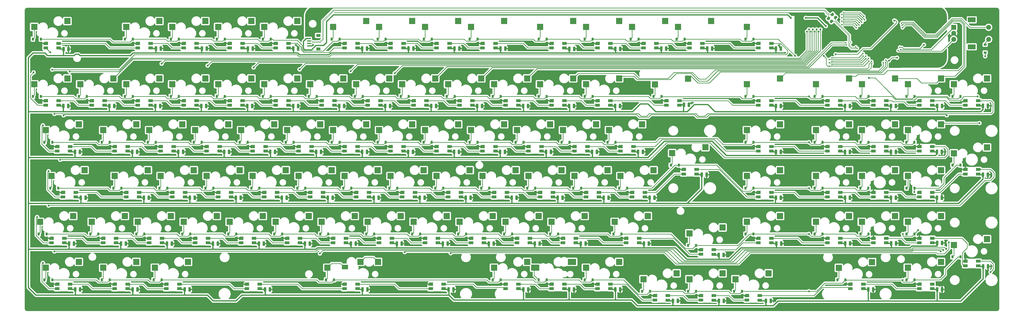
<source format=gbr>
%TF.GenerationSoftware,KiCad,Pcbnew,(6.0.4)*%
%TF.CreationDate,2022-11-05T13:28:53+01:00*%
%TF.ProjectId,pcb,7063622e-6b69-4636-9164-5f7063625858,rev?*%
%TF.SameCoordinates,Original*%
%TF.FileFunction,Copper,L2,Bot*%
%TF.FilePolarity,Positive*%
%FSLAX46Y46*%
G04 Gerber Fmt 4.6, Leading zero omitted, Abs format (unit mm)*
G04 Created by KiCad (PCBNEW (6.0.4)) date 2022-11-05 13:28:53*
%MOMM*%
%LPD*%
G01*
G04 APERTURE LIST*
G04 Aperture macros list*
%AMRoundRect*
0 Rectangle with rounded corners*
0 $1 Rounding radius*
0 $2 $3 $4 $5 $6 $7 $8 $9 X,Y pos of 4 corners*
0 Add a 4 corners polygon primitive as box body*
4,1,4,$2,$3,$4,$5,$6,$7,$8,$9,$2,$3,0*
0 Add four circle primitives for the rounded corners*
1,1,$1+$1,$2,$3*
1,1,$1+$1,$4,$5*
1,1,$1+$1,$6,$7*
1,1,$1+$1,$8,$9*
0 Add four rect primitives between the rounded corners*
20,1,$1+$1,$2,$3,$4,$5,0*
20,1,$1+$1,$4,$5,$6,$7,0*
20,1,$1+$1,$6,$7,$8,$9,0*
20,1,$1+$1,$8,$9,$2,$3,0*%
%AMOutline5P*
0 Free polygon, 5 corners , with rotation*
0 The origin of the aperture is its center*
0 number of corners: always 5*
0 $1 to $10 corner X, Y*
0 $11 Rotation angle, in degrees counterclockwise*
0 create outline with 5 corners*
4,1,5,$1,$2,$3,$4,$5,$6,$7,$8,$9,$10,$1,$2,$11*%
%AMOutline6P*
0 Free polygon, 6 corners , with rotation*
0 The origin of the aperture is its center*
0 number of corners: always 6*
0 $1 to $12 corner X, Y*
0 $13 Rotation angle, in degrees counterclockwise*
0 create outline with 6 corners*
4,1,6,$1,$2,$3,$4,$5,$6,$7,$8,$9,$10,$11,$12,$1,$2,$13*%
%AMOutline7P*
0 Free polygon, 7 corners , with rotation*
0 The origin of the aperture is its center*
0 number of corners: always 7*
0 $1 to $14 corner X, Y*
0 $15 Rotation angle, in degrees counterclockwise*
0 create outline with 7 corners*
4,1,7,$1,$2,$3,$4,$5,$6,$7,$8,$9,$10,$11,$12,$13,$14,$1,$2,$15*%
%AMOutline8P*
0 Free polygon, 8 corners , with rotation*
0 The origin of the aperture is its center*
0 number of corners: always 8*
0 $1 to $16 corner X, Y*
0 $17 Rotation angle, in degrees counterclockwise*
0 create outline with 8 corners*
4,1,8,$1,$2,$3,$4,$5,$6,$7,$8,$9,$10,$11,$12,$13,$14,$15,$16,$1,$2,$17*%
G04 Aperture macros list end*
%TA.AperFunction,SMDPad,CuDef*%
%ADD10R,1.850000X1.280000*%
%TD*%
%TA.AperFunction,SMDPad,CuDef*%
%ADD11R,1.850000X1.310000*%
%TD*%
%TA.AperFunction,SMDPad,CuDef*%
%ADD12Outline5P,-0.925000X0.660000X0.925000X0.660000X0.925000X-0.264000X0.529000X-0.660000X-0.925000X-0.660000X180.000000*%
%TD*%
%TA.AperFunction,SMDPad,CuDef*%
%ADD13R,1.850000X1.300000*%
%TD*%
%TA.AperFunction,ComponentPad*%
%ADD14C,0.600000*%
%TD*%
%TA.AperFunction,SMDPad,CuDef*%
%ADD15R,2.550000X2.500000*%
%TD*%
%TA.AperFunction,SMDPad,CuDef*%
%ADD16R,2.570500X1.878000*%
%TD*%
%TA.AperFunction,SMDPad,CuDef*%
%ADD17R,3.500998X2.500000*%
%TD*%
%TA.AperFunction,SMDPad,CuDef*%
%ADD18R,3.349250X2.500000*%
%TD*%
%TA.AperFunction,ComponentPad*%
%ADD19R,2.000000X2.000000*%
%TD*%
%TA.AperFunction,ComponentPad*%
%ADD20C,2.000000*%
%TD*%
%TA.AperFunction,ComponentPad*%
%ADD21R,3.200000X2.000000*%
%TD*%
%TA.AperFunction,SMDPad,CuDef*%
%ADD22R,0.900000X1.200000*%
%TD*%
%TA.AperFunction,SMDPad,CuDef*%
%ADD23RoundRect,0.250000X-0.250000X-0.700000X0.250000X-0.700000X0.250000X0.700000X-0.250000X0.700000X0*%
%TD*%
%TA.AperFunction,SMDPad,CuDef*%
%ADD24RoundRect,0.250000X0.503814X0.132583X0.132583X0.503814X-0.503814X-0.132583X-0.132583X-0.503814X0*%
%TD*%
%TA.AperFunction,SMDPad,CuDef*%
%ADD25R,1.800000X1.200000*%
%TD*%
%TA.AperFunction,SMDPad,CuDef*%
%ADD26R,1.550000X0.600000*%
%TD*%
%TA.AperFunction,SMDPad,CuDef*%
%ADD27R,1.200000X0.900000*%
%TD*%
%TA.AperFunction,ViaPad*%
%ADD28C,0.800000*%
%TD*%
%TA.AperFunction,ViaPad*%
%ADD29C,0.600000*%
%TD*%
%TA.AperFunction,Conductor*%
%ADD30C,0.508000*%
%TD*%
%TA.AperFunction,Conductor*%
%ADD31C,0.250000*%
%TD*%
%TA.AperFunction,Conductor*%
%ADD32C,0.254000*%
%TD*%
%TA.AperFunction,Conductor*%
%ADD33C,0.200000*%
%TD*%
G04 APERTURE END LIST*
D10*
%TO.P,D150,1,VDD*%
%TO.N,/LED/5V*%
X465431250Y-223547500D03*
D11*
%TO.P,D150,2,DOUT*%
%TO.N,Net-(D150-Pad2)*%
X465431250Y-221642500D03*
D12*
%TO.P,D150,3,GND*%
%TO.N,GND*%
X460081250Y-221647500D03*
D13*
%TO.P,D150,4,DIN*%
%TO.N,Net-(D149-Pad2)*%
X460081250Y-223537500D03*
%TD*%
D10*
%TO.P,D190,1,VDD*%
%TO.N,/LED/5V*%
X132056250Y-280697500D03*
D11*
%TO.P,D190,2,DOUT*%
%TO.N,Net-(D190-Pad2)*%
X132056250Y-278792500D03*
D12*
%TO.P,D190,3,GND*%
%TO.N,GND*%
X126706250Y-278797500D03*
D13*
%TO.P,D190,4,DIN*%
%TO.N,Net-(D189-Pad2)*%
X126706250Y-280687500D03*
%TD*%
D10*
%TO.P,D180,1,VDD*%
%TO.N,/LED/5V*%
X298743750Y-261647500D03*
D11*
%TO.P,D180,2,DOUT*%
%TO.N,Net-(D180-Pad2)*%
X298743750Y-259742500D03*
D12*
%TO.P,D180,3,GND*%
%TO.N,GND*%
X293393750Y-259747500D03*
D13*
%TO.P,D180,4,DIN*%
%TO.N,Net-(D179-Pad2)*%
X293393750Y-261637500D03*
%TD*%
D10*
%TO.P,D115,1,VDD*%
%TO.N,/LED/5V*%
X103481250Y-204497500D03*
D11*
%TO.P,D115,2,DOUT*%
%TO.N,Net-(D115-Pad2)*%
X103481250Y-202592500D03*
D12*
%TO.P,D115,3,GND*%
%TO.N,GND*%
X98131250Y-202597500D03*
D13*
%TO.P,D115,4,DIN*%
%TO.N,Net-(D114-Pad2)*%
X98131250Y-204487500D03*
%TD*%
D10*
%TO.P,D119,1,VDD*%
%TO.N,/LED/5V*%
X179681250Y-204497500D03*
D11*
%TO.P,D119,2,DOUT*%
%TO.N,Net-(D119-Pad2)*%
X179681250Y-202592500D03*
D12*
%TO.P,D119,3,GND*%
%TO.N,GND*%
X174331250Y-202597500D03*
D13*
%TO.P,D119,4,DIN*%
%TO.N,Net-(D118-Pad2)*%
X174331250Y-204487500D03*
%TD*%
D14*
%TO.P,MX13,1,COL*%
%TO.N,COL13*%
X372856250Y-168650000D03*
X372856250Y-170450000D03*
X372856250Y-169550000D03*
X374756250Y-169550000D03*
X374756250Y-168650000D03*
X374756250Y-170450000D03*
D15*
X373796250Y-169545000D03*
D14*
%TO.P,MX13,2,ROW*%
%TO.N,Net-(D13-Pad2)*%
X360906250Y-172950000D03*
X359126250Y-171030000D03*
X359126250Y-172830000D03*
X360906250Y-172050000D03*
X360906250Y-171150000D03*
D15*
X360066250Y-171965000D03*
D14*
X359126250Y-171930000D03*
%TD*%
D10*
%TO.P,D135,1,VDD*%
%TO.N,/LED/5V*%
X132056250Y-223547500D03*
D11*
%TO.P,D135,2,DOUT*%
%TO.N,Net-(D135-Pad2)*%
X132056250Y-221642500D03*
D12*
%TO.P,D135,3,GND*%
%TO.N,GND*%
X126706250Y-221647500D03*
D13*
%TO.P,D135,4,DIN*%
%TO.N,Net-(D134-Pad2)*%
X126706250Y-223537500D03*
%TD*%
D10*
%TO.P,D162,1,VDD*%
%TO.N,/LED/5V*%
X327318750Y-242597500D03*
D11*
%TO.P,D162,2,DOUT*%
%TO.N,Net-(D162-Pad2)*%
X327318750Y-240692500D03*
D12*
%TO.P,D162,3,GND*%
%TO.N,GND*%
X321968750Y-240697500D03*
D13*
%TO.P,D162,4,DIN*%
%TO.N,Net-(D161-Pad2)*%
X321968750Y-242587500D03*
%TD*%
D15*
%TO.P,MX11,1,COL*%
%TO.N,COL11*%
X335696250Y-169545000D03*
D14*
X334756250Y-169550000D03*
X336656250Y-168650000D03*
X334756250Y-170450000D03*
X336656250Y-169550000D03*
X336656250Y-170450000D03*
X334756250Y-168650000D03*
D15*
%TO.P,MX11,2,ROW*%
%TO.N,Net-(D11-Pad2)*%
X321966250Y-171965000D03*
D14*
X322806250Y-172950000D03*
X321026250Y-172830000D03*
X321026250Y-171930000D03*
X321026250Y-171030000D03*
X322806250Y-172050000D03*
X322806250Y-171150000D03*
%TD*%
%TO.P,MX43,1,COL*%
%TO.N,COL9*%
X289031250Y-211512500D03*
D15*
X288071250Y-212407500D03*
D14*
X289031250Y-212412500D03*
X287131250Y-212412500D03*
X287131250Y-213312500D03*
X289031250Y-213312500D03*
X287131250Y-211512500D03*
%TO.P,MX43,2,ROW*%
%TO.N,Net-(D43-Pad2)*%
X275181250Y-214012500D03*
X275181250Y-214912500D03*
X273401250Y-214792500D03*
X273401250Y-213892500D03*
X275181250Y-215812500D03*
D15*
X274341250Y-214827500D03*
D14*
X273401250Y-215692500D03*
%TD*%
D10*
%TO.P,D136,1,VDD*%
%TO.N,/LED/5V*%
X151106250Y-223547500D03*
D11*
%TO.P,D136,2,DOUT*%
%TO.N,Net-(D136-Pad2)*%
X151106250Y-221642500D03*
D12*
%TO.P,D136,3,GND*%
%TO.N,GND*%
X145756250Y-221647500D03*
D13*
%TO.P,D136,4,DIN*%
%TO.N,Net-(D135-Pad2)*%
X145756250Y-223537500D03*
%TD*%
D10*
%TO.P,D144,1,VDD*%
%TO.N,/LED/5V*%
X303506250Y-223547500D03*
D11*
%TO.P,D144,2,DOUT*%
%TO.N,Net-(D144-Pad2)*%
X303506250Y-221642500D03*
D12*
%TO.P,D144,3,GND*%
%TO.N,GND*%
X298156250Y-221647500D03*
D13*
%TO.P,D144,4,DIN*%
%TO.N,Net-(D143-Pad2)*%
X298156250Y-223537500D03*
%TD*%
D10*
%TO.P,D158,1,VDD*%
%TO.N,/LED/5V*%
X251118750Y-242597500D03*
D11*
%TO.P,D158,2,DOUT*%
%TO.N,Net-(D158-Pad2)*%
X251118750Y-240692500D03*
D12*
%TO.P,D158,3,GND*%
%TO.N,GND*%
X245768750Y-240697500D03*
D13*
%TO.P,D158,4,DIN*%
%TO.N,Net-(D157-Pad2)*%
X245768750Y-242587500D03*
%TD*%
D14*
%TO.P,MX31,1,COL*%
%TO.N,COL16*%
X450956250Y-192462500D03*
X449056250Y-194262500D03*
D15*
X449996250Y-193357500D03*
D14*
X449056250Y-193362500D03*
X450956250Y-193362500D03*
X450956250Y-194262500D03*
X449056250Y-192462500D03*
%TO.P,MX31,2,ROW*%
%TO.N,Net-(D31-Pad2)*%
X437106250Y-194962500D03*
D15*
X436266250Y-195777500D03*
D14*
X437106250Y-196762500D03*
X437106250Y-195862500D03*
X435326250Y-195742500D03*
X435326250Y-196642500D03*
X435326250Y-194842500D03*
%TD*%
D10*
%TO.P,D197,1,VDD*%
%TO.N,/LED/5V*%
X374943750Y-285460000D03*
D11*
%TO.P,D197,2,DOUT*%
%TO.N,Net-(D197-Pad2)*%
X374943750Y-283555000D03*
D12*
%TO.P,D197,3,GND*%
%TO.N,GND*%
X369593750Y-283560000D03*
D13*
%TO.P,D197,4,DIN*%
%TO.N,Net-(D196-Pad2)*%
X369593750Y-285450000D03*
%TD*%
D14*
%TO.P,MX20,1,COL*%
%TO.N,COL5*%
X203306250Y-192462500D03*
X201406250Y-194262500D03*
X201406250Y-193362500D03*
X203306250Y-194262500D03*
D15*
X202346250Y-193357500D03*
D14*
X201406250Y-192462500D03*
X203306250Y-193362500D03*
%TO.P,MX20,2,ROW*%
%TO.N,Net-(D20-Pad2)*%
X187676250Y-195742500D03*
X189456250Y-196762500D03*
X189456250Y-194962500D03*
X187676250Y-194842500D03*
D15*
X188616250Y-195777500D03*
D14*
X189456250Y-195862500D03*
X187676250Y-196642500D03*
%TD*%
%TO.P,MX54,1,COL*%
%TO.N,COL3*%
X179493750Y-230562500D03*
X179493750Y-231462500D03*
X177593750Y-230562500D03*
X179493750Y-232362500D03*
X177593750Y-232362500D03*
D15*
X178533750Y-231457500D03*
D14*
X177593750Y-231462500D03*
%TO.P,MX54,2,ROW*%
%TO.N,Net-(D54-Pad2)*%
X165643750Y-233962500D03*
D15*
X164803750Y-233877500D03*
D14*
X163863750Y-234742500D03*
X165643750Y-233062500D03*
X163863750Y-232942500D03*
X163863750Y-233842500D03*
X165643750Y-234862500D03*
%TD*%
D10*
%TO.P,D134,1,VDD*%
%TO.N,/LED/5V*%
X108243750Y-223547500D03*
D11*
%TO.P,D134,2,DOUT*%
%TO.N,Net-(D134-Pad2)*%
X108243750Y-221642500D03*
D12*
%TO.P,D134,3,GND*%
%TO.N,GND*%
X102893750Y-221647500D03*
D13*
%TO.P,D134,4,DIN*%
%TO.N,Net-(D133-Pad2)*%
X102893750Y-223537500D03*
%TD*%
D14*
%TO.P,MX12,1,COL*%
%TO.N,COL12*%
X353806250Y-168650000D03*
X355706250Y-170450000D03*
X353806250Y-170450000D03*
X353806250Y-169550000D03*
D15*
X354746250Y-169545000D03*
D14*
X355706250Y-169550000D03*
X355706250Y-168650000D03*
%TO.P,MX12,2,ROW*%
%TO.N,Net-(D12-Pad2)*%
X340076250Y-171030000D03*
X340076250Y-171930000D03*
X340076250Y-172830000D03*
X341856250Y-172950000D03*
D15*
X341016250Y-171965000D03*
D14*
X341856250Y-171150000D03*
X341856250Y-172050000D03*
%TD*%
D15*
%TO.P,MX51,1,COL*%
%TO.N,COL0*%
X114240000Y-231457500D03*
D14*
X113300000Y-230562500D03*
X115200000Y-231462500D03*
X115200000Y-230562500D03*
X113300000Y-231462500D03*
X113300000Y-232362500D03*
X115200000Y-232362500D03*
%TO.P,MX51,2,ROW*%
%TO.N,Net-(D51-Pad2)*%
X99570000Y-233842500D03*
D15*
X100510000Y-233877500D03*
D14*
X101350000Y-234862500D03*
X101350000Y-233062500D03*
X101350000Y-233962500D03*
X99570000Y-234742500D03*
X99570000Y-232942500D03*
%TD*%
D10*
%TO.P,D138,1,VDD*%
%TO.N,/LED/5V*%
X189206250Y-223547500D03*
D11*
%TO.P,D138,2,DOUT*%
%TO.N,Net-(D138-Pad2)*%
X189206250Y-221642500D03*
D12*
%TO.P,D138,3,GND*%
%TO.N,GND*%
X183856250Y-221647500D03*
D13*
%TO.P,D138,4,DIN*%
%TO.N,Net-(D137-Pad2)*%
X183856250Y-223537500D03*
%TD*%
D10*
%TO.P,D166,1,VDD*%
%TO.N,/LED/5V*%
X427331250Y-242597500D03*
D11*
%TO.P,D166,2,DOUT*%
%TO.N,Net-(D166-Pad2)*%
X427331250Y-240692500D03*
D12*
%TO.P,D166,3,GND*%
%TO.N,GND*%
X421981250Y-240697500D03*
D13*
%TO.P,D166,4,DIN*%
%TO.N,Net-(D165-Pad2)*%
X421981250Y-242587500D03*
%TD*%
D15*
%TO.P,MX77,1,COL*%
%TO.N,COL7*%
X245208750Y-250507500D03*
D14*
X244268750Y-251412500D03*
X246168750Y-251412500D03*
X246168750Y-249612500D03*
X246168750Y-250512500D03*
X244268750Y-249612500D03*
X244268750Y-250512500D03*
%TO.P,MX77,2,ROW*%
%TO.N,Net-(D77-Pad2)*%
X232318750Y-252112500D03*
X230538750Y-251992500D03*
X232318750Y-253912500D03*
X230538750Y-252892500D03*
X230538750Y-253792500D03*
D15*
X231478750Y-252927500D03*
D14*
X232318750Y-253012500D03*
%TD*%
D10*
%TO.P,D185,1,VDD*%
%TO.N,/LED/5V*%
X427331250Y-261647500D03*
D11*
%TO.P,D185,2,DOUT*%
%TO.N,Net-(D185-Pad2)*%
X427331250Y-259742500D03*
D12*
%TO.P,D185,3,GND*%
%TO.N,GND*%
X421981250Y-259747500D03*
D13*
%TO.P,D185,4,DIN*%
%TO.N,Net-(D184-Pad2)*%
X421981250Y-261637500D03*
%TD*%
D10*
%TO.P,D107,1,VDD*%
%TO.N,/LED/5V*%
X246356250Y-180685000D03*
D11*
%TO.P,D107,2,DOUT*%
%TO.N,Net-(D107-Pad2)*%
X246356250Y-178780000D03*
D12*
%TO.P,D107,3,GND*%
%TO.N,GND*%
X241006250Y-178785000D03*
D13*
%TO.P,D107,4,DIN*%
%TO.N,Net-(D106-Pad2)*%
X241006250Y-180675000D03*
%TD*%
D10*
%TO.P,D175,1,VDD*%
%TO.N,/LED/5V*%
X203493750Y-261647500D03*
D11*
%TO.P,D175,2,DOUT*%
%TO.N,Net-(D175-Pad2)*%
X203493750Y-259742500D03*
D12*
%TO.P,D175,3,GND*%
%TO.N,GND*%
X198143750Y-259747500D03*
D13*
%TO.P,D175,4,DIN*%
%TO.N,Net-(D174-Pad2)*%
X198143750Y-261637500D03*
%TD*%
D10*
%TO.P,D170,1,VDD*%
%TO.N,/LED/5V*%
X105862500Y-261647500D03*
D11*
%TO.P,D170,2,DOUT*%
%TO.N,Net-(D170-Pad2)*%
X105862500Y-259742500D03*
D12*
%TO.P,D170,3,GND*%
%TO.N,GND*%
X100512500Y-259747500D03*
D13*
%TO.P,D170,4,DIN*%
%TO.N,Net-(D169-Pad2)*%
X100512500Y-261637500D03*
%TD*%
D10*
%TO.P,D202,1,VDD*%
%TO.N,/LED/5V*%
X186825000Y-280697500D03*
D11*
%TO.P,D202,2,DOUT*%
%TO.N,Net-(D192-Pad4)*%
X186825000Y-278792500D03*
D12*
%TO.P,D202,3,GND*%
%TO.N,GND*%
X181475000Y-278797500D03*
D13*
%TO.P,D202,4,DIN*%
%TO.N,Net-(D191-Pad2)*%
X181475000Y-280687500D03*
%TD*%
D10*
%TO.P,D146,1,VDD*%
%TO.N,/LED/5V*%
X341606250Y-223547500D03*
D11*
%TO.P,D146,2,DOUT*%
%TO.N,Net-(D146-Pad2)*%
X341606250Y-221642500D03*
D12*
%TO.P,D146,3,GND*%
%TO.N,GND*%
X336256250Y-221647500D03*
D13*
%TO.P,D146,4,DIN*%
%TO.N,Net-(D145-Pad2)*%
X336256250Y-223537500D03*
%TD*%
D14*
%TO.P,MX79,1,COL*%
%TO.N,COL9*%
X282368750Y-250512500D03*
X284268750Y-249612500D03*
D15*
X283308750Y-250507500D03*
D14*
X284268750Y-250512500D03*
X282368750Y-249612500D03*
X282368750Y-251412500D03*
X284268750Y-251412500D03*
%TO.P,MX79,2,ROW*%
%TO.N,Net-(D79-Pad2)*%
X270418750Y-253912500D03*
X270418750Y-252112500D03*
X268638750Y-251992500D03*
X268638750Y-253792500D03*
D15*
X269578750Y-252927500D03*
D14*
X268638750Y-252892500D03*
X270418750Y-253012500D03*
%TD*%
D10*
%TO.P,D140,1,VDD*%
%TO.N,/LED/5V*%
X227306250Y-223547500D03*
D11*
%TO.P,D140,2,DOUT*%
%TO.N,Net-(D140-Pad2)*%
X227306250Y-221642500D03*
D12*
%TO.P,D140,3,GND*%
%TO.N,GND*%
X221956250Y-221647500D03*
D13*
%TO.P,D140,4,DIN*%
%TO.N,Net-(D139-Pad2)*%
X221956250Y-223537500D03*
%TD*%
D14*
%TO.P,MX49,1,COL*%
%TO.N,COL16*%
X450956250Y-213312500D03*
X449056250Y-213312500D03*
X450956250Y-212412500D03*
X450956250Y-211512500D03*
X449056250Y-211512500D03*
D15*
X449996250Y-212407500D03*
D14*
X449056250Y-212412500D03*
%TO.P,MX49,2,ROW*%
%TO.N,Net-(D49-Pad2)*%
X435326250Y-213892500D03*
X437106250Y-214912500D03*
X437106250Y-214012500D03*
D15*
X436266250Y-214827500D03*
D14*
X437106250Y-215812500D03*
X435326250Y-214792500D03*
X435326250Y-215692500D03*
%TD*%
%TO.P,MX45,1,COL*%
%TO.N,COL11*%
X325231250Y-213312500D03*
X327131250Y-213312500D03*
X325231250Y-212412500D03*
X327131250Y-212412500D03*
X325231250Y-211512500D03*
D15*
X326171250Y-212407500D03*
D14*
X327131250Y-211512500D03*
%TO.P,MX45,2,ROW*%
%TO.N,Net-(D45-Pad2)*%
X313281250Y-214912500D03*
X313281250Y-215812500D03*
X311501250Y-214792500D03*
D15*
X312441250Y-214827500D03*
D14*
X311501250Y-215692500D03*
X313281250Y-214012500D03*
X311501250Y-213892500D03*
%TD*%
D10*
%TO.P,D188,1,VDD*%
%TO.N,/LED/5V*%
X484481250Y-271172500D03*
D11*
%TO.P,D188,2,DOUT*%
%TO.N,Net-(D188-Pad2)*%
X484481250Y-269267500D03*
D12*
%TO.P,D188,3,GND*%
%TO.N,GND*%
X479131250Y-269272500D03*
D13*
%TO.P,D188,4,DIN*%
%TO.N,Net-(D187-Pad2)*%
X479131250Y-271162500D03*
%TD*%
D10*
%TO.P,D137,1,VDD*%
%TO.N,/LED/5V*%
X170156250Y-223547500D03*
D11*
%TO.P,D137,2,DOUT*%
%TO.N,Net-(D137-Pad2)*%
X170156250Y-221642500D03*
D12*
%TO.P,D137,3,GND*%
%TO.N,GND*%
X164806250Y-221647500D03*
D13*
%TO.P,D137,4,DIN*%
%TO.N,Net-(D136-Pad2)*%
X164806250Y-223537500D03*
%TD*%
D15*
%TO.P,MX42,1,COL*%
%TO.N,COL8*%
X269021250Y-212407500D03*
D14*
X269981250Y-211512500D03*
X268081250Y-213312500D03*
X268081250Y-212412500D03*
X269981250Y-212412500D03*
X269981250Y-213312500D03*
X268081250Y-211512500D03*
%TO.P,MX42,2,ROW*%
%TO.N,Net-(D42-Pad2)*%
X254351250Y-213892500D03*
X254351250Y-215692500D03*
X256131250Y-215812500D03*
X256131250Y-214912500D03*
X256131250Y-214012500D03*
X254351250Y-214792500D03*
D15*
X255291250Y-214827500D03*
%TD*%
D10*
%TO.P,D193,1,VDD*%
%TO.N,/LED/5V*%
X293981250Y-280697500D03*
D11*
%TO.P,D193,2,DOUT*%
%TO.N,Net-(D193-Pad2)*%
X293981250Y-278792500D03*
D12*
%TO.P,D193,3,GND*%
%TO.N,GND*%
X288631250Y-278797500D03*
D13*
%TO.P,D193,4,DIN*%
%TO.N,Net-(D193-Pad4)*%
X288631250Y-280687500D03*
%TD*%
D14*
%TO.P,MX10,1,COL*%
%TO.N,COL10*%
X315706250Y-168650000D03*
X317606250Y-169550000D03*
X315706250Y-170450000D03*
X315706250Y-169550000D03*
D15*
X316646250Y-169545000D03*
D14*
X317606250Y-168650000D03*
X317606250Y-170450000D03*
%TO.P,MX10,2,ROW*%
%TO.N,Net-(D10-Pad2)*%
X301976250Y-171930000D03*
X303756250Y-172050000D03*
X301976250Y-172830000D03*
X301976250Y-171030000D03*
X303756250Y-171150000D03*
X303756250Y-172950000D03*
D15*
X302916250Y-171965000D03*
%TD*%
D14*
%TO.P,MX92,1,COL*%
%TO.N,COL6*%
X227600000Y-270462500D03*
X227600000Y-269562500D03*
X229500000Y-270462500D03*
X236787500Y-268662500D03*
D15*
X235827500Y-269557500D03*
D14*
X229500000Y-269562500D03*
X227600000Y-268662500D03*
X236787500Y-269562500D03*
X234887500Y-270462500D03*
X229500000Y-268662500D03*
X234887500Y-269562500D03*
X236787500Y-270462500D03*
D15*
X228540000Y-269557500D03*
D14*
X234887500Y-268662500D03*
%TO.P,MX92,2,ROW*%
%TO.N,Net-(D92-Pad2)*%
X222937500Y-272062500D03*
X215650000Y-272062500D03*
X215650000Y-271162500D03*
D16*
X222107750Y-271666500D03*
D14*
X221157500Y-271942500D03*
X215650000Y-272962500D03*
X213870000Y-271042500D03*
X213870000Y-272842500D03*
X213870000Y-271942500D03*
X222937500Y-271162500D03*
X221157500Y-271042500D03*
D15*
X214810000Y-271977500D03*
%TD*%
D10*
%TO.P,D163,1,VDD*%
%TO.N,/LED/5V*%
X346368750Y-242597500D03*
D11*
%TO.P,D163,2,DOUT*%
%TO.N,Net-(D163-Pad2)*%
X346368750Y-240692500D03*
D12*
%TO.P,D163,3,GND*%
%TO.N,GND*%
X341018750Y-240697500D03*
D13*
%TO.P,D163,4,DIN*%
%TO.N,Net-(D162-Pad2)*%
X341018750Y-242587500D03*
%TD*%
D10*
%TO.P,D139,1,VDD*%
%TO.N,/LED/5V*%
X208256250Y-223547500D03*
D11*
%TO.P,D139,2,DOUT*%
%TO.N,Net-(D139-Pad2)*%
X208256250Y-221642500D03*
D12*
%TO.P,D139,3,GND*%
%TO.N,GND*%
X202906250Y-221647500D03*
D13*
%TO.P,D139,4,DIN*%
%TO.N,Net-(D138-Pad2)*%
X202906250Y-223537500D03*
%TD*%
D14*
%TO.P,MX9,1,COL*%
%TO.N,COL9*%
X287131250Y-169550000D03*
D15*
X288071250Y-169545000D03*
D14*
X289031250Y-170450000D03*
X289031250Y-169550000D03*
X287131250Y-168650000D03*
X287131250Y-170450000D03*
X289031250Y-168650000D03*
%TO.P,MX9,2,ROW*%
%TO.N,Net-(D9-Pad2)*%
X273401250Y-171930000D03*
X275181250Y-172050000D03*
X273401250Y-171030000D03*
D15*
X274341250Y-171965000D03*
D14*
X273401250Y-172830000D03*
X275181250Y-172950000D03*
X275181250Y-171150000D03*
%TD*%
%TO.P,MX18,1,COL*%
%TO.N,COL3*%
X163306250Y-194262500D03*
X163306250Y-193362500D03*
X165206250Y-193362500D03*
X165206250Y-192462500D03*
D15*
X164246250Y-193357500D03*
D14*
X163306250Y-192462500D03*
X165206250Y-194262500D03*
%TO.P,MX18,2,ROW*%
%TO.N,Net-(D18-Pad2)*%
X149576250Y-195742500D03*
X151356250Y-196762500D03*
D15*
X150516250Y-195777500D03*
D14*
X151356250Y-194962500D03*
X151356250Y-195862500D03*
X149576250Y-196642500D03*
X149576250Y-194842500D03*
%TD*%
D10*
%TO.P,D141,1,VDD*%
%TO.N,/LED/5V*%
X246356250Y-223547500D03*
D11*
%TO.P,D141,2,DOUT*%
%TO.N,Net-(D141-Pad2)*%
X246356250Y-221642500D03*
D12*
%TO.P,D141,3,GND*%
%TO.N,GND*%
X241006250Y-221647500D03*
D13*
%TO.P,D141,4,DIN*%
%TO.N,Net-(D140-Pad2)*%
X241006250Y-223537500D03*
%TD*%
D10*
%TO.P,D148,1,VDD*%
%TO.N,/LED/5V*%
X427331250Y-223547500D03*
D11*
%TO.P,D148,2,DOUT*%
%TO.N,Net-(D148-Pad2)*%
X427331250Y-221642500D03*
D12*
%TO.P,D148,3,GND*%
%TO.N,GND*%
X421981250Y-221647500D03*
D13*
%TO.P,D148,4,DIN*%
%TO.N,Net-(D147-Pad2)*%
X421981250Y-223537500D03*
%TD*%
D14*
%TO.P,MX15,1,COL*%
%TO.N,COL0*%
X106156250Y-193362500D03*
X106156250Y-192462500D03*
X108056250Y-193362500D03*
X108056250Y-194262500D03*
X108056250Y-192462500D03*
D15*
X107096250Y-193357500D03*
D14*
X106156250Y-194262500D03*
%TO.P,MX15,2,ROW*%
%TO.N,Net-(D15-Pad2)*%
X92426250Y-194842500D03*
D15*
X93366250Y-195777500D03*
D14*
X94206250Y-196762500D03*
X94206250Y-195862500D03*
X92426250Y-195742500D03*
X92426250Y-196642500D03*
X94206250Y-194962500D03*
%TD*%
D15*
%TO.P,MX5,1,COL*%
%TO.N,COL5*%
X202346250Y-169545000D03*
D14*
X203306250Y-168650000D03*
X201406250Y-168650000D03*
X201406250Y-170450000D03*
X203306250Y-170450000D03*
X203306250Y-169550000D03*
X201406250Y-169550000D03*
%TO.P,MX5,2,ROW*%
%TO.N,Net-(D5-Pad2)*%
X189456250Y-172950000D03*
D15*
X188616250Y-171965000D03*
D14*
X189456250Y-172050000D03*
X187676250Y-171030000D03*
X187676250Y-172830000D03*
X187676250Y-171930000D03*
X189456250Y-171150000D03*
%TD*%
%TO.P,MX21,1,COL*%
%TO.N,COL6*%
X220456250Y-192462500D03*
X220456250Y-194262500D03*
X222356250Y-193362500D03*
X220456250Y-193362500D03*
X222356250Y-192462500D03*
X222356250Y-194262500D03*
D15*
X221396250Y-193357500D03*
%TO.P,MX21,2,ROW*%
%TO.N,Net-(D21-Pad2)*%
X207666250Y-195777500D03*
D14*
X206726250Y-194842500D03*
X208506250Y-194962500D03*
X208506250Y-195862500D03*
X208506250Y-196762500D03*
X206726250Y-196642500D03*
X206726250Y-195742500D03*
%TD*%
D10*
%TO.P,D113,1,VDD*%
%TO.N,/LED/5V*%
X370181250Y-180685000D03*
D11*
%TO.P,D113,2,DOUT*%
%TO.N,Net-(D113-Pad2)*%
X370181250Y-178780000D03*
D12*
%TO.P,D113,3,GND*%
%TO.N,GND*%
X364831250Y-178785000D03*
D13*
%TO.P,D113,4,DIN*%
%TO.N,Net-(D112-Pad2)*%
X364831250Y-180675000D03*
%TD*%
D10*
%TO.P,D109,1,VDD*%
%TO.N,/LED/5V*%
X284456250Y-180685000D03*
D11*
%TO.P,D109,2,DOUT*%
%TO.N,Net-(D109-Pad2)*%
X284456250Y-178780000D03*
D12*
%TO.P,D109,3,GND*%
%TO.N,GND*%
X279106250Y-178785000D03*
D13*
%TO.P,D109,4,DIN*%
%TO.N,Net-(D108-Pad2)*%
X279106250Y-180675000D03*
%TD*%
D14*
%TO.P,MX84,1,COL*%
%TO.N,COL14*%
X403331250Y-251412500D03*
D15*
X402371250Y-250507500D03*
D14*
X401431250Y-251412500D03*
X403331250Y-249612500D03*
X403331250Y-250512500D03*
X401431250Y-249612500D03*
X401431250Y-250512500D03*
%TO.P,MX84,2,ROW*%
%TO.N,Net-(D84-Pad2)*%
X389481250Y-253912500D03*
X389481250Y-252112500D03*
X387701250Y-253792500D03*
X389481250Y-253012500D03*
D15*
X388641250Y-252927500D03*
D14*
X387701250Y-251992500D03*
X387701250Y-252892500D03*
%TD*%
%TO.P,MX44,1,COL*%
%TO.N,COL10*%
X306181250Y-211512500D03*
X306181250Y-213312500D03*
D15*
X307121250Y-212407500D03*
D14*
X308081250Y-212412500D03*
X306181250Y-212412500D03*
X308081250Y-213312500D03*
X308081250Y-211512500D03*
%TO.P,MX44,2,ROW*%
%TO.N,Net-(D44-Pad2)*%
X294231250Y-214912500D03*
X294231250Y-215812500D03*
X292451250Y-214792500D03*
X292451250Y-215692500D03*
X294231250Y-214012500D03*
X292451250Y-213892500D03*
D15*
X293391250Y-214827500D03*
%TD*%
D10*
%TO.P,D127,1,VDD*%
%TO.N,/LED/5V*%
X332081250Y-204497500D03*
D11*
%TO.P,D127,2,DOUT*%
%TO.N,Net-(D127-Pad2)*%
X332081250Y-202592500D03*
D12*
%TO.P,D127,3,GND*%
%TO.N,GND*%
X326731250Y-202597500D03*
D13*
%TO.P,D127,4,DIN*%
%TO.N,Net-(D126-Pad2)*%
X326731250Y-204487500D03*
%TD*%
D10*
%TO.P,D167,1,VDD*%
%TO.N,/LED/5V*%
X446381250Y-242597500D03*
D11*
%TO.P,D167,2,DOUT*%
%TO.N,Net-(D167-Pad2)*%
X446381250Y-240692500D03*
D12*
%TO.P,D167,3,GND*%
%TO.N,GND*%
X441031250Y-240697500D03*
D13*
%TO.P,D167,4,DIN*%
%TO.N,Net-(D166-Pad2)*%
X441031250Y-242587500D03*
%TD*%
D14*
%TO.P,MX47,1,COL*%
%TO.N,COL14*%
X403331250Y-213312500D03*
X401431250Y-211512500D03*
X403331250Y-212412500D03*
X401431250Y-212412500D03*
D15*
X402371250Y-212407500D03*
D14*
X403331250Y-211512500D03*
X401431250Y-213312500D03*
D15*
%TO.P,MX47,2,ROW*%
%TO.N,Net-(D47-Pad2)*%
X388641250Y-214827500D03*
D14*
X387701250Y-215692500D03*
X387701250Y-213892500D03*
X387701250Y-214792500D03*
X389481250Y-215812500D03*
X389481250Y-214912500D03*
X389481250Y-214012500D03*
%TD*%
%TO.P,MX32,1,COL*%
%TO.N,COL16*%
X468106250Y-193362500D03*
X470006250Y-192462500D03*
X470006250Y-193362500D03*
X470006250Y-194262500D03*
X468106250Y-194262500D03*
X468106250Y-192462500D03*
D15*
X469046250Y-193357500D03*
D14*
%TO.P,MX32,2,ROW*%
%TO.N,Net-(D32-Pad2)*%
X454376250Y-196642500D03*
X456156250Y-195862500D03*
D15*
X455316250Y-195777500D03*
D14*
X456156250Y-194962500D03*
X456156250Y-196762500D03*
X454376250Y-195742500D03*
X454376250Y-194842500D03*
%TD*%
%TO.P,MX91,1,COL*%
%TO.N,COL2*%
X158062500Y-268662500D03*
X156162500Y-268662500D03*
X156162500Y-269562500D03*
X156162500Y-270462500D03*
X158062500Y-270462500D03*
X158062500Y-269562500D03*
D15*
X157102500Y-269557500D03*
D14*
%TO.P,MX91,2,ROW*%
%TO.N,Net-(D91-Pad2)*%
X144212500Y-272962500D03*
X142432500Y-272842500D03*
X144212500Y-271162500D03*
X142432500Y-271942500D03*
D15*
X143372500Y-271977500D03*
D14*
X142432500Y-271042500D03*
X144212500Y-272062500D03*
%TD*%
D15*
%TO.P,MX36,1,COL*%
%TO.N,COL2*%
X154721250Y-212407500D03*
D14*
X155681250Y-212412500D03*
X153781250Y-213312500D03*
X153781250Y-211512500D03*
X155681250Y-211512500D03*
X155681250Y-213312500D03*
X153781250Y-212412500D03*
%TO.P,MX36,2,ROW*%
%TO.N,Net-(D36-Pad2)*%
X141831250Y-215812500D03*
X141831250Y-214912500D03*
X140051250Y-214792500D03*
X141831250Y-214012500D03*
X140051250Y-213892500D03*
X140051250Y-215692500D03*
D15*
X140991250Y-214827500D03*
%TD*%
D10*
%TO.P,D183,1,VDD*%
%TO.N,/LED/5V*%
X374943750Y-266410000D03*
D11*
%TO.P,D183,2,DOUT*%
%TO.N,Net-(D183-Pad2)*%
X374943750Y-264505000D03*
D12*
%TO.P,D183,3,GND*%
%TO.N,GND*%
X369593750Y-264510000D03*
D13*
%TO.P,D183,4,DIN*%
%TO.N,Net-(D182-Pad2)*%
X369593750Y-266400000D03*
%TD*%
D10*
%TO.P,D130,1,VDD*%
%TO.N,/LED/5V*%
X427331250Y-204497500D03*
D11*
%TO.P,D130,2,DOUT*%
%TO.N,Net-(D130-Pad2)*%
X427331250Y-202592500D03*
D12*
%TO.P,D130,3,GND*%
%TO.N,GND*%
X421981250Y-202597500D03*
D13*
%TO.P,D130,4,DIN*%
%TO.N,Net-(D129-Pad2)*%
X421981250Y-204487500D03*
%TD*%
D14*
%TO.P,MX71,1,COL*%
%TO.N,COL1*%
X129968750Y-250512500D03*
X129968750Y-249612500D03*
X129968750Y-251412500D03*
X131868750Y-251412500D03*
X131868750Y-250512500D03*
D15*
X130908750Y-250507500D03*
D14*
X131868750Y-249612500D03*
%TO.P,MX71,2,ROW*%
%TO.N,Net-(D71-Pad2)*%
X116238750Y-251992500D03*
X118018750Y-253012500D03*
X116238750Y-252892500D03*
X118018750Y-252112500D03*
D15*
X117178750Y-252927500D03*
D14*
X116238750Y-253792500D03*
X118018750Y-253912500D03*
%TD*%
D10*
%TO.P,D116,1,VDD*%
%TO.N,/LED/5V*%
X122531250Y-204497500D03*
D11*
%TO.P,D116,2,DOUT*%
%TO.N,Net-(D116-Pad2)*%
X122531250Y-202592500D03*
D12*
%TO.P,D116,3,GND*%
%TO.N,GND*%
X117181250Y-202597500D03*
D13*
%TO.P,D116,4,DIN*%
%TO.N,Net-(D115-Pad2)*%
X117181250Y-204487500D03*
%TD*%
D10*
%TO.P,D168,1,VDD*%
%TO.N,/LED/5V*%
X465431250Y-242597500D03*
D11*
%TO.P,D168,2,DOUT*%
%TO.N,Net-(D168-Pad2)*%
X465431250Y-240692500D03*
D12*
%TO.P,D168,3,GND*%
%TO.N,GND*%
X460081250Y-240697500D03*
D13*
%TO.P,D168,4,DIN*%
%TO.N,Net-(D167-Pad2)*%
X460081250Y-242587500D03*
%TD*%
D10*
%TO.P,D176,1,VDD*%
%TO.N,/LED/5V*%
X222543750Y-261647500D03*
D11*
%TO.P,D176,2,DOUT*%
%TO.N,Net-(D176-Pad2)*%
X222543750Y-259742500D03*
D12*
%TO.P,D176,3,GND*%
%TO.N,GND*%
X217193750Y-259747500D03*
D13*
%TO.P,D176,4,DIN*%
%TO.N,Net-(D175-Pad2)*%
X217193750Y-261637500D03*
%TD*%
D10*
%TO.P,D110,1,VDD*%
%TO.N,/LED/5V*%
X313031250Y-180685000D03*
D11*
%TO.P,D110,2,DOUT*%
%TO.N,Net-(D110-Pad2)*%
X313031250Y-178780000D03*
D12*
%TO.P,D110,3,GND*%
%TO.N,GND*%
X307681250Y-178785000D03*
D13*
%TO.P,D110,4,DIN*%
%TO.N,Net-(D109-Pad2)*%
X307681250Y-180675000D03*
%TD*%
D14*
%TO.P,MX80,1,COL*%
%TO.N,COL10*%
X301418750Y-250512500D03*
X303318750Y-250512500D03*
D15*
X302358750Y-250507500D03*
D14*
X303318750Y-249612500D03*
X301418750Y-251412500D03*
X303318750Y-251412500D03*
X301418750Y-249612500D03*
%TO.P,MX80,2,ROW*%
%TO.N,Net-(D80-Pad2)*%
X289468750Y-252112500D03*
X287688750Y-252892500D03*
X289468750Y-253912500D03*
D15*
X288628750Y-252927500D03*
D14*
X287688750Y-253792500D03*
X289468750Y-253012500D03*
X287688750Y-251992500D03*
%TD*%
D10*
%TO.P,D128,1,VDD*%
%TO.N,/LED/5V*%
X360656250Y-204497500D03*
D11*
%TO.P,D128,2,DOUT*%
%TO.N,Net-(D128-Pad2)*%
X360656250Y-202592500D03*
D12*
%TO.P,D128,3,GND*%
%TO.N,GND*%
X355306250Y-202597500D03*
D13*
%TO.P,D128,4,DIN*%
%TO.N,Net-(D127-Pad2)*%
X355306250Y-204487500D03*
%TD*%
D10*
%TO.P,D118,1,VDD*%
%TO.N,/LED/5V*%
X160631250Y-204497500D03*
D11*
%TO.P,D118,2,DOUT*%
%TO.N,Net-(D118-Pad2)*%
X160631250Y-202592500D03*
D12*
%TO.P,D118,3,GND*%
%TO.N,GND*%
X155281250Y-202597500D03*
D13*
%TO.P,D118,4,DIN*%
%TO.N,Net-(D117-Pad2)*%
X155281250Y-204487500D03*
%TD*%
D14*
%TO.P,MX89,1,COL*%
%TO.N,COL0*%
X110918750Y-270462500D03*
X112818750Y-270462500D03*
X112818750Y-269562500D03*
X110918750Y-268662500D03*
D15*
X111858750Y-269557500D03*
D14*
X112818750Y-268662500D03*
X110918750Y-269562500D03*
%TO.P,MX89,2,ROW*%
%TO.N,Net-(D89-Pad2)*%
X98968750Y-272962500D03*
X97188750Y-271942500D03*
X98968750Y-272062500D03*
X97188750Y-271042500D03*
D15*
X98128750Y-271977500D03*
D14*
X97188750Y-272842500D03*
X98968750Y-271162500D03*
%TD*%
%TO.P,MX66,1,COL*%
%TO.N,COL15*%
X431906250Y-231462500D03*
X430006250Y-232362500D03*
X430006250Y-231462500D03*
D15*
X430946250Y-231457500D03*
D14*
X430006250Y-230562500D03*
X431906250Y-230562500D03*
X431906250Y-232362500D03*
%TO.P,MX66,2,ROW*%
%TO.N,Net-(D66-Pad2)*%
X418056250Y-234862500D03*
X418056250Y-233962500D03*
D15*
X417216250Y-233877500D03*
D14*
X418056250Y-233062500D03*
X416276250Y-233842500D03*
X416276250Y-232942500D03*
X416276250Y-234742500D03*
%TD*%
D10*
%TO.P,D186,1,VDD*%
%TO.N,/LED/5V*%
X446381250Y-261647500D03*
D11*
%TO.P,D186,2,DOUT*%
%TO.N,Net-(D186-Pad2)*%
X446381250Y-259742500D03*
D12*
%TO.P,D186,3,GND*%
%TO.N,GND*%
X441031250Y-259747500D03*
D13*
%TO.P,D186,4,DIN*%
%TO.N,Net-(D185-Pad2)*%
X441031250Y-261637500D03*
%TD*%
D14*
%TO.P,MX3,1,COL*%
%TO.N,COL3*%
X165206250Y-170450000D03*
X165206250Y-168650000D03*
X165206250Y-169550000D03*
X163306250Y-168650000D03*
D15*
X164246250Y-169545000D03*
D14*
X163306250Y-169550000D03*
X163306250Y-170450000D03*
D15*
%TO.P,MX3,2,ROW*%
%TO.N,Net-(D3-Pad2)*%
X150516250Y-171965000D03*
D14*
X151356250Y-172050000D03*
X149576250Y-172830000D03*
X149576250Y-171930000D03*
X151356250Y-172950000D03*
X151356250Y-171150000D03*
X149576250Y-171030000D03*
%TD*%
D10*
%TO.P,D171,1,VDD*%
%TO.N,/LED/5V*%
X127293750Y-261647500D03*
D11*
%TO.P,D171,2,DOUT*%
%TO.N,Net-(D171-Pad2)*%
X127293750Y-259742500D03*
D12*
%TO.P,D171,3,GND*%
%TO.N,GND*%
X121943750Y-259747500D03*
D13*
%TO.P,D171,4,DIN*%
%TO.N,Net-(D170-Pad2)*%
X121943750Y-261637500D03*
%TD*%
D14*
%TO.P,MX61,1,COL*%
%TO.N,COL10*%
X310943750Y-230562500D03*
X312843750Y-231462500D03*
D15*
X311883750Y-231457500D03*
D14*
X312843750Y-232362500D03*
X310943750Y-232362500D03*
X312843750Y-230562500D03*
X310943750Y-231462500D03*
%TO.P,MX61,2,ROW*%
%TO.N,Net-(D61-Pad2)*%
X297213750Y-234742500D03*
X298993750Y-233062500D03*
X298993750Y-234862500D03*
X297213750Y-232942500D03*
X297213750Y-233842500D03*
D15*
X298153750Y-233877500D03*
D14*
X298993750Y-233962500D03*
%TD*%
D15*
%TO.P,MX100,1,COL*%
%TO.N,COL16*%
X469046250Y-269557500D03*
D14*
X468106250Y-269562500D03*
X470006250Y-269562500D03*
X470006250Y-270462500D03*
X468106250Y-270462500D03*
X468106250Y-268662500D03*
X470006250Y-268662500D03*
D15*
%TO.P,MX100,2,ROW*%
%TO.N,Net-(D100-Pad2)*%
X455316250Y-271977500D03*
D14*
X454376250Y-271042500D03*
X456156250Y-272962500D03*
X456156250Y-272062500D03*
X454376250Y-271942500D03*
X456156250Y-271162500D03*
X454376250Y-272842500D03*
%TD*%
D10*
%TO.P,D105,1,VDD*%
%TO.N,/LED/5V*%
X198731250Y-180685000D03*
D11*
%TO.P,D105,2,DOUT*%
%TO.N,Net-(D105-Pad2)*%
X198731250Y-178780000D03*
D12*
%TO.P,D105,3,GND*%
%TO.N,GND*%
X193381250Y-178785000D03*
D13*
%TO.P,D105,4,DIN*%
%TO.N,Net-(D104-Pad2)*%
X193381250Y-180675000D03*
%TD*%
D14*
%TO.P,MX86,1,COL*%
%TO.N,COL16*%
X450956250Y-251412500D03*
X449056250Y-251412500D03*
X449056250Y-249612500D03*
X450956250Y-250512500D03*
D15*
X449996250Y-250507500D03*
D14*
X449056250Y-250512500D03*
X450956250Y-249612500D03*
%TO.P,MX86,2,ROW*%
%TO.N,Net-(D86-Pad2)*%
X435326250Y-251992500D03*
X435326250Y-252892500D03*
X435326250Y-253792500D03*
D15*
X436266250Y-252927500D03*
D14*
X437106250Y-253912500D03*
X437106250Y-252112500D03*
X437106250Y-253012500D03*
%TD*%
%TO.P,MX39,1,COL*%
%TO.N,COL5*%
X212831250Y-211512500D03*
X212831250Y-213312500D03*
X210931250Y-211512500D03*
X210931250Y-212412500D03*
X212831250Y-212412500D03*
X210931250Y-213312500D03*
D15*
X211871250Y-212407500D03*
D14*
%TO.P,MX39,2,ROW*%
%TO.N,Net-(D39-Pad2)*%
X197201250Y-214792500D03*
D15*
X198141250Y-214827500D03*
D14*
X197201250Y-215692500D03*
X198981250Y-214912500D03*
X198981250Y-215812500D03*
X197201250Y-213892500D03*
X198981250Y-214012500D03*
%TD*%
D10*
%TO.P,D192,1,VDD*%
%TO.N,/LED/5V*%
X227306250Y-280697500D03*
D11*
%TO.P,D192,2,DOUT*%
%TO.N,Net-(D192-Pad2)*%
X227306250Y-278792500D03*
D12*
%TO.P,D192,3,GND*%
%TO.N,GND*%
X221956250Y-278797500D03*
D13*
%TO.P,D192,4,DIN*%
%TO.N,Net-(D192-Pad4)*%
X221956250Y-280687500D03*
%TD*%
D15*
%TO.P,MX87,1,COL*%
%TO.N,COL7*%
X469046250Y-250507500D03*
D14*
X468106250Y-251412500D03*
X468106250Y-250512500D03*
X468106250Y-249612500D03*
X470006250Y-251412500D03*
X470006250Y-249612500D03*
X470006250Y-250512500D03*
%TO.P,MX87,2,ROW*%
%TO.N,Net-(D87-Pad2)*%
X456156250Y-252112500D03*
X456156250Y-253012500D03*
X456156250Y-253912500D03*
X454376250Y-252892500D03*
X454376250Y-251992500D03*
X454376250Y-253792500D03*
D15*
X455316250Y-252927500D03*
%TD*%
D14*
%TO.P,MX83,1,COL*%
%TO.N,COL13*%
X379518750Y-255275000D03*
X379518750Y-256175000D03*
D15*
X378558750Y-255270000D03*
D14*
X377618750Y-255275000D03*
X377618750Y-254375000D03*
X379518750Y-254375000D03*
X377618750Y-256175000D03*
%TO.P,MX83,2,ROW*%
%TO.N,Net-(D83-Pad2)*%
X363888750Y-258555000D03*
D15*
X364828750Y-257690000D03*
D14*
X365668750Y-256875000D03*
X365668750Y-258675000D03*
X363888750Y-256755000D03*
X365668750Y-257775000D03*
X363888750Y-257655000D03*
%TD*%
%TO.P,MX78,1,COL*%
%TO.N,COL8*%
X265218750Y-249612500D03*
X263318750Y-250512500D03*
X265218750Y-250512500D03*
X263318750Y-251412500D03*
X265218750Y-251412500D03*
X263318750Y-249612500D03*
D15*
X264258750Y-250507500D03*
D14*
%TO.P,MX78,2,ROW*%
%TO.N,Net-(D78-Pad2)*%
X251368750Y-253912500D03*
X251368750Y-252112500D03*
X249588750Y-251992500D03*
X249588750Y-252892500D03*
X251368750Y-253012500D03*
D15*
X250528750Y-252927500D03*
D14*
X249588750Y-253792500D03*
%TD*%
D10*
%TO.P,D120,1,VDD*%
%TO.N,/LED/5V*%
X198731250Y-204497500D03*
D11*
%TO.P,D120,2,DOUT*%
%TO.N,Net-(D120-Pad2)*%
X198731250Y-202592500D03*
D12*
%TO.P,D120,3,GND*%
%TO.N,GND*%
X193381250Y-202597500D03*
D13*
%TO.P,D120,4,DIN*%
%TO.N,Net-(D119-Pad2)*%
X193381250Y-204487500D03*
%TD*%
D10*
%TO.P,D122,1,VDD*%
%TO.N,/LED/5V*%
X236831250Y-204497500D03*
D11*
%TO.P,D122,2,DOUT*%
%TO.N,Net-(D122-Pad2)*%
X236831250Y-202592500D03*
D12*
%TO.P,D122,3,GND*%
%TO.N,GND*%
X231481250Y-202597500D03*
D13*
%TO.P,D122,4,DIN*%
%TO.N,Net-(D121-Pad2)*%
X231481250Y-204487500D03*
%TD*%
D14*
%TO.P,MX40,1,COL*%
%TO.N,COL6*%
X229981250Y-212412500D03*
X231881250Y-212412500D03*
X229981250Y-213312500D03*
D15*
X230921250Y-212407500D03*
D14*
X229981250Y-211512500D03*
X231881250Y-211512500D03*
X231881250Y-213312500D03*
%TO.P,MX40,2,ROW*%
%TO.N,Net-(D40-Pad2)*%
X218031250Y-215812500D03*
X216251250Y-213892500D03*
X218031250Y-214912500D03*
X216251250Y-215692500D03*
X218031250Y-214012500D03*
D15*
X217191250Y-214827500D03*
D14*
X216251250Y-214792500D03*
%TD*%
D10*
%TO.P,D129,1,VDD*%
%TO.N,/LED/5V*%
X398756250Y-204497500D03*
D11*
%TO.P,D129,2,DOUT*%
%TO.N,Net-(D129-Pad2)*%
X398756250Y-202592500D03*
D12*
%TO.P,D129,3,GND*%
%TO.N,GND*%
X393406250Y-202597500D03*
D13*
%TO.P,D129,4,DIN*%
%TO.N,Net-(D128-Pad2)*%
X393406250Y-204487500D03*
%TD*%
D10*
%TO.P,D155,1,VDD*%
%TO.N,/LED/5V*%
X193968750Y-242597500D03*
D11*
%TO.P,D155,2,DOUT*%
%TO.N,Net-(D155-Pad2)*%
X193968750Y-240692500D03*
D12*
%TO.P,D155,3,GND*%
%TO.N,GND*%
X188618750Y-240697500D03*
D13*
%TO.P,D155,4,DIN*%
%TO.N,Net-(D154-Pad2)*%
X188618750Y-242587500D03*
%TD*%
D14*
%TO.P,MX81,1,COL*%
%TO.N,COL11*%
X320468750Y-251412500D03*
X322368750Y-249612500D03*
X322368750Y-250512500D03*
X320468750Y-250512500D03*
D15*
X321408750Y-250507500D03*
D14*
X322368750Y-251412500D03*
X320468750Y-249612500D03*
D15*
%TO.P,MX81,2,ROW*%
%TO.N,Net-(D81-Pad2)*%
X307678750Y-252927500D03*
D14*
X306738750Y-251992500D03*
X308518750Y-253012500D03*
X306738750Y-252892500D03*
X308518750Y-253912500D03*
X306738750Y-253792500D03*
X308518750Y-252112500D03*
%TD*%
D10*
%TO.P,D103,1,VDD*%
%TO.N,/LED/5V*%
X160631250Y-180685000D03*
D11*
%TO.P,D103,2,DOUT*%
%TO.N,Net-(D103-Pad2)*%
X160631250Y-178780000D03*
D12*
%TO.P,D103,3,GND*%
%TO.N,GND*%
X155281250Y-178785000D03*
D13*
%TO.P,D103,4,DIN*%
%TO.N,Net-(D102-Pad2)*%
X155281250Y-180675000D03*
%TD*%
D14*
%TO.P,MX25,1,COL*%
%TO.N,COL10*%
X296656250Y-192462500D03*
X298556250Y-194262500D03*
X298556250Y-192462500D03*
X298556250Y-193362500D03*
X296656250Y-193362500D03*
D15*
X297596250Y-193357500D03*
D14*
X296656250Y-194262500D03*
%TO.P,MX25,2,ROW*%
%TO.N,Net-(D25-Pad2)*%
X282926250Y-195742500D03*
X284706250Y-194962500D03*
D15*
X283866250Y-195777500D03*
D14*
X282926250Y-196642500D03*
X284706250Y-195862500D03*
X284706250Y-196762500D03*
X282926250Y-194842500D03*
%TD*%
D10*
%TO.P,D106,1,VDD*%
%TO.N,/LED/5V*%
X227306250Y-180685000D03*
D11*
%TO.P,D106,2,DOUT*%
%TO.N,Net-(D106-Pad2)*%
X227306250Y-178780000D03*
D12*
%TO.P,D106,3,GND*%
%TO.N,GND*%
X221956250Y-178785000D03*
D13*
%TO.P,D106,4,DIN*%
%TO.N,Net-(D105-Pad2)*%
X221956250Y-180675000D03*
%TD*%
D14*
%TO.P,MX52,1,COL*%
%TO.N,COL1*%
X139493750Y-231462500D03*
X141393750Y-232362500D03*
X139493750Y-232362500D03*
D15*
X140433750Y-231457500D03*
D14*
X141393750Y-231462500D03*
X141393750Y-230562500D03*
X139493750Y-230562500D03*
%TO.P,MX52,2,ROW*%
%TO.N,Net-(D52-Pad2)*%
X125763750Y-233842500D03*
X127543750Y-233062500D03*
X125763750Y-232942500D03*
D15*
X126703750Y-233877500D03*
D14*
X125763750Y-234742500D03*
X127543750Y-233962500D03*
X127543750Y-234862500D03*
%TD*%
D10*
%TO.P,D181,1,VDD*%
%TO.N,/LED/5V*%
X317793750Y-261647500D03*
D11*
%TO.P,D181,2,DOUT*%
%TO.N,Net-(D181-Pad2)*%
X317793750Y-259742500D03*
D12*
%TO.P,D181,3,GND*%
%TO.N,GND*%
X312443750Y-259747500D03*
D13*
%TO.P,D181,4,DIN*%
%TO.N,Net-(D180-Pad2)*%
X312443750Y-261637500D03*
%TD*%
D10*
%TO.P,D184,1,VDD*%
%TO.N,/LED/5V*%
X398756250Y-261647500D03*
D11*
%TO.P,D184,2,DOUT*%
%TO.N,Net-(D184-Pad2)*%
X398756250Y-259742500D03*
D12*
%TO.P,D184,3,GND*%
%TO.N,GND*%
X393406250Y-259747500D03*
D13*
%TO.P,D184,4,DIN*%
%TO.N,Net-(D183-Pad2)*%
X393406250Y-261637500D03*
%TD*%
D10*
%TO.P,D114,1,VDD*%
%TO.N,/LED/5V*%
X398756250Y-180685000D03*
D11*
%TO.P,D114,2,DOUT*%
%TO.N,Net-(D114-Pad2)*%
X398756250Y-178780000D03*
D12*
%TO.P,D114,3,GND*%
%TO.N,GND*%
X393406250Y-178785000D03*
D13*
%TO.P,D114,4,DIN*%
%TO.N,Net-(D113-Pad2)*%
X393406250Y-180675000D03*
%TD*%
D15*
%TO.P,MX28,1,COL*%
%TO.N,COL13*%
X364271250Y-193423639D03*
D14*
X365231250Y-193428639D03*
X365231250Y-194328639D03*
X365231250Y-192528639D03*
X363331250Y-193428639D03*
X363331250Y-194328639D03*
X363331250Y-192528639D03*
%TO.P,MX28,2,ROW*%
%TO.N,Net-(D28-Pad2)*%
X351381250Y-196828639D03*
X349601250Y-195808639D03*
X349601250Y-196708639D03*
X351381250Y-195928639D03*
X349601250Y-194908639D03*
D15*
X350541250Y-195843639D03*
D14*
X351381250Y-195028639D03*
%TD*%
%TO.P,MX97,1,COL*%
%TO.N,COL13*%
X377618750Y-273425000D03*
X377618750Y-275225000D03*
D15*
X378558750Y-274320000D03*
D14*
X379518750Y-275225000D03*
X377618750Y-274325000D03*
X379518750Y-274325000D03*
X379518750Y-273425000D03*
%TO.P,MX97,2,ROW*%
%TO.N,Net-(D97-Pad2)*%
X363888750Y-275805000D03*
X363888750Y-277605000D03*
X365668750Y-276825000D03*
D15*
X364828750Y-276740000D03*
D14*
X365668750Y-275925000D03*
X363888750Y-276705000D03*
X365668750Y-277725000D03*
%TD*%
D15*
%TO.P,MX63,1,COL*%
%TO.N,COL12*%
X349983750Y-231457500D03*
D14*
X349043750Y-230562500D03*
X349043750Y-231462500D03*
X349043750Y-232362500D03*
X350943750Y-232362500D03*
X350943750Y-230562500D03*
X350943750Y-231462500D03*
%TO.P,MX63,2,ROW*%
%TO.N,Net-(D63-Pad2)*%
X335313750Y-232942500D03*
D15*
X336253750Y-233877500D03*
D14*
X337093750Y-233062500D03*
X337093750Y-234862500D03*
X335313750Y-234742500D03*
X335313750Y-233842500D03*
X337093750Y-233962500D03*
%TD*%
D10*
%TO.P,D156,1,VDD*%
%TO.N,/LED/5V*%
X213018750Y-242597500D03*
D11*
%TO.P,D156,2,DOUT*%
%TO.N,Net-(D156-Pad2)*%
X213018750Y-240692500D03*
D12*
%TO.P,D156,3,GND*%
%TO.N,GND*%
X207668750Y-240697500D03*
D13*
%TO.P,D156,4,DIN*%
%TO.N,Net-(D155-Pad2)*%
X207668750Y-242587500D03*
%TD*%
D14*
%TO.P,MX16,1,COL*%
%TO.N,COL1*%
X127106250Y-193362500D03*
X125206250Y-192462500D03*
D15*
X126146250Y-193357500D03*
D14*
X125206250Y-193362500D03*
X125206250Y-194262500D03*
X127106250Y-194262500D03*
X127106250Y-192462500D03*
%TO.P,MX16,2,ROW*%
%TO.N,Net-(D16-Pad2)*%
X111476250Y-195742500D03*
X113256250Y-195862500D03*
X111476250Y-196642500D03*
X113256250Y-196762500D03*
X111476250Y-194842500D03*
X113256250Y-194962500D03*
D15*
X112416250Y-195777500D03*
%TD*%
D10*
%TO.P,D159,1,VDD*%
%TO.N,/LED/5V*%
X270168750Y-242597500D03*
D11*
%TO.P,D159,2,DOUT*%
%TO.N,Net-(D159-Pad2)*%
X270168750Y-240692500D03*
D12*
%TO.P,D159,3,GND*%
%TO.N,GND*%
X264818750Y-240697500D03*
D13*
%TO.P,D159,4,DIN*%
%TO.N,Net-(D158-Pad2)*%
X264818750Y-242587500D03*
%TD*%
D14*
%TO.P,MX76,1,COL*%
%TO.N,COL6*%
X227118750Y-251412500D03*
D15*
X226158750Y-250507500D03*
D14*
X225218750Y-250512500D03*
X227118750Y-250512500D03*
X225218750Y-249612500D03*
X225218750Y-251412500D03*
X227118750Y-249612500D03*
%TO.P,MX76,2,ROW*%
%TO.N,Net-(D76-Pad2)*%
X213268750Y-253012500D03*
X211488750Y-252892500D03*
X211488750Y-253792500D03*
X213268750Y-252112500D03*
D15*
X212428750Y-252927500D03*
D14*
X211488750Y-251992500D03*
X213268750Y-253912500D03*
%TD*%
%TO.P,MX14,1,COL*%
%TO.N,COL14*%
X403331250Y-170450000D03*
X401431250Y-168650000D03*
X401431250Y-170450000D03*
X401431250Y-169550000D03*
X403331250Y-168650000D03*
X403331250Y-169550000D03*
D15*
X402371250Y-169545000D03*
D14*
%TO.P,MX14,2,ROW*%
%TO.N,Net-(D14-Pad2)*%
X389481250Y-172950000D03*
X389481250Y-171150000D03*
X387701250Y-171030000D03*
X389481250Y-172050000D03*
D15*
X388641250Y-171965000D03*
D14*
X387701250Y-172830000D03*
X387701250Y-171930000D03*
%TD*%
%TO.P,MX65,1,COL*%
%TO.N,COL14*%
X401431250Y-230562500D03*
X403331250Y-230562500D03*
X401431250Y-231462500D03*
X401431250Y-232362500D03*
D15*
X402371250Y-231457500D03*
D14*
X403331250Y-232362500D03*
X403331250Y-231462500D03*
%TO.P,MX65,2,ROW*%
%TO.N,Net-(D65-Pad2)*%
X387701250Y-232942500D03*
X389481250Y-233062500D03*
X387701250Y-233842500D03*
X389481250Y-233962500D03*
X387701250Y-234742500D03*
X389481250Y-234862500D03*
D15*
X388641250Y-233877500D03*
%TD*%
D14*
%TO.P,MX75,1,COL*%
%TO.N,COL5*%
X206168750Y-249612500D03*
X208068750Y-249612500D03*
X206168750Y-250512500D03*
X208068750Y-250512500D03*
X206168750Y-251412500D03*
D15*
X207108750Y-250507500D03*
D14*
X208068750Y-251412500D03*
%TO.P,MX75,2,ROW*%
%TO.N,Net-(D75-Pad2)*%
X194218750Y-252112500D03*
X194218750Y-253012500D03*
X192438750Y-251992500D03*
X192438750Y-253792500D03*
X192438750Y-252892500D03*
X194218750Y-253912500D03*
D15*
X193378750Y-252927500D03*
%TD*%
D10*
%TO.P,D172,1,VDD*%
%TO.N,/LED/5V*%
X146343750Y-261647500D03*
D11*
%TO.P,D172,2,DOUT*%
%TO.N,Net-(D172-Pad2)*%
X146343750Y-259742500D03*
D12*
%TO.P,D172,3,GND*%
%TO.N,GND*%
X140993750Y-259747500D03*
D13*
%TO.P,D172,4,DIN*%
%TO.N,Net-(D171-Pad2)*%
X140993750Y-261637500D03*
%TD*%
D10*
%TO.P,D117,1,VDD*%
%TO.N,/LED/5V*%
X141581250Y-204497500D03*
D11*
%TO.P,D117,2,DOUT*%
%TO.N,Net-(D117-Pad2)*%
X141581250Y-202592500D03*
D12*
%TO.P,D117,3,GND*%
%TO.N,GND*%
X136231250Y-202597500D03*
D13*
%TO.P,D117,4,DIN*%
%TO.N,Net-(D116-Pad2)*%
X136231250Y-204487500D03*
%TD*%
D10*
%TO.P,D173,1,VDD*%
%TO.N,/LED/5V*%
X165393750Y-261647500D03*
D11*
%TO.P,D173,2,DOUT*%
%TO.N,Net-(D173-Pad2)*%
X165393750Y-259742500D03*
D12*
%TO.P,D173,3,GND*%
%TO.N,GND*%
X160043750Y-259747500D03*
D13*
%TO.P,D173,4,DIN*%
%TO.N,Net-(D172-Pad2)*%
X160043750Y-261637500D03*
%TD*%
D10*
%TO.P,D178,1,VDD*%
%TO.N,/LED/5V*%
X260643750Y-261647500D03*
D11*
%TO.P,D178,2,DOUT*%
%TO.N,Net-(D178-Pad2)*%
X260643750Y-259742500D03*
D12*
%TO.P,D178,3,GND*%
%TO.N,GND*%
X255293750Y-259747500D03*
D13*
%TO.P,D178,4,DIN*%
%TO.N,Net-(D177-Pad2)*%
X255293750Y-261637500D03*
%TD*%
D14*
%TO.P,MX50,1,COL*%
%TO.N,COL17*%
X468106250Y-211512500D03*
X468106250Y-212412500D03*
D15*
X469046250Y-212407500D03*
D14*
X470006250Y-211512500D03*
X470006250Y-212412500D03*
X470006250Y-213312500D03*
X468106250Y-213312500D03*
%TO.P,MX50,2,ROW*%
%TO.N,Net-(D50-Pad2)*%
X456156250Y-214912500D03*
X454376250Y-214792500D03*
X456156250Y-215812500D03*
X454376250Y-215692500D03*
D15*
X455316250Y-214827500D03*
D14*
X454376250Y-213892500D03*
X456156250Y-214012500D03*
%TD*%
%TO.P,MX70,1,COL*%
%TO.N,COL0*%
X110437500Y-250512500D03*
X108537500Y-251412500D03*
X110437500Y-251412500D03*
X110437500Y-249612500D03*
D15*
X109477500Y-250507500D03*
D14*
X108537500Y-249612500D03*
X108537500Y-250512500D03*
%TO.P,MX70,2,ROW*%
%TO.N,Net-(D70-Pad2)*%
X96587500Y-252112500D03*
D15*
X95747500Y-252927500D03*
D14*
X96587500Y-253912500D03*
X94807500Y-252892500D03*
X94807500Y-253792500D03*
X96587500Y-253012500D03*
X94807500Y-251992500D03*
%TD*%
D10*
%TO.P,D199,1,VDD*%
%TO.N,/LED/5V*%
X436856250Y-280697500D03*
D11*
%TO.P,D199,2,DOUT*%
%TO.N,Net-(D199-Pad2)*%
X436856250Y-278792500D03*
D12*
%TO.P,D199,3,GND*%
%TO.N,GND*%
X431506250Y-278797500D03*
D13*
%TO.P,D199,4,DIN*%
%TO.N,Net-(D198-Pad2)*%
X431506250Y-280687500D03*
%TD*%
D10*
%TO.P,D143,1,VDD*%
%TO.N,/LED/5V*%
X284456250Y-223547500D03*
D11*
%TO.P,D143,2,DOUT*%
%TO.N,Net-(D143-Pad2)*%
X284456250Y-221642500D03*
D12*
%TO.P,D143,3,GND*%
%TO.N,GND*%
X279106250Y-221647500D03*
D13*
%TO.P,D143,4,DIN*%
%TO.N,Net-(D142-Pad2)*%
X279106250Y-223537500D03*
%TD*%
D10*
%TO.P,D182,1,VDD*%
%TO.N,/LED/5V*%
X343987500Y-261647500D03*
D11*
%TO.P,D182,2,DOUT*%
%TO.N,Net-(D182-Pad2)*%
X343987500Y-259742500D03*
D12*
%TO.P,D182,3,GND*%
%TO.N,GND*%
X338637500Y-259747500D03*
D13*
%TO.P,D182,4,DIN*%
%TO.N,Net-(D181-Pad2)*%
X338637500Y-261637500D03*
%TD*%
D14*
%TO.P,MX33,1,COL*%
%TO.N,COL17*%
X487156250Y-194262500D03*
X487156250Y-192462500D03*
X487156250Y-193362500D03*
D15*
X488096250Y-193357500D03*
D14*
X489056250Y-193362500D03*
X489056250Y-194262500D03*
X489056250Y-192462500D03*
%TO.P,MX33,2,ROW*%
%TO.N,Net-(D33-Pad2)*%
X475206250Y-194962500D03*
X473426250Y-195742500D03*
X473426250Y-196642500D03*
X475206250Y-196762500D03*
X475206250Y-195862500D03*
X473426250Y-194842500D03*
D15*
X474366250Y-195777500D03*
%TD*%
D10*
%TO.P,D157,1,VDD*%
%TO.N,/LED/5V*%
X232068750Y-242597500D03*
D11*
%TO.P,D157,2,DOUT*%
%TO.N,Net-(D157-Pad2)*%
X232068750Y-240692500D03*
D12*
%TO.P,D157,3,GND*%
%TO.N,GND*%
X226718750Y-240697500D03*
D13*
%TO.P,D157,4,DIN*%
%TO.N,Net-(D156-Pad2)*%
X226718750Y-242587500D03*
%TD*%
D15*
%TO.P,MX72,1,COL*%
%TO.N,COL2*%
X149958750Y-250507500D03*
D14*
X149018750Y-251412500D03*
X149018750Y-250512500D03*
X150918750Y-250512500D03*
X150918750Y-249612500D03*
X150918750Y-251412500D03*
X149018750Y-249612500D03*
%TO.P,MX72,2,ROW*%
%TO.N,Net-(D72-Pad2)*%
X137068750Y-253012500D03*
X137068750Y-252112500D03*
X135288750Y-251992500D03*
X135288750Y-252892500D03*
D15*
X136228750Y-252927500D03*
D14*
X135288750Y-253792500D03*
X137068750Y-253912500D03*
%TD*%
%TO.P,MX94,1,COL*%
%TO.N,COL10*%
X317606250Y-268662500D03*
X315706250Y-268662500D03*
X317606250Y-270462500D03*
X317606250Y-269562500D03*
X315706250Y-269562500D03*
X315706250Y-270462500D03*
D17*
X316170749Y-269557500D03*
D14*
%TO.P,MX94,2,ROW*%
%TO.N,Net-(D94-Pad2)*%
X301375000Y-271977500D03*
X299595000Y-271042500D03*
D18*
X300934625Y-271977500D03*
D14*
X301375000Y-271042500D03*
X299595000Y-271942500D03*
X301375000Y-272842500D03*
X299595000Y-272842500D03*
%TD*%
%TO.P,MX74,1,COL*%
%TO.N,COL4*%
X187118750Y-250512500D03*
X189018750Y-250512500D03*
X189018750Y-249612500D03*
X187118750Y-251412500D03*
X187118750Y-249612500D03*
D15*
X188058750Y-250507500D03*
D14*
X189018750Y-251412500D03*
%TO.P,MX74,2,ROW*%
%TO.N,Net-(D74-Pad2)*%
X173388750Y-252892500D03*
X175168750Y-253912500D03*
X173388750Y-251992500D03*
X175168750Y-253012500D03*
D15*
X174328750Y-252927500D03*
D14*
X175168750Y-252112500D03*
X173388750Y-253792500D03*
%TD*%
D10*
%TO.P,D196,1,VDD*%
%TO.N,/LED/5V*%
X355893750Y-285460000D03*
D11*
%TO.P,D196,2,DOUT*%
%TO.N,Net-(D196-Pad2)*%
X355893750Y-283555000D03*
D12*
%TO.P,D196,3,GND*%
%TO.N,GND*%
X350543750Y-283560000D03*
D13*
%TO.P,D196,4,DIN*%
%TO.N,Net-(D195-Pad2)*%
X350543750Y-285450000D03*
%TD*%
D10*
%TO.P,D102,1,VDD*%
%TO.N,/LED/5V*%
X141581250Y-180685000D03*
D11*
%TO.P,D102,2,DOUT*%
%TO.N,Net-(D102-Pad2)*%
X141581250Y-178780000D03*
D12*
%TO.P,D102,3,GND*%
%TO.N,GND*%
X136231250Y-178785000D03*
D13*
%TO.P,D102,4,DIN*%
%TO.N,Net-(D101-Pad2)*%
X136231250Y-180675000D03*
%TD*%
D10*
%TO.P,D203,1,VDD*%
%TO.N,/LED/5V*%
X263025000Y-280697500D03*
D11*
%TO.P,D203,2,DOUT*%
%TO.N,Net-(D193-Pad4)*%
X263025000Y-278792500D03*
D12*
%TO.P,D203,3,GND*%
%TO.N,GND*%
X257675000Y-278797500D03*
D13*
%TO.P,D203,4,DIN*%
%TO.N,Net-(D192-Pad2)*%
X257675000Y-280687500D03*
%TD*%
D10*
%TO.P,D177,1,VDD*%
%TO.N,/LED/5V*%
X241593750Y-261647500D03*
D11*
%TO.P,D177,2,DOUT*%
%TO.N,Net-(D177-Pad2)*%
X241593750Y-259742500D03*
D12*
%TO.P,D177,3,GND*%
%TO.N,GND*%
X236243750Y-259747500D03*
D13*
%TO.P,D177,4,DIN*%
%TO.N,Net-(D176-Pad2)*%
X236243750Y-261637500D03*
%TD*%
D15*
%TO.P,MX6,1,COL*%
%TO.N,COL6*%
X230921250Y-169545000D03*
D14*
X231881250Y-168650000D03*
X231881250Y-170450000D03*
X229981250Y-169550000D03*
X231881250Y-169550000D03*
X229981250Y-168650000D03*
X229981250Y-170450000D03*
%TO.P,MX6,2,ROW*%
%TO.N,Net-(D6-Pad2)*%
X218031250Y-172950000D03*
X218031250Y-172050000D03*
D15*
X217191250Y-171965000D03*
D14*
X216251250Y-172830000D03*
X218031250Y-171150000D03*
X216251250Y-171030000D03*
X216251250Y-171930000D03*
%TD*%
D10*
%TO.P,D145,1,VDD*%
%TO.N,/LED/5V*%
X322556250Y-223547500D03*
D11*
%TO.P,D145,2,DOUT*%
%TO.N,Net-(D145-Pad2)*%
X322556250Y-221642500D03*
D12*
%TO.P,D145,3,GND*%
%TO.N,GND*%
X317206250Y-221647500D03*
D13*
%TO.P,D145,4,DIN*%
%TO.N,Net-(D144-Pad2)*%
X317206250Y-223537500D03*
%TD*%
D10*
%TO.P,D112,1,VDD*%
%TO.N,/LED/5V*%
X351131250Y-180685000D03*
D11*
%TO.P,D112,2,DOUT*%
%TO.N,Net-(D112-Pad2)*%
X351131250Y-178780000D03*
D12*
%TO.P,D112,3,GND*%
%TO.N,GND*%
X345781250Y-178785000D03*
D13*
%TO.P,D112,4,DIN*%
%TO.N,Net-(D111-Pad2)*%
X345781250Y-180675000D03*
%TD*%
D14*
%TO.P,MX19,1,COL*%
%TO.N,COL4*%
X182356250Y-194262500D03*
X184256250Y-192462500D03*
X182356250Y-192462500D03*
X182356250Y-193362500D03*
X184256250Y-194262500D03*
D15*
X183296250Y-193357500D03*
D14*
X184256250Y-193362500D03*
D15*
%TO.P,MX19,2,ROW*%
%TO.N,Net-(D19-Pad2)*%
X169566250Y-195777500D03*
D14*
X170406250Y-194962500D03*
X168626250Y-194842500D03*
X168626250Y-195742500D03*
X170406250Y-195862500D03*
X170406250Y-196762500D03*
X168626250Y-196642500D03*
%TD*%
D10*
%TO.P,D142,1,VDD*%
%TO.N,/LED/5V*%
X265406250Y-223547500D03*
D11*
%TO.P,D142,2,DOUT*%
%TO.N,Net-(D142-Pad2)*%
X265406250Y-221642500D03*
D12*
%TO.P,D142,3,GND*%
%TO.N,GND*%
X260056250Y-221647500D03*
D13*
%TO.P,D142,4,DIN*%
%TO.N,Net-(D141-Pad2)*%
X260056250Y-223537500D03*
%TD*%
D10*
%TO.P,D161,1,VDD*%
%TO.N,/LED/5V*%
X308268750Y-242597500D03*
D11*
%TO.P,D161,2,DOUT*%
%TO.N,Net-(D161-Pad2)*%
X308268750Y-240692500D03*
D12*
%TO.P,D161,3,GND*%
%TO.N,GND*%
X302918750Y-240697500D03*
D13*
%TO.P,D161,4,DIN*%
%TO.N,Net-(D160-Pad2)*%
X302918750Y-242587500D03*
%TD*%
D14*
%TO.P,MX90,1,COL*%
%TO.N,COL1*%
X136631250Y-268662500D03*
X136631250Y-270462500D03*
D15*
X135671250Y-269557500D03*
D14*
X134731250Y-270462500D03*
X136631250Y-269562500D03*
X134731250Y-269562500D03*
X134731250Y-268662500D03*
%TO.P,MX90,2,ROW*%
%TO.N,Net-(D90-Pad2)*%
X122781250Y-272962500D03*
X121001250Y-271042500D03*
D15*
X121941250Y-271977500D03*
D14*
X121001250Y-272842500D03*
X122781250Y-272062500D03*
X122781250Y-271162500D03*
X121001250Y-271942500D03*
%TD*%
D10*
%TO.P,D149,1,VDD*%
%TO.N,/LED/5V*%
X446381250Y-223547500D03*
D11*
%TO.P,D149,2,DOUT*%
%TO.N,Net-(D149-Pad2)*%
X446381250Y-221642500D03*
D12*
%TO.P,D149,3,GND*%
%TO.N,GND*%
X441031250Y-221647500D03*
D13*
%TO.P,D149,4,DIN*%
%TO.N,Net-(D148-Pad2)*%
X441031250Y-223537500D03*
%TD*%
D14*
%TO.P,MX69,1,COL*%
%TO.N,COL5*%
X487156250Y-222003639D03*
X487156250Y-221103639D03*
X489056250Y-222903639D03*
D15*
X488096250Y-221998639D03*
D14*
X487156250Y-222903639D03*
X489056250Y-222003639D03*
X489056250Y-221103639D03*
%TO.P,MX69,2,ROW*%
%TO.N,Net-(D69-Pad2)*%
X475206250Y-225403639D03*
D15*
X474366250Y-224418639D03*
D14*
X473426250Y-224383639D03*
X473426250Y-223483639D03*
X475206250Y-224503639D03*
X475206250Y-223603639D03*
X473426250Y-225283639D03*
%TD*%
%TO.P,MX30,1,COL*%
%TO.N,COL15*%
X431906250Y-192462500D03*
D15*
X430946250Y-193357500D03*
D14*
X430006250Y-194262500D03*
X431906250Y-194262500D03*
X430006250Y-193362500D03*
X431906250Y-193362500D03*
X430006250Y-192462500D03*
%TO.P,MX30,2,ROW*%
%TO.N,Net-(D30-Pad2)*%
X418056250Y-195862500D03*
X416276250Y-194842500D03*
X416276250Y-196642500D03*
D15*
X417216250Y-195777500D03*
D14*
X418056250Y-196762500D03*
X416276250Y-195742500D03*
X418056250Y-194962500D03*
%TD*%
%TO.P,MX85,1,COL*%
%TO.N,COL15*%
X431906250Y-250512500D03*
X430006250Y-251412500D03*
X430006250Y-249612500D03*
X430006250Y-250512500D03*
X431906250Y-249612500D03*
D15*
X430946250Y-250507500D03*
D14*
X431906250Y-251412500D03*
%TO.P,MX85,2,ROW*%
%TO.N,Net-(D85-Pad2)*%
X416276250Y-253792500D03*
X418056250Y-252112500D03*
X416276250Y-251992500D03*
X418056250Y-253012500D03*
X416276250Y-252892500D03*
X418056250Y-253912500D03*
D15*
X417216250Y-252927500D03*
%TD*%
D10*
%TO.P,D126,1,VDD*%
%TO.N,/LED/5V*%
X313031250Y-204497500D03*
D11*
%TO.P,D126,2,DOUT*%
%TO.N,Net-(D126-Pad2)*%
X313031250Y-202592500D03*
D12*
%TO.P,D126,3,GND*%
%TO.N,GND*%
X307681250Y-202597500D03*
D13*
%TO.P,D126,4,DIN*%
%TO.N,Net-(D125-Pad2)*%
X307681250Y-204487500D03*
%TD*%
D14*
%TO.P,MX73,1,COL*%
%TO.N,COL3*%
X169968750Y-251412500D03*
X168068750Y-251412500D03*
X168068750Y-249612500D03*
D15*
X169008750Y-250507500D03*
D14*
X169968750Y-250512500D03*
X169968750Y-249612500D03*
X168068750Y-250512500D03*
%TO.P,MX73,2,ROW*%
%TO.N,Net-(D73-Pad2)*%
X156118750Y-253912500D03*
X154338750Y-251992500D03*
X154338750Y-252892500D03*
X156118750Y-253012500D03*
X154338750Y-253792500D03*
D15*
X155278750Y-252927500D03*
D14*
X156118750Y-252112500D03*
%TD*%
D10*
%TO.P,D195,1,VDD*%
%TO.N,/LED/5V*%
X332081250Y-280697500D03*
D11*
%TO.P,D195,2,DOUT*%
%TO.N,Net-(D195-Pad2)*%
X332081250Y-278792500D03*
D12*
%TO.P,D195,3,GND*%
%TO.N,GND*%
X326731250Y-278797500D03*
D13*
%TO.P,D195,4,DIN*%
%TO.N,Net-(D194-Pad2)*%
X326731250Y-280687500D03*
%TD*%
D10*
%TO.P,D123,1,VDD*%
%TO.N,/LED/5V*%
X255881250Y-204497500D03*
D11*
%TO.P,D123,2,DOUT*%
%TO.N,Net-(D123-Pad2)*%
X255881250Y-202592500D03*
D12*
%TO.P,D123,3,GND*%
%TO.N,GND*%
X250531250Y-202597500D03*
D13*
%TO.P,D123,4,DIN*%
%TO.N,Net-(D122-Pad2)*%
X250531250Y-204487500D03*
%TD*%
D14*
%TO.P,MX57,1,COL*%
%TO.N,COL6*%
X234743750Y-230562500D03*
X236643750Y-230562500D03*
D15*
X235683750Y-231457500D03*
D14*
X234743750Y-231462500D03*
X236643750Y-232362500D03*
X234743750Y-232362500D03*
X236643750Y-231462500D03*
%TO.P,MX57,2,ROW*%
%TO.N,Net-(D57-Pad2)*%
X222793750Y-233062500D03*
X221013750Y-233842500D03*
X221013750Y-234742500D03*
X222793750Y-234862500D03*
X221013750Y-232942500D03*
X222793750Y-233962500D03*
D15*
X221953750Y-233877500D03*
%TD*%
D10*
%TO.P,D179,1,VDD*%
%TO.N,/LED/5V*%
X279693750Y-261647500D03*
D11*
%TO.P,D179,2,DOUT*%
%TO.N,Net-(D179-Pad2)*%
X279693750Y-259742500D03*
D12*
%TO.P,D179,3,GND*%
%TO.N,GND*%
X274343750Y-259747500D03*
D13*
%TO.P,D179,4,DIN*%
%TO.N,Net-(D178-Pad2)*%
X274343750Y-261637500D03*
%TD*%
D15*
%TO.P,MX48,1,COL*%
%TO.N,COL15*%
X430946250Y-212407500D03*
D14*
X430006250Y-211512500D03*
X430006250Y-212412500D03*
X431906250Y-211512500D03*
X431906250Y-212412500D03*
X431906250Y-213312500D03*
X430006250Y-213312500D03*
%TO.P,MX48,2,ROW*%
%TO.N,Net-(D48-Pad2)*%
X418056250Y-214012500D03*
X418056250Y-215812500D03*
X418056250Y-214912500D03*
X416276250Y-214792500D03*
X416276250Y-215692500D03*
X416276250Y-213892500D03*
D15*
X417216250Y-214827500D03*
%TD*%
D10*
%TO.P,D174,1,VDD*%
%TO.N,/LED/5V*%
X184443750Y-261647500D03*
D11*
%TO.P,D174,2,DOUT*%
%TO.N,Net-(D174-Pad2)*%
X184443750Y-259742500D03*
D12*
%TO.P,D174,3,GND*%
%TO.N,GND*%
X179093750Y-259747500D03*
D13*
%TO.P,D174,4,DIN*%
%TO.N,Net-(D173-Pad2)*%
X179093750Y-261637500D03*
%TD*%
D10*
%TO.P,D147,1,VDD*%
%TO.N,/LED/5V*%
X398756250Y-223547500D03*
D11*
%TO.P,D147,2,DOUT*%
%TO.N,Net-(D147-Pad2)*%
X398756250Y-221642500D03*
D12*
%TO.P,D147,3,GND*%
%TO.N,GND*%
X393406250Y-221647500D03*
D13*
%TO.P,D147,4,DIN*%
%TO.N,Net-(D146-Pad2)*%
X393406250Y-223537500D03*
%TD*%
D14*
%TO.P,MX95,1,COL*%
%TO.N,COL11*%
X334756250Y-269562500D03*
X334756250Y-268662500D03*
D15*
X335696250Y-269557500D03*
D14*
X336656250Y-269562500D03*
X336656250Y-268662500D03*
X334756250Y-270462500D03*
X336656250Y-270462500D03*
%TO.P,MX95,2,ROW*%
%TO.N,Net-(D95-Pad2)*%
X321026250Y-272842500D03*
X321026250Y-271042500D03*
X322806250Y-272062500D03*
X321026250Y-271942500D03*
X322806250Y-272962500D03*
X322806250Y-271162500D03*
D15*
X321966250Y-271977500D03*
%TD*%
D14*
%TO.P,MX98,1,COL*%
%TO.N,COL14*%
X398568750Y-274325000D03*
X396668750Y-275225000D03*
D15*
X397608750Y-274320000D03*
D14*
X398568750Y-275225000D03*
X396668750Y-273425000D03*
X396668750Y-274325000D03*
X398568750Y-273425000D03*
%TO.P,MX98,2,ROW*%
%TO.N,Net-(D98-Pad2)*%
X382938750Y-277605000D03*
X384718750Y-275925000D03*
X384718750Y-276825000D03*
X382938750Y-275805000D03*
X382938750Y-276705000D03*
X384718750Y-277725000D03*
D15*
X383878750Y-276740000D03*
%TD*%
D10*
%TO.P,D198,1,VDD*%
%TO.N,/LED/5V*%
X393993750Y-285460000D03*
D11*
%TO.P,D198,2,DOUT*%
%TO.N,Net-(D198-Pad2)*%
X393993750Y-283555000D03*
D12*
%TO.P,D198,3,GND*%
%TO.N,GND*%
X388643750Y-283560000D03*
D13*
%TO.P,D198,4,DIN*%
%TO.N,Net-(D197-Pad2)*%
X388643750Y-285450000D03*
%TD*%
D10*
%TO.P,D133,1,VDD*%
%TO.N,/LED/5V*%
X484481250Y-204497500D03*
D11*
%TO.P,D133,2,DOUT*%
%TO.N,Net-(D133-Pad2)*%
X484481250Y-202592500D03*
D12*
%TO.P,D133,3,GND*%
%TO.N,GND*%
X479131250Y-202597500D03*
D13*
%TO.P,D133,4,DIN*%
%TO.N,Net-(D132-Pad2)*%
X479131250Y-204487500D03*
%TD*%
D14*
%TO.P,MX55,1,COL*%
%TO.N,COL4*%
X196643750Y-232362500D03*
X196643750Y-231462500D03*
X198543750Y-232362500D03*
X198543750Y-231462500D03*
D15*
X197583750Y-231457500D03*
D14*
X196643750Y-230562500D03*
X198543750Y-230562500D03*
%TO.P,MX55,2,ROW*%
%TO.N,Net-(D55-Pad2)*%
X184693750Y-233962500D03*
X182913750Y-233842500D03*
X182913750Y-234742500D03*
D15*
X183853750Y-233877500D03*
D14*
X184693750Y-234862500D03*
X184693750Y-233062500D03*
X182913750Y-232942500D03*
%TD*%
%TO.P,MX60,1,COL*%
%TO.N,COL9*%
X293793750Y-230562500D03*
X291893750Y-230562500D03*
X291893750Y-231462500D03*
X291893750Y-232362500D03*
X293793750Y-231462500D03*
D15*
X292833750Y-231457500D03*
D14*
X293793750Y-232362500D03*
%TO.P,MX60,2,ROW*%
%TO.N,Net-(D60-Pad2)*%
X279943750Y-233062500D03*
X278163750Y-232942500D03*
X279943750Y-234862500D03*
D15*
X279103750Y-233877500D03*
D14*
X279943750Y-233962500D03*
X278163750Y-233842500D03*
X278163750Y-234742500D03*
%TD*%
D10*
%TO.P,D121,1,VDD*%
%TO.N,/LED/5V*%
X217781250Y-204497500D03*
D11*
%TO.P,D121,2,DOUT*%
%TO.N,Net-(D121-Pad2)*%
X217781250Y-202592500D03*
D12*
%TO.P,D121,3,GND*%
%TO.N,GND*%
X212431250Y-202597500D03*
D13*
%TO.P,D121,4,DIN*%
%TO.N,Net-(D120-Pad2)*%
X212431250Y-204487500D03*
%TD*%
D14*
%TO.P,MX99,1,COL*%
%TO.N,COL15*%
X439531250Y-268728639D03*
X439531250Y-269628639D03*
X441431250Y-270528639D03*
X439531250Y-270528639D03*
D15*
X440471250Y-269623639D03*
D14*
X441431250Y-268728639D03*
X441431250Y-269628639D03*
%TO.P,MX99,2,ROW*%
%TO.N,Net-(D99-Pad2)*%
X425801250Y-271108639D03*
X427581250Y-272128639D03*
X425801250Y-272908639D03*
D15*
X426741250Y-272043639D03*
D14*
X427581250Y-273028639D03*
X427581250Y-271228639D03*
X425801250Y-272008639D03*
%TD*%
%TO.P,MX7,1,COL*%
%TO.N,COL7*%
X249031250Y-168650000D03*
X250931250Y-169550000D03*
D15*
X249971250Y-169545000D03*
D14*
X249031250Y-170450000D03*
X249031250Y-169550000D03*
X250931250Y-168650000D03*
X250931250Y-170450000D03*
%TO.P,MX7,2,ROW*%
%TO.N,Net-(D7-Pad2)*%
X237081250Y-172050000D03*
X235301250Y-171030000D03*
X235301250Y-171930000D03*
X237081250Y-171150000D03*
X235301250Y-172830000D03*
X237081250Y-172950000D03*
D15*
X236241250Y-171965000D03*
%TD*%
D10*
%TO.P,D187,1,VDD*%
%TO.N,/LED/5V*%
X465431250Y-261647500D03*
D11*
%TO.P,D187,2,DOUT*%
%TO.N,Net-(D187-Pad2)*%
X465431250Y-259742500D03*
D12*
%TO.P,D187,3,GND*%
%TO.N,GND*%
X460081250Y-259747500D03*
D13*
%TO.P,D187,4,DIN*%
%TO.N,Net-(D186-Pad2)*%
X460081250Y-261637500D03*
%TD*%
D10*
%TO.P,D125,1,VDD*%
%TO.N,/LED/5V*%
X293981250Y-204497500D03*
D11*
%TO.P,D125,2,DOUT*%
%TO.N,Net-(D125-Pad2)*%
X293981250Y-202592500D03*
D12*
%TO.P,D125,3,GND*%
%TO.N,GND*%
X288631250Y-202597500D03*
D13*
%TO.P,D125,4,DIN*%
%TO.N,Net-(D124-Pad2)*%
X288631250Y-204487500D03*
%TD*%
D14*
%TO.P,MX37,1,COL*%
%TO.N,COL3*%
X172831250Y-212412500D03*
X172831250Y-213312500D03*
X174731250Y-212412500D03*
X174731250Y-213312500D03*
X174731250Y-211512500D03*
D15*
X173771250Y-212407500D03*
D14*
X172831250Y-211512500D03*
%TO.P,MX37,2,ROW*%
%TO.N,Net-(D37-Pad2)*%
X159101250Y-214792500D03*
D15*
X160041250Y-214827500D03*
D14*
X160881250Y-215812500D03*
X160881250Y-214012500D03*
X160881250Y-214912500D03*
X159101250Y-215692500D03*
X159101250Y-213892500D03*
%TD*%
%TO.P,MX96,1,COL*%
%TO.N,COL12*%
X360468750Y-274325000D03*
X360468750Y-275225000D03*
X358568750Y-275225000D03*
D15*
X359508750Y-274320000D03*
D14*
X360468750Y-273425000D03*
X358568750Y-274325000D03*
X358568750Y-273425000D03*
%TO.P,MX96,2,ROW*%
%TO.N,Net-(D96-Pad2)*%
X344838750Y-275805000D03*
X346618750Y-275925000D03*
X346618750Y-277725000D03*
X344838750Y-277605000D03*
D15*
X345778750Y-276740000D03*
D14*
X346618750Y-276825000D03*
X344838750Y-276705000D03*
%TD*%
%TO.P,MX4,1,COL*%
%TO.N,COL4*%
X184256250Y-169550000D03*
X182356250Y-169550000D03*
X182356250Y-170450000D03*
X184256250Y-170450000D03*
X182356250Y-168650000D03*
X184256250Y-168650000D03*
D15*
X183296250Y-169545000D03*
D14*
%TO.P,MX4,2,ROW*%
%TO.N,Net-(D4-Pad2)*%
X168626250Y-172830000D03*
X168626250Y-171930000D03*
X170406250Y-172950000D03*
X170406250Y-171150000D03*
D15*
X169566250Y-171965000D03*
D14*
X170406250Y-172050000D03*
X168626250Y-171030000D03*
%TD*%
D10*
%TO.P,D154,1,VDD*%
%TO.N,/LED/5V*%
X174918750Y-242597500D03*
D11*
%TO.P,D154,2,DOUT*%
%TO.N,Net-(D154-Pad2)*%
X174918750Y-240692500D03*
D12*
%TO.P,D154,3,GND*%
%TO.N,GND*%
X169568750Y-240697500D03*
D13*
%TO.P,D154,4,DIN*%
%TO.N,Net-(D153-Pad2)*%
X169568750Y-242587500D03*
%TD*%
D14*
%TO.P,MX56,1,COL*%
%TO.N,COL5*%
X215693750Y-230562500D03*
X217593750Y-232362500D03*
D15*
X216633750Y-231457500D03*
D14*
X215693750Y-231462500D03*
X215693750Y-232362500D03*
X217593750Y-230562500D03*
X217593750Y-231462500D03*
%TO.P,MX56,2,ROW*%
%TO.N,Net-(D56-Pad2)*%
X203743750Y-234862500D03*
X201963750Y-232942500D03*
X203743750Y-233062500D03*
X203743750Y-233962500D03*
X201963750Y-233842500D03*
D15*
X202903750Y-233877500D03*
D14*
X201963750Y-234742500D03*
%TD*%
D10*
%TO.P,D104,1,VDD*%
%TO.N,/LED/5V*%
X179681250Y-180685000D03*
D11*
%TO.P,D104,2,DOUT*%
%TO.N,Net-(D104-Pad2)*%
X179681250Y-178780000D03*
D12*
%TO.P,D104,3,GND*%
%TO.N,GND*%
X174331250Y-178785000D03*
D13*
%TO.P,D104,4,DIN*%
%TO.N,Net-(D103-Pad2)*%
X174331250Y-180675000D03*
%TD*%
D10*
%TO.P,D153,1,VDD*%
%TO.N,/LED/5V*%
X155868750Y-242597500D03*
D11*
%TO.P,D153,2,DOUT*%
%TO.N,Net-(D153-Pad2)*%
X155868750Y-240692500D03*
D12*
%TO.P,D153,3,GND*%
%TO.N,GND*%
X150518750Y-240697500D03*
D13*
%TO.P,D153,4,DIN*%
%TO.N,Net-(D152-Pad2)*%
X150518750Y-242587500D03*
%TD*%
D10*
%TO.P,D124,1,VDD*%
%TO.N,/LED/5V*%
X274931250Y-204497500D03*
D11*
%TO.P,D124,2,DOUT*%
%TO.N,Net-(D124-Pad2)*%
X274931250Y-202592500D03*
D12*
%TO.P,D124,3,GND*%
%TO.N,GND*%
X269581250Y-202597500D03*
D13*
%TO.P,D124,4,DIN*%
%TO.N,Net-(D123-Pad2)*%
X269581250Y-204487500D03*
%TD*%
D10*
%TO.P,D200,1,VDD*%
%TO.N,/LED/5V*%
X465431250Y-280697500D03*
D11*
%TO.P,D200,2,DOUT*%
%TO.N,unconnected-(D200-Pad2)*%
X465431250Y-278792500D03*
D12*
%TO.P,D200,3,GND*%
%TO.N,GND*%
X460081250Y-278797500D03*
D13*
%TO.P,D200,4,DIN*%
%TO.N,Net-(D199-Pad2)*%
X460081250Y-280687500D03*
%TD*%
D14*
%TO.P,MX46,1,COL*%
%TO.N,COL12*%
X346181250Y-212412500D03*
X344281250Y-211512500D03*
X344281250Y-212412500D03*
D15*
X345221250Y-212407500D03*
D14*
X346181250Y-211512500D03*
X346181250Y-213312500D03*
X344281250Y-213312500D03*
%TO.P,MX46,2,ROW*%
%TO.N,Net-(D46-Pad2)*%
X332331250Y-214912500D03*
D15*
X331491250Y-214827500D03*
D14*
X332331250Y-214012500D03*
X332331250Y-215812500D03*
X330551250Y-213892500D03*
X330551250Y-214792500D03*
X330551250Y-215692500D03*
%TD*%
%TO.P,MX22,1,COL*%
%TO.N,COL7*%
X239506250Y-194262500D03*
X241406250Y-192462500D03*
X239506250Y-192462500D03*
X241406250Y-193362500D03*
X241406250Y-194262500D03*
X239506250Y-193362500D03*
D15*
X240446250Y-193357500D03*
D14*
%TO.P,MX22,2,ROW*%
%TO.N,Net-(D22-Pad2)*%
X225776250Y-195742500D03*
X225776250Y-196642500D03*
D15*
X226716250Y-195777500D03*
D14*
X227556250Y-194962500D03*
X225776250Y-194842500D03*
X227556250Y-195862500D03*
X227556250Y-196762500D03*
%TD*%
D10*
%TO.P,D194,1,VDD*%
%TO.N,/LED/5V*%
X313031250Y-280697500D03*
D11*
%TO.P,D194,2,DOUT*%
%TO.N,Net-(D194-Pad2)*%
X313031250Y-278792500D03*
D12*
%TO.P,D194,3,GND*%
%TO.N,GND*%
X307681250Y-278797500D03*
D13*
%TO.P,D194,4,DIN*%
%TO.N,Net-(D193-Pad2)*%
X307681250Y-280687500D03*
%TD*%
D14*
%TO.P,MX38,1,COL*%
%TO.N,COL4*%
X193781250Y-213312500D03*
X191881250Y-213312500D03*
X193781250Y-211512500D03*
D15*
X192821250Y-212407500D03*
D14*
X193781250Y-212412500D03*
X191881250Y-212412500D03*
X191881250Y-211512500D03*
D15*
%TO.P,MX38,2,ROW*%
%TO.N,Net-(D38-Pad2)*%
X179091250Y-214827500D03*
D14*
X179931250Y-214912500D03*
X179931250Y-215812500D03*
X178151250Y-214792500D03*
X179931250Y-214012500D03*
X178151250Y-213892500D03*
X178151250Y-215692500D03*
%TD*%
%TO.P,MX23,1,COL*%
%TO.N,COL8*%
X260456250Y-193362500D03*
X260456250Y-192462500D03*
X258556250Y-193362500D03*
X260456250Y-194262500D03*
X258556250Y-194262500D03*
X258556250Y-192462500D03*
D15*
X259496250Y-193357500D03*
D14*
%TO.P,MX23,2,ROW*%
%TO.N,Net-(D23-Pad2)*%
X246606250Y-196762500D03*
D15*
X245766250Y-195777500D03*
D14*
X244826250Y-196642500D03*
X244826250Y-194842500D03*
X246606250Y-194962500D03*
X246606250Y-195862500D03*
X244826250Y-195742500D03*
%TD*%
D15*
%TO.P,MX27,1,COL*%
%TO.N,COL12*%
X335696250Y-193357500D03*
D14*
X334756250Y-193362500D03*
X334756250Y-192462500D03*
X336656250Y-194262500D03*
X334756250Y-194262500D03*
X336656250Y-192462500D03*
X336656250Y-193362500D03*
%TO.P,MX27,2,ROW*%
%TO.N,Net-(D27-Pad2)*%
X322806250Y-194962500D03*
X322806250Y-195862500D03*
X321026250Y-194842500D03*
X321026250Y-196642500D03*
D15*
X321966250Y-195777500D03*
D14*
X322806250Y-196762500D03*
X321026250Y-195742500D03*
%TD*%
%TO.P,MX1,1,COL*%
%TO.N,COL0*%
X106156250Y-168650000D03*
X106156250Y-169550000D03*
X106156250Y-170450000D03*
X108056250Y-168650000D03*
D15*
X107096250Y-169545000D03*
D14*
X108056250Y-170450000D03*
X108056250Y-169550000D03*
%TO.P,MX1,2,ROW*%
%TO.N,Net-(D1-Pad2)*%
X92426250Y-172830000D03*
X94206250Y-171150000D03*
X92426250Y-171030000D03*
X92426250Y-171930000D03*
X94206250Y-172050000D03*
D15*
X93366250Y-171965000D03*
D14*
X94206250Y-172950000D03*
%TD*%
D19*
%TO.P,SW2,A,A*%
%TO.N,ROT_A*%
X474306250Y-172125000D03*
D20*
%TO.P,SW2,B,B*%
%TO.N,ROT_B*%
X474306250Y-177125000D03*
%TO.P,SW2,C,C*%
%TO.N,GND*%
X474306250Y-174625000D03*
D21*
%TO.P,SW2,MP*%
%TO.N,N/C*%
X481806250Y-169025000D03*
X481806250Y-180225000D03*
D20*
%TO.P,SW2,S1,S1*%
%TO.N,Net-(D201-Pad2)*%
X488806250Y-177125000D03*
%TO.P,SW2,S2,S2*%
%TO.N,COL17*%
X488806250Y-172125000D03*
%TD*%
D10*
%TO.P,D111,1,VDD*%
%TO.N,/LED/5V*%
X332081250Y-180685000D03*
D11*
%TO.P,D111,2,DOUT*%
%TO.N,Net-(D111-Pad2)*%
X332081250Y-178780000D03*
D12*
%TO.P,D111,3,GND*%
%TO.N,GND*%
X326731250Y-178785000D03*
D13*
%TO.P,D111,4,DIN*%
%TO.N,Net-(D110-Pad2)*%
X326731250Y-180675000D03*
%TD*%
D14*
%TO.P,MX93,1,COL*%
%TO.N,COL9*%
X298556250Y-270462500D03*
X296656250Y-268662500D03*
X296656250Y-270462500D03*
X298556250Y-269562500D03*
D15*
X297596250Y-269557500D03*
D14*
X296656250Y-269562500D03*
X298556250Y-268662500D03*
D15*
%TO.P,MX93,2,ROW*%
%TO.N,Net-(D93-Pad2)*%
X283866250Y-271977500D03*
D14*
X282926250Y-272842500D03*
X284706250Y-272062500D03*
X284706250Y-272962500D03*
X282926250Y-271942500D03*
X282926250Y-271042500D03*
X284706250Y-271162500D03*
%TD*%
%TO.P,MX67,1,COL*%
%TO.N,COL16*%
X450956250Y-232362500D03*
X449056250Y-232362500D03*
X449056250Y-230562500D03*
X450956250Y-230562500D03*
D15*
X449996250Y-231457500D03*
D14*
X449056250Y-231462500D03*
X450956250Y-231462500D03*
%TO.P,MX67,2,ROW*%
%TO.N,Net-(D67-Pad2)*%
X435326250Y-232942500D03*
X437106250Y-233962500D03*
X437106250Y-233062500D03*
D15*
X436266250Y-233877500D03*
D14*
X435326250Y-233842500D03*
X435326250Y-234742500D03*
X437106250Y-234862500D03*
%TD*%
%TO.P,MX8,1,COL*%
%TO.N,COL8*%
X268081250Y-168650000D03*
X269981250Y-169550000D03*
X268081250Y-169550000D03*
X269981250Y-170450000D03*
D15*
X269021250Y-169545000D03*
D14*
X268081250Y-170450000D03*
X269981250Y-168650000D03*
%TO.P,MX8,2,ROW*%
%TO.N,Net-(D8-Pad2)*%
X254351250Y-171930000D03*
X254351250Y-171030000D03*
X256131250Y-171150000D03*
D15*
X255291250Y-171965000D03*
D14*
X256131250Y-172950000D03*
X256131250Y-172050000D03*
X254351250Y-172830000D03*
%TD*%
%TO.P,MX88,1,COL*%
%TO.N,COL8*%
X487156250Y-259203639D03*
D15*
X488096250Y-260098639D03*
D14*
X489056250Y-259203639D03*
X487156250Y-260103639D03*
X487156250Y-261003639D03*
X489056250Y-261003639D03*
X489056250Y-260103639D03*
%TO.P,MX88,2,ROW*%
%TO.N,Net-(D88-Pad2)*%
X475206250Y-261703639D03*
X473426250Y-262483639D03*
D15*
X474366250Y-262518639D03*
D14*
X475206250Y-262603639D03*
X473426250Y-263383639D03*
X475206250Y-263503639D03*
X473426250Y-261583639D03*
%TD*%
D10*
%TO.P,D132,1,VDD*%
%TO.N,/LED/5V*%
X465431250Y-204497500D03*
D11*
%TO.P,D132,2,DOUT*%
%TO.N,Net-(D132-Pad2)*%
X465431250Y-202592500D03*
D12*
%TO.P,D132,3,GND*%
%TO.N,GND*%
X460081250Y-202597500D03*
D13*
%TO.P,D132,4,DIN*%
%TO.N,Net-(D131-Pad2)*%
X460081250Y-204487500D03*
%TD*%
D15*
%TO.P,MX41,1,COL*%
%TO.N,COL7*%
X249971250Y-212407500D03*
D14*
X250931250Y-211512500D03*
X250931250Y-213312500D03*
X249031250Y-211512500D03*
X249031250Y-213312500D03*
X249031250Y-212412500D03*
X250931250Y-212412500D03*
%TO.P,MX41,2,ROW*%
%TO.N,Net-(D41-Pad2)*%
X237081250Y-215812500D03*
X235301250Y-213892500D03*
X235301250Y-215692500D03*
D15*
X236241250Y-214827500D03*
D14*
X237081250Y-214012500D03*
X237081250Y-214912500D03*
X235301250Y-214792500D03*
%TD*%
D10*
%TO.P,D189,1,VDD*%
%TO.N,/LED/5V*%
X108243750Y-280697500D03*
D11*
%TO.P,D189,2,DOUT*%
%TO.N,Net-(D189-Pad2)*%
X108243750Y-278792500D03*
D12*
%TO.P,D189,3,GND*%
%TO.N,GND*%
X102893750Y-278797500D03*
D13*
%TO.P,D189,4,DIN*%
%TO.N,Net-(D188-Pad2)*%
X102893750Y-280687500D03*
%TD*%
D14*
%TO.P,MX17,1,COL*%
%TO.N,COL2*%
X144256250Y-192462500D03*
X144256250Y-193362500D03*
X144256250Y-194262500D03*
X146156250Y-193362500D03*
X146156250Y-194262500D03*
D15*
X145196250Y-193357500D03*
D14*
X146156250Y-192462500D03*
%TO.P,MX17,2,ROW*%
%TO.N,Net-(D17-Pad2)*%
X132306250Y-196762500D03*
X132306250Y-195862500D03*
X130526250Y-196642500D03*
X130526250Y-195742500D03*
X132306250Y-194962500D03*
X130526250Y-194842500D03*
D15*
X131466250Y-195777500D03*
%TD*%
D14*
%TO.P,MX26,1,COL*%
%TO.N,COL11*%
X317606250Y-192462500D03*
D15*
X316646250Y-193357500D03*
D14*
X317606250Y-194262500D03*
X315706250Y-193362500D03*
X315706250Y-194262500D03*
X315706250Y-192462500D03*
X317606250Y-193362500D03*
%TO.P,MX26,2,ROW*%
%TO.N,Net-(D26-Pad2)*%
X301976250Y-196642500D03*
X303756250Y-195862500D03*
X303756250Y-194962500D03*
X301976250Y-195742500D03*
X301976250Y-194842500D03*
D15*
X302916250Y-195777500D03*
D14*
X303756250Y-196762500D03*
%TD*%
D10*
%TO.P,D160,1,VDD*%
%TO.N,/LED/5V*%
X289218750Y-242597500D03*
D11*
%TO.P,D160,2,DOUT*%
%TO.N,Net-(D160-Pad2)*%
X289218750Y-240692500D03*
D12*
%TO.P,D160,3,GND*%
%TO.N,GND*%
X283868750Y-240697500D03*
D13*
%TO.P,D160,4,DIN*%
%TO.N,Net-(D159-Pad2)*%
X283868750Y-242587500D03*
%TD*%
D10*
%TO.P,D131,1,VDD*%
%TO.N,/LED/5V*%
X446381250Y-204497500D03*
D11*
%TO.P,D131,2,DOUT*%
%TO.N,Net-(D131-Pad2)*%
X446381250Y-202592500D03*
D12*
%TO.P,D131,3,GND*%
%TO.N,GND*%
X441031250Y-202597500D03*
D13*
%TO.P,D131,4,DIN*%
%TO.N,Net-(D130-Pad2)*%
X441031250Y-204487500D03*
%TD*%
D14*
%TO.P,MX82,1,COL*%
%TO.N,COL12*%
X346662500Y-249612500D03*
X348562500Y-249612500D03*
X348562500Y-251412500D03*
D15*
X347602500Y-250507500D03*
D14*
X348562500Y-250512500D03*
X346662500Y-250512500D03*
X346662500Y-251412500D03*
D15*
%TO.P,MX82,2,ROW*%
%TO.N,Net-(D82-Pad2)*%
X333872500Y-252927500D03*
D14*
X334712500Y-253012500D03*
X332932500Y-253792500D03*
X332932500Y-251992500D03*
X334712500Y-252112500D03*
X334712500Y-253912500D03*
X332932500Y-252892500D03*
%TD*%
D10*
%TO.P,D108,1,VDD*%
%TO.N,/LED/5V*%
X265406250Y-180685000D03*
D11*
%TO.P,D108,2,DOUT*%
%TO.N,Net-(D108-Pad2)*%
X265406250Y-178780000D03*
D12*
%TO.P,D108,3,GND*%
%TO.N,GND*%
X260056250Y-178785000D03*
D13*
%TO.P,D108,4,DIN*%
%TO.N,Net-(D107-Pad2)*%
X260056250Y-180675000D03*
%TD*%
D14*
%TO.P,MX62,1,COL*%
%TO.N,COL11*%
X331893750Y-231462500D03*
D15*
X330933750Y-231457500D03*
D14*
X331893750Y-230562500D03*
X329993750Y-231462500D03*
X329993750Y-232362500D03*
X329993750Y-230562500D03*
X331893750Y-232362500D03*
%TO.P,MX62,2,ROW*%
%TO.N,Net-(D62-Pad2)*%
X318043750Y-233962500D03*
X318043750Y-234862500D03*
X316263750Y-234742500D03*
D15*
X317203750Y-233877500D03*
D14*
X318043750Y-233062500D03*
X316263750Y-233842500D03*
X316263750Y-232942500D03*
%TD*%
D10*
%TO.P,D152,1,VDD*%
%TO.N,/LED/5V*%
X136818750Y-242597500D03*
D11*
%TO.P,D152,2,DOUT*%
%TO.N,Net-(D152-Pad2)*%
X136818750Y-240692500D03*
D12*
%TO.P,D152,3,GND*%
%TO.N,GND*%
X131468750Y-240697500D03*
D13*
%TO.P,D152,4,DIN*%
%TO.N,Net-(D151-Pad2)*%
X131468750Y-242587500D03*
%TD*%
D14*
%TO.P,MX34,1,COL*%
%TO.N,COL0*%
X112818750Y-213312500D03*
X112818750Y-212412500D03*
X112818750Y-211512500D03*
X110918750Y-213312500D03*
X110918750Y-211512500D03*
D15*
X111858750Y-212407500D03*
D14*
X110918750Y-212412500D03*
D15*
%TO.P,MX34,2,ROW*%
%TO.N,Net-(D34-Pad2)*%
X98128750Y-214827500D03*
D14*
X98968750Y-215812500D03*
X98968750Y-214912500D03*
X97188750Y-214792500D03*
X97188750Y-213892500D03*
X97188750Y-215692500D03*
X98968750Y-214012500D03*
%TD*%
%TO.P,MX68,1,COL*%
%TO.N,COL17*%
X470006250Y-231462500D03*
X468106250Y-230562500D03*
X468106250Y-232362500D03*
D15*
X469046250Y-231457500D03*
D14*
X470006250Y-232362500D03*
X468106250Y-231462500D03*
X470006250Y-230562500D03*
%TO.P,MX68,2,ROW*%
%TO.N,Net-(D68-Pad2)*%
X454376250Y-234742500D03*
X456156250Y-233062500D03*
X456156250Y-234862500D03*
X454376250Y-232942500D03*
D15*
X455316250Y-233877500D03*
D14*
X454376250Y-233842500D03*
X456156250Y-233962500D03*
%TD*%
D10*
%TO.P,D169,1,VDD*%
%TO.N,/LED/5V*%
X484481250Y-233072500D03*
D11*
%TO.P,D169,2,DOUT*%
%TO.N,Net-(D169-Pad2)*%
X484481250Y-231167500D03*
D12*
%TO.P,D169,3,GND*%
%TO.N,GND*%
X479131250Y-231172500D03*
D13*
%TO.P,D169,4,DIN*%
%TO.N,Net-(D168-Pad2)*%
X479131250Y-233062500D03*
%TD*%
D10*
%TO.P,D191,1,VDD*%
%TO.N,/LED/5V*%
X153487500Y-280697500D03*
D11*
%TO.P,D191,2,DOUT*%
%TO.N,Net-(D191-Pad2)*%
X153487500Y-278792500D03*
D12*
%TO.P,D191,3,GND*%
%TO.N,GND*%
X148137500Y-278797500D03*
D13*
%TO.P,D191,4,DIN*%
%TO.N,Net-(D190-Pad2)*%
X148137500Y-280687500D03*
%TD*%
D10*
%TO.P,D165,1,VDD*%
%TO.N,/LED/5V*%
X398756250Y-242597500D03*
D11*
%TO.P,D165,2,DOUT*%
%TO.N,Net-(D165-Pad2)*%
X398756250Y-240692500D03*
D12*
%TO.P,D165,3,GND*%
%TO.N,GND*%
X393406250Y-240697500D03*
D13*
%TO.P,D165,4,DIN*%
%TO.N,Net-(D164-Pad2)*%
X393406250Y-242587500D03*
%TD*%
D15*
%TO.P,MX24,1,COL*%
%TO.N,COL9*%
X278546250Y-193357500D03*
D14*
X279506250Y-192462500D03*
X277606250Y-194262500D03*
X279506250Y-193362500D03*
X279506250Y-194262500D03*
X277606250Y-192462500D03*
X277606250Y-193362500D03*
%TO.P,MX24,2,ROW*%
%TO.N,Net-(D24-Pad2)*%
X265656250Y-194962500D03*
D15*
X264816250Y-195777500D03*
D14*
X265656250Y-195862500D03*
X263876250Y-194842500D03*
X263876250Y-196642500D03*
X263876250Y-195742500D03*
X265656250Y-196762500D03*
%TD*%
%TO.P,MX29,1,COL*%
%TO.N,COL14*%
X403331250Y-193362500D03*
X401431250Y-194262500D03*
X403331250Y-194262500D03*
X401431250Y-192462500D03*
D15*
X402371250Y-193357500D03*
D14*
X403331250Y-192462500D03*
X401431250Y-193362500D03*
%TO.P,MX29,2,ROW*%
%TO.N,Net-(D29-Pad2)*%
X387701250Y-194842500D03*
X387701250Y-195742500D03*
X387701250Y-196642500D03*
X389481250Y-195862500D03*
D15*
X388641250Y-195777500D03*
D14*
X389481250Y-196762500D03*
X389481250Y-194962500D03*
%TD*%
%TO.P,MX35,1,COL*%
%TO.N,COL1*%
X136631250Y-213312500D03*
X134731250Y-212412500D03*
X136631250Y-211512500D03*
D15*
X135671250Y-212407500D03*
D14*
X136631250Y-212412500D03*
X134731250Y-213312500D03*
X134731250Y-211512500D03*
%TO.P,MX35,2,ROW*%
%TO.N,Net-(D35-Pad2)*%
X122781250Y-214912500D03*
X122781250Y-214012500D03*
D15*
X121941250Y-214827500D03*
D14*
X122781250Y-215812500D03*
X121001250Y-213892500D03*
X121001250Y-214792500D03*
X121001250Y-215692500D03*
%TD*%
D10*
%TO.P,D164,1,VDD*%
%TO.N,/LED/5V*%
X367800000Y-233072500D03*
D11*
%TO.P,D164,2,DOUT*%
%TO.N,Net-(D164-Pad2)*%
X367800000Y-231167500D03*
D12*
%TO.P,D164,3,GND*%
%TO.N,GND*%
X362450000Y-231172500D03*
D13*
%TO.P,D164,4,DIN*%
%TO.N,Net-(D163-Pad2)*%
X362450000Y-233062500D03*
%TD*%
D14*
%TO.P,MX64,1,COL*%
%TO.N,COL13*%
X372375000Y-221037500D03*
D15*
X371415000Y-221932500D03*
D14*
X370475000Y-221937500D03*
X370475000Y-221037500D03*
X372375000Y-222837500D03*
X372375000Y-221937500D03*
X370475000Y-222837500D03*
%TO.P,MX64,2,ROW*%
%TO.N,Net-(D64-Pad2)*%
X356745000Y-224317500D03*
X358525000Y-224437500D03*
X358525000Y-223537500D03*
X356745000Y-225217500D03*
D15*
X357685000Y-224352500D03*
D14*
X356745000Y-223417500D03*
X358525000Y-225337500D03*
%TD*%
D10*
%TO.P,D151,1,VDD*%
%TO.N,/LED/5V*%
X110625000Y-242597500D03*
D11*
%TO.P,D151,2,DOUT*%
%TO.N,Net-(D151-Pad2)*%
X110625000Y-240692500D03*
D12*
%TO.P,D151,3,GND*%
%TO.N,GND*%
X105275000Y-240697500D03*
D13*
%TO.P,D151,4,DIN*%
%TO.N,Net-(D150-Pad2)*%
X105275000Y-242587500D03*
%TD*%
D15*
%TO.P,MX58,1,COL*%
%TO.N,COL7*%
X254733750Y-231457500D03*
D14*
X255693750Y-231462500D03*
X253793750Y-232362500D03*
X255693750Y-230562500D03*
X253793750Y-230562500D03*
X255693750Y-232362500D03*
X253793750Y-231462500D03*
D15*
%TO.P,MX58,2,ROW*%
%TO.N,Net-(D58-Pad2)*%
X241003750Y-233877500D03*
D14*
X241843750Y-234862500D03*
X240063750Y-232942500D03*
X240063750Y-233842500D03*
X240063750Y-234742500D03*
X241843750Y-233962500D03*
X241843750Y-233062500D03*
%TD*%
D10*
%TO.P,D101,1,VDD*%
%TO.N,/LED/5V*%
X103481250Y-180685000D03*
D11*
%TO.P,D101,2,DOUT*%
%TO.N,Net-(D101-Pad2)*%
X103481250Y-178780000D03*
D12*
%TO.P,D101,3,GND*%
%TO.N,GND*%
X98131250Y-178785000D03*
D13*
%TO.P,D101,4,DIN*%
%TO.N,Net-(D101-Pad4)*%
X98131250Y-180675000D03*
%TD*%
D15*
%TO.P,MX53,1,COL*%
%TO.N,COL2*%
X159483750Y-231457500D03*
D14*
X158543750Y-232362500D03*
X158543750Y-231462500D03*
X160443750Y-232362500D03*
X160443750Y-231462500D03*
X160443750Y-230562500D03*
X158543750Y-230562500D03*
%TO.P,MX53,2,ROW*%
%TO.N,Net-(D53-Pad2)*%
X144813750Y-233842500D03*
X146593750Y-234862500D03*
X144813750Y-234742500D03*
X146593750Y-233062500D03*
X144813750Y-232942500D03*
X146593750Y-233962500D03*
D15*
X145753750Y-233877500D03*
%TD*%
D14*
%TO.P,MX2,1,COL*%
%TO.N,COL2*%
X146156250Y-170450000D03*
D15*
X145196250Y-169545000D03*
D14*
X144256250Y-170450000D03*
X146156250Y-169550000D03*
X144256250Y-169550000D03*
X144256250Y-168650000D03*
X146156250Y-168650000D03*
%TO.P,MX2,2,ROW*%
%TO.N,Net-(D2-Pad2)*%
X130526250Y-171030000D03*
X130526250Y-171930000D03*
X132306250Y-171150000D03*
X132306250Y-172050000D03*
D15*
X131466250Y-171965000D03*
D14*
X130526250Y-172830000D03*
X132306250Y-172950000D03*
%TD*%
%TO.P,MX59,1,COL*%
%TO.N,COL8*%
X274743750Y-232362500D03*
X272843750Y-231462500D03*
X274743750Y-230562500D03*
D15*
X273783750Y-231457500D03*
D14*
X272843750Y-232362500D03*
X274743750Y-231462500D03*
X272843750Y-230562500D03*
%TO.P,MX59,2,ROW*%
%TO.N,Net-(D59-Pad2)*%
X260893750Y-233962500D03*
X259113750Y-233842500D03*
D15*
X260053750Y-233877500D03*
D14*
X259113750Y-234742500D03*
X260893750Y-234862500D03*
X259113750Y-232942500D03*
X260893750Y-233062500D03*
%TD*%
D22*
%TO.P,D31,1,K*%
%TO.N,ROW1*%
X439006250Y-200818750D03*
%TO.P,D31,2,A*%
%TO.N,Net-(D31-Pad2)*%
X435706250Y-200818750D03*
%TD*%
%TO.P,D13,1,K*%
%TO.N,ROW0*%
X362806250Y-177006250D03*
%TO.P,D13,2,A*%
%TO.N,Net-(D13-Pad2)*%
X359506250Y-177006250D03*
%TD*%
D23*
%TO.P,C65,1*%
%TO.N,/LED/5V*%
X234077000Y-242887500D03*
%TO.P,C65,2*%
%TO.N,GND*%
X236077000Y-242887500D03*
%TD*%
%TO.P,C48,1*%
%TO.N,/LED/5V*%
X229251000Y-223837500D03*
%TO.P,C48,2*%
%TO.N,GND*%
X231251000Y-223837500D03*
%TD*%
%TO.P,C42,1*%
%TO.N,/LED/5V*%
X110252000Y-223837500D03*
%TO.P,C42,2*%
%TO.N,GND*%
X112252000Y-223837500D03*
%TD*%
%TO.P,C84,1*%
%TO.N,/LED/5V*%
X224552000Y-261937500D03*
%TO.P,C84,2*%
%TO.N,GND*%
X226552000Y-261937500D03*
%TD*%
D22*
%TO.P,D85,1,K*%
%TO.N,ROW4*%
X419956250Y-257968750D03*
%TO.P,D85,2,A*%
%TO.N,Net-(D85-Pad2)*%
X416656250Y-257968750D03*
%TD*%
D23*
%TO.P,C14,1*%
%TO.N,/LED/5V*%
X229251000Y-180975000D03*
%TO.P,C14,2*%
%TO.N,GND*%
X231251000Y-180975000D03*
%TD*%
D22*
%TO.P,D37,1,K*%
%TO.N,ROW2*%
X162781250Y-219868750D03*
%TO.P,D37,2,A*%
%TO.N,Net-(D37-Pad2)*%
X159481250Y-219868750D03*
%TD*%
%TO.P,D25,1,K*%
%TO.N,ROW1*%
X286606250Y-200818750D03*
%TO.P,D25,2,A*%
%TO.N,Net-(D25-Pad2)*%
X283306250Y-200818750D03*
%TD*%
D23*
%TO.P,C34,1*%
%TO.N,/LED/5V*%
X314976000Y-204787500D03*
%TO.P,C34,2*%
%TO.N,GND*%
X316976000Y-204787500D03*
%TD*%
D22*
%TO.P,D71,1,K*%
%TO.N,ROW4*%
X119918750Y-257968750D03*
%TO.P,D71,2,A*%
%TO.N,Net-(D71-Pad2)*%
X116618750Y-257968750D03*
%TD*%
%TO.P,D99,1,K*%
%TO.N,ROW5*%
X429481250Y-277018750D03*
%TO.P,D99,2,A*%
%TO.N,Net-(D99-Pad2)*%
X426181250Y-277018750D03*
%TD*%
%TO.P,D63,1,K*%
%TO.N,ROW3*%
X338993750Y-238918750D03*
%TO.P,D63,2,A*%
%TO.N,Net-(D63-Pad2)*%
X335693750Y-238918750D03*
%TD*%
D23*
%TO.P,C76,1*%
%TO.N,/LED/5V*%
X467376000Y-242887500D03*
%TO.P,C76,2*%
%TO.N,GND*%
X469376000Y-242887500D03*
%TD*%
%TO.P,C90,1*%
%TO.N,/LED/5V*%
X345964000Y-261937500D03*
%TO.P,C90,2*%
%TO.N,GND*%
X347964000Y-261937500D03*
%TD*%
%TO.P,C39,1*%
%TO.N,/LED/5V*%
X448326000Y-204787500D03*
%TO.P,C39,2*%
%TO.N,GND*%
X450326000Y-204787500D03*
%TD*%
D22*
%TO.P,D61,1,K*%
%TO.N,ROW3*%
X300893750Y-238918750D03*
%TO.P,D61,2,A*%
%TO.N,Net-(D61-Pad2)*%
X297593750Y-238918750D03*
%TD*%
%TO.P,D49,1,K*%
%TO.N,ROW2*%
X439006250Y-219868750D03*
%TO.P,D49,2,A*%
%TO.N,Net-(D49-Pad2)*%
X435706250Y-219868750D03*
%TD*%
%TO.P,D1,1,K*%
%TO.N,ROW0*%
X96106250Y-177006250D03*
%TO.P,D1,2,A*%
%TO.N,Net-(D1-Pad2)*%
X92806250Y-177006250D03*
%TD*%
D23*
%TO.P,C28,1*%
%TO.N,/LED/5V*%
X200676000Y-204787500D03*
%TO.P,C28,2*%
%TO.N,GND*%
X202676000Y-204787500D03*
%TD*%
D22*
%TO.P,D56,1,K*%
%TO.N,ROW3*%
X205643750Y-238918750D03*
%TO.P,D56,2,A*%
%TO.N,Net-(D56-Pad2)*%
X202343750Y-238918750D03*
%TD*%
D23*
%TO.P,C79,1*%
%TO.N,/LED/5V*%
X129302000Y-261937500D03*
%TO.P,C79,2*%
%TO.N,GND*%
X131302000Y-261937500D03*
%TD*%
D22*
%TO.P,D94,1,K*%
%TO.N,ROW5*%
X305656250Y-277018750D03*
%TO.P,D94,2,A*%
%TO.N,Net-(D94-Pad2)*%
X302356250Y-277018750D03*
%TD*%
D23*
%TO.P,C89,1*%
%TO.N,/LED/5V*%
X319802000Y-261937500D03*
%TO.P,C89,2*%
%TO.N,GND*%
X321802000Y-261937500D03*
%TD*%
D24*
%TO.P,R5,1*%
%TO.N,D-*%
X425345235Y-168045235D03*
%TO.P,R5,2*%
X424054765Y-166754765D03*
%TD*%
D22*
%TO.P,D39,1,K*%
%TO.N,ROW2*%
X200881250Y-219868750D03*
%TO.P,D39,2,A*%
%TO.N,Net-(D39-Pad2)*%
X197581250Y-219868750D03*
%TD*%
D23*
%TO.P,C108,1*%
%TO.N,/LED/5V*%
X467503000Y-280987500D03*
%TO.P,C108,2*%
%TO.N,GND*%
X469503000Y-280987500D03*
%TD*%
%TO.P,C52,1*%
%TO.N,/LED/5V*%
X305451000Y-223837500D03*
%TO.P,C52,2*%
%TO.N,GND*%
X307451000Y-223837500D03*
%TD*%
%TO.P,C107,1*%
%TO.N,/LED/5V*%
X438928000Y-280987500D03*
%TO.P,C107,2*%
%TO.N,GND*%
X440928000Y-280987500D03*
%TD*%
%TO.P,C21,1*%
%TO.N,/LED/5V*%
X372253000Y-180975000D03*
%TO.P,C21,2*%
%TO.N,GND*%
X374253000Y-180975000D03*
%TD*%
%TO.P,C68,1*%
%TO.N,/LED/5V*%
X291227000Y-242887500D03*
%TO.P,C68,2*%
%TO.N,GND*%
X293227000Y-242887500D03*
%TD*%
%TO.P,C60,1*%
%TO.N,/LED/5V*%
X138827000Y-242887500D03*
%TO.P,C60,2*%
%TO.N,GND*%
X140827000Y-242887500D03*
%TD*%
%TO.P,C74,1*%
%TO.N,/LED/5V*%
X429276000Y-242887500D03*
%TO.P,C74,2*%
%TO.N,GND*%
X431276000Y-242887500D03*
%TD*%
D22*
%TO.P,D70,1,K*%
%TO.N,ROW4*%
X98487500Y-257968750D03*
%TO.P,D70,2,A*%
%TO.N,Net-(D70-Pad2)*%
X95187500Y-257968750D03*
%TD*%
%TO.P,D91,1,K*%
%TO.N,ROW5*%
X146112500Y-277018750D03*
%TO.P,D91,2,A*%
%TO.N,Net-(D91-Pad2)*%
X142812500Y-277018750D03*
%TD*%
D23*
%TO.P,C24,1*%
%TO.N,/LED/5V*%
X124476000Y-204851000D03*
%TO.P,C24,2*%
%TO.N,GND*%
X126476000Y-204851000D03*
%TD*%
D22*
%TO.P,D46,1,K*%
%TO.N,ROW2*%
X334231250Y-219868750D03*
%TO.P,D46,2,A*%
%TO.N,Net-(D46-Pad2)*%
X330931250Y-219868750D03*
%TD*%
%TO.P,D79,1,K*%
%TO.N,ROW4*%
X272318750Y-257968750D03*
%TO.P,D79,2,A*%
%TO.N,Net-(D79-Pad2)*%
X269018750Y-257968750D03*
%TD*%
%TO.P,D22,1,K*%
%TO.N,ROW1*%
X229456250Y-200818750D03*
%TO.P,D22,2,A*%
%TO.N,Net-(D22-Pad2)*%
X226156250Y-200818750D03*
%TD*%
%TO.P,D29,1,K*%
%TO.N,ROW1*%
X391381250Y-200818750D03*
%TO.P,D29,2,A*%
%TO.N,Net-(D29-Pad2)*%
X388081250Y-200818750D03*
%TD*%
%TO.P,D51,1,K*%
%TO.N,ROW3*%
X103312500Y-238918750D03*
%TO.P,D51,2,A*%
%TO.N,Net-(D51-Pad2)*%
X100012500Y-238918750D03*
%TD*%
%TO.P,D77,1,K*%
%TO.N,ROW4*%
X234218750Y-257968750D03*
%TO.P,D77,2,A*%
%TO.N,Net-(D77-Pad2)*%
X230918750Y-257968750D03*
%TD*%
%TO.P,D17,1,K*%
%TO.N,ROW1*%
X134206250Y-200818750D03*
%TO.P,D17,2,A*%
%TO.N,Net-(D17-Pad2)*%
X130906250Y-200818750D03*
%TD*%
%TO.P,D66,1,K*%
%TO.N,ROW3*%
X419956250Y-238918750D03*
%TO.P,D66,2,A*%
%TO.N,Net-(D66-Pad2)*%
X416656250Y-238918750D03*
%TD*%
D23*
%TO.P,C92,1*%
%TO.N,/LED/5V*%
X400828000Y-261937500D03*
%TO.P,C92,2*%
%TO.N,GND*%
X402828000Y-261937500D03*
%TD*%
%TO.P,C22,1*%
%TO.N,/LED/5V*%
X400701000Y-180975000D03*
%TO.P,C22,2*%
%TO.N,GND*%
X402701000Y-180975000D03*
%TD*%
%TO.P,C30,1*%
%TO.N,/LED/5V*%
X238776000Y-204787500D03*
%TO.P,C30,2*%
%TO.N,GND*%
X240776000Y-204787500D03*
%TD*%
%TO.P,C70,1*%
%TO.N,/LED/5V*%
X329327000Y-242887500D03*
%TO.P,C70,2*%
%TO.N,GND*%
X331327000Y-242887500D03*
%TD*%
D22*
%TO.P,D72,1,K*%
%TO.N,ROW4*%
X138968750Y-257968750D03*
%TO.P,D72,2,A*%
%TO.N,Net-(D72-Pad2)*%
X135668750Y-257968750D03*
%TD*%
D23*
%TO.P,C104,1*%
%TO.N,/LED/5V*%
X358029000Y-285750000D03*
%TO.P,C104,2*%
%TO.N,GND*%
X360029000Y-285750000D03*
%TD*%
%TO.P,C72,1*%
%TO.N,/LED/5V*%
X369967000Y-233362500D03*
%TO.P,C72,2*%
%TO.N,GND*%
X371967000Y-233362500D03*
%TD*%
D22*
%TO.P,D58,1,K*%
%TO.N,ROW3*%
X243743750Y-238918750D03*
%TO.P,D58,2,A*%
%TO.N,Net-(D58-Pad2)*%
X240443750Y-238918750D03*
%TD*%
D23*
%TO.P,C1,1*%
%TO.N,/LED/5V*%
X265065000Y-281000000D03*
%TO.P,C1,2*%
%TO.N,GND*%
X267065000Y-281000000D03*
%TD*%
D22*
%TO.P,D47,1,K*%
%TO.N,ROW2*%
X391381250Y-219868750D03*
%TO.P,D47,2,A*%
%TO.N,Net-(D47-Pad2)*%
X388081250Y-219868750D03*
%TD*%
D23*
%TO.P,C96,1*%
%TO.N,/LED/5V*%
X486553000Y-271462500D03*
%TO.P,C96,2*%
%TO.N,GND*%
X488553000Y-271462500D03*
%TD*%
%TO.P,C55,1*%
%TO.N,/LED/5V*%
X400701000Y-223837500D03*
%TO.P,C55,2*%
%TO.N,GND*%
X402701000Y-223837500D03*
%TD*%
%TO.P,C67,1*%
%TO.N,/LED/5V*%
X272177000Y-242887500D03*
%TO.P,C67,2*%
%TO.N,GND*%
X274177000Y-242887500D03*
%TD*%
D22*
%TO.P,D57,1,K*%
%TO.N,ROW3*%
X224693750Y-238918750D03*
%TO.P,D57,2,A*%
%TO.N,Net-(D57-Pad2)*%
X221393750Y-238918750D03*
%TD*%
%TO.P,D75,1,K*%
%TO.N,ROW4*%
X196118750Y-257968750D03*
%TO.P,D75,2,A*%
%TO.N,Net-(D75-Pad2)*%
X192818750Y-257968750D03*
%TD*%
%TO.P,D35,1,K*%
%TO.N,ROW2*%
X124681250Y-219868750D03*
%TO.P,D35,2,A*%
%TO.N,Net-(D35-Pad2)*%
X121381250Y-219868750D03*
%TD*%
D23*
%TO.P,C16,1*%
%TO.N,/LED/5V*%
X267478000Y-180975000D03*
%TO.P,C16,2*%
%TO.N,GND*%
X269478000Y-180975000D03*
%TD*%
D22*
%TO.P,D68,1,K*%
%TO.N,ROW5*%
X458056250Y-238918750D03*
%TO.P,D68,2,A*%
%TO.N,Net-(D68-Pad2)*%
X454756250Y-238918750D03*
%TD*%
%TO.P,D80,1,K*%
%TO.N,ROW4*%
X291368750Y-257968750D03*
%TO.P,D80,2,A*%
%TO.N,Net-(D80-Pad2)*%
X288068750Y-257968750D03*
%TD*%
D23*
%TO.P,C63,1*%
%TO.N,/LED/5V*%
X195977000Y-242887500D03*
%TO.P,C63,2*%
%TO.N,GND*%
X197977000Y-242887500D03*
%TD*%
D22*
%TO.P,D11,1,K*%
%TO.N,ROW0*%
X324706250Y-177006250D03*
%TO.P,D11,2,A*%
%TO.N,Net-(D11-Pad2)*%
X321406250Y-177006250D03*
%TD*%
D23*
%TO.P,C18,1*%
%TO.N,/LED/5V*%
X315103000Y-181102000D03*
%TO.P,C18,2*%
%TO.N,GND*%
X317103000Y-181102000D03*
%TD*%
D22*
%TO.P,D97,1,K*%
%TO.N,ROW5*%
X367568750Y-281781250D03*
%TO.P,D97,2,A*%
%TO.N,Net-(D97-Pad2)*%
X364268750Y-281781250D03*
%TD*%
D23*
%TO.P,C97,1*%
%TO.N,/LED/5V*%
X110379000Y-280987500D03*
%TO.P,C97,2*%
%TO.N,GND*%
X112379000Y-280987500D03*
%TD*%
%TO.P,C69,1*%
%TO.N,/LED/5V*%
X310277000Y-242887500D03*
%TO.P,C69,2*%
%TO.N,GND*%
X312277000Y-242887500D03*
%TD*%
D22*
%TO.P,D18,1,K*%
%TO.N,ROW1*%
X153256250Y-200818750D03*
%TO.P,D18,2,A*%
%TO.N,Net-(D18-Pad2)*%
X149956250Y-200818750D03*
%TD*%
D23*
%TO.P,C15,1*%
%TO.N,/LED/5V*%
X248428000Y-180975000D03*
%TO.P,C15,2*%
%TO.N,GND*%
X250428000Y-180975000D03*
%TD*%
D22*
%TO.P,D27,1,K*%
%TO.N,ROW1*%
X324706250Y-200818750D03*
%TO.P,D27,2,A*%
%TO.N,Net-(D27-Pad2)*%
X321406250Y-200818750D03*
%TD*%
D23*
%TO.P,C58,1*%
%TO.N,/LED/5V*%
X467376000Y-223837500D03*
%TO.P,C58,2*%
%TO.N,GND*%
X469376000Y-223837500D03*
%TD*%
D22*
%TO.P,D21,1,K*%
%TO.N,ROW1*%
X210406250Y-200818750D03*
%TO.P,D21,2,A*%
%TO.N,Net-(D21-Pad2)*%
X207106250Y-200818750D03*
%TD*%
%TO.P,D42,1,K*%
%TO.N,ROW2*%
X258031250Y-219868750D03*
%TO.P,D42,2,A*%
%TO.N,Net-(D42-Pad2)*%
X254731250Y-219868750D03*
%TD*%
%TO.P,D73,1,K*%
%TO.N,ROW4*%
X158018750Y-257968750D03*
%TO.P,D73,2,A*%
%TO.N,Net-(D73-Pad2)*%
X154718750Y-257968750D03*
%TD*%
D23*
%TO.P,C17,1*%
%TO.N,/LED/5V*%
X286528000Y-180975000D03*
%TO.P,C17,2*%
%TO.N,GND*%
X288528000Y-180975000D03*
%TD*%
D22*
%TO.P,D10,1,K*%
%TO.N,ROW0*%
X305656250Y-177006250D03*
%TO.P,D10,2,A*%
%TO.N,Net-(D10-Pad2)*%
X302356250Y-177006250D03*
%TD*%
%TO.P,D5,1,K*%
%TO.N,ROW0*%
X191356250Y-177006250D03*
%TO.P,D5,2,A*%
%TO.N,Net-(D5-Pad2)*%
X188056250Y-177006250D03*
%TD*%
D23*
%TO.P,C103,1*%
%TO.N,/LED/5V*%
X334153000Y-280987500D03*
%TO.P,C103,2*%
%TO.N,GND*%
X336153000Y-280987500D03*
%TD*%
D22*
%TO.P,D100,1,K*%
%TO.N,ROW5*%
X458056250Y-277018750D03*
%TO.P,D100,2,A*%
%TO.N,Net-(D100-Pad2)*%
X454756250Y-277018750D03*
%TD*%
D23*
%TO.P,C46,1*%
%TO.N,/LED/5V*%
X191151000Y-223837500D03*
%TO.P,C46,2*%
%TO.N,GND*%
X193151000Y-223837500D03*
%TD*%
D22*
%TO.P,D83,1,K*%
%TO.N,ROW4*%
X367568750Y-262731250D03*
%TO.P,D83,2,A*%
%TO.N,Net-(D83-Pad2)*%
X364268750Y-262731250D03*
%TD*%
%TO.P,D33,1,K*%
%TO.N,ROW0*%
X477106250Y-200818750D03*
%TO.P,D33,2,A*%
%TO.N,Net-(D33-Pad2)*%
X473806250Y-200818750D03*
%TD*%
D25*
%TO.P,J2,*%
%TO.N,*%
X211050000Y-175500000D03*
X211050000Y-181100000D03*
D26*
%TO.P,J2,1,Pin_1*%
%TO.N,/Power*%
X207175000Y-176800000D03*
%TO.P,J2,2,Pin_2*%
%TO.N,D-*%
X207175000Y-177800000D03*
%TO.P,J2,3,Pin_3*%
%TO.N,D+*%
X207175000Y-178800000D03*
%TO.P,J2,4,Pin_4*%
%TO.N,Net-(J2-Pad4)*%
X207175000Y-179800000D03*
%TD*%
D22*
%TO.P,D96,1,K*%
%TO.N,ROW5*%
X348518750Y-281781250D03*
%TO.P,D96,2,A*%
%TO.N,Net-(D96-Pad2)*%
X345218750Y-281781250D03*
%TD*%
D23*
%TO.P,C73,1*%
%TO.N,/LED/5V*%
X400701000Y-242887500D03*
%TO.P,C73,2*%
%TO.N,GND*%
X402701000Y-242887500D03*
%TD*%
%TO.P,C19,1*%
%TO.N,/LED/5V*%
X334153000Y-181102000D03*
%TO.P,C19,2*%
%TO.N,GND*%
X336153000Y-181102000D03*
%TD*%
D22*
%TO.P,D60,1,K*%
%TO.N,ROW3*%
X281843750Y-238918750D03*
%TO.P,D60,2,A*%
%TO.N,Net-(D60-Pad2)*%
X278543750Y-238918750D03*
%TD*%
%TO.P,D36,1,K*%
%TO.N,ROW2*%
X143731250Y-219868750D03*
%TO.P,D36,2,A*%
%TO.N,Net-(D36-Pad2)*%
X140431250Y-219868750D03*
%TD*%
%TO.P,D9,1,K*%
%TO.N,ROW0*%
X277081250Y-177006250D03*
%TO.P,D9,2,A*%
%TO.N,Net-(D9-Pad2)*%
X273781250Y-177006250D03*
%TD*%
D23*
%TO.P,C86,1*%
%TO.N,/LED/5V*%
X262652000Y-261937500D03*
%TO.P,C86,2*%
%TO.N,GND*%
X264652000Y-261937500D03*
%TD*%
D22*
%TO.P,D6,1,K*%
%TO.N,ROW0*%
X219931250Y-177006250D03*
%TO.P,D6,2,A*%
%TO.N,Net-(D6-Pad2)*%
X216631250Y-177006250D03*
%TD*%
D23*
%TO.P,C29,1*%
%TO.N,/LED/5V*%
X219726000Y-204787500D03*
%TO.P,C29,2*%
%TO.N,GND*%
X221726000Y-204787500D03*
%TD*%
D24*
%TO.P,R4,1*%
%TO.N,D+*%
X423713985Y-169713985D03*
%TO.P,R4,2*%
X422423515Y-168423515D03*
%TD*%
D23*
%TO.P,C102,1*%
%TO.N,/LED/5V*%
X314976000Y-280987500D03*
%TO.P,C102,2*%
%TO.N,GND*%
X316976000Y-280987500D03*
%TD*%
%TO.P,C54,1*%
%TO.N,/LED/5V*%
X343551000Y-223837500D03*
%TO.P,C54,2*%
%TO.N,GND*%
X345551000Y-223837500D03*
%TD*%
D22*
%TO.P,D14,1,K*%
%TO.N,ROW0*%
X391381250Y-177006250D03*
%TO.P,D14,2,A*%
%TO.N,Net-(D14-Pad2)*%
X388081250Y-177006250D03*
%TD*%
D23*
%TO.P,C106,1*%
%TO.N,/LED/5V*%
X396510000Y-285750000D03*
%TO.P,C106,2*%
%TO.N,GND*%
X398510000Y-285750000D03*
%TD*%
%TO.P,C61,1*%
%TO.N,/LED/5V*%
X157877000Y-242887500D03*
%TO.P,C61,2*%
%TO.N,GND*%
X159877000Y-242887500D03*
%TD*%
%TO.P,C36,1*%
%TO.N,/LED/5V*%
X362601000Y-204343000D03*
%TO.P,C36,2*%
%TO.N,GND*%
X364601000Y-204343000D03*
%TD*%
D22*
%TO.P,D86,1,K*%
%TO.N,ROW4*%
X439006250Y-257968750D03*
%TO.P,D86,2,A*%
%TO.N,Net-(D86-Pad2)*%
X435706250Y-257968750D03*
%TD*%
%TO.P,D16,1,K*%
%TO.N,ROW1*%
X115156250Y-200818750D03*
%TO.P,D16,2,A*%
%TO.N,Net-(D16-Pad2)*%
X111856250Y-200818750D03*
%TD*%
D23*
%TO.P,C100,1*%
%TO.N,/LED/5V*%
X229378000Y-280987500D03*
%TO.P,C100,2*%
%TO.N,GND*%
X231378000Y-280987500D03*
%TD*%
%TO.P,C71,1*%
%TO.N,/LED/5V*%
X348377000Y-242887500D03*
%TO.P,C71,2*%
%TO.N,GND*%
X350377000Y-242887500D03*
%TD*%
%TO.P,C43,1*%
%TO.N,/LED/5V*%
X134001000Y-223837500D03*
%TO.P,C43,2*%
%TO.N,GND*%
X136001000Y-223837500D03*
%TD*%
%TO.P,C77,1*%
%TO.N,/LED/5V*%
X486426000Y-233362500D03*
%TO.P,C77,2*%
%TO.N,GND*%
X488426000Y-233362500D03*
%TD*%
D22*
%TO.P,D24,1,K*%
%TO.N,ROW1*%
X267556250Y-200818750D03*
%TO.P,D24,2,A*%
%TO.N,Net-(D24-Pad2)*%
X264256250Y-200818750D03*
%TD*%
%TO.P,D87,1,K*%
%TO.N,ROW5*%
X458056250Y-257968750D03*
%TO.P,D87,2,A*%
%TO.N,Net-(D87-Pad2)*%
X454756250Y-257968750D03*
%TD*%
D23*
%TO.P,C10,1*%
%TO.N,/LED/5V*%
X143780000Y-180975000D03*
%TO.P,C10,2*%
%TO.N,GND*%
X145780000Y-180975000D03*
%TD*%
D22*
%TO.P,D93,1,K*%
%TO.N,ROW5*%
X286606250Y-277018750D03*
%TO.P,D93,2,A*%
%TO.N,Net-(D93-Pad2)*%
X283306250Y-277018750D03*
%TD*%
D23*
%TO.P,C109,1*%
%TO.N,/LED/5V*%
X188992000Y-281051000D03*
%TO.P,C109,2*%
%TO.N,GND*%
X190992000Y-281051000D03*
%TD*%
%TO.P,C59,1*%
%TO.N,/LED/5V*%
X112665000Y-242887500D03*
%TO.P,C59,2*%
%TO.N,GND*%
X114665000Y-242887500D03*
%TD*%
D22*
%TO.P,D88,1,K*%
%TO.N,ROW5*%
X477106250Y-267493750D03*
%TO.P,D88,2,A*%
%TO.N,Net-(D88-Pad2)*%
X473806250Y-267493750D03*
%TD*%
D23*
%TO.P,C56,1*%
%TO.N,/LED/5V*%
X429276000Y-223901000D03*
%TO.P,C56,2*%
%TO.N,GND*%
X431276000Y-223901000D03*
%TD*%
D22*
%TO.P,D7,1,K*%
%TO.N,ROW0*%
X238981250Y-177006250D03*
%TO.P,D7,2,A*%
%TO.N,Net-(D7-Pad2)*%
X235681250Y-177006250D03*
%TD*%
%TO.P,D64,1,K*%
%TO.N,ROW3*%
X360425000Y-229393750D03*
%TO.P,D64,2,A*%
%TO.N,Net-(D64-Pad2)*%
X357125000Y-229393750D03*
%TD*%
D23*
%TO.P,C66,1*%
%TO.N,/LED/5V*%
X253127000Y-242887500D03*
%TO.P,C66,2*%
%TO.N,GND*%
X255127000Y-242887500D03*
%TD*%
D22*
%TO.P,D90,1,K*%
%TO.N,ROW5*%
X124681250Y-277018750D03*
%TO.P,D90,2,A*%
%TO.N,Net-(D90-Pad2)*%
X121381250Y-277018750D03*
%TD*%
%TO.P,D44,1,K*%
%TO.N,ROW2*%
X296131250Y-219868750D03*
%TO.P,D44,2,A*%
%TO.N,Net-(D44-Pad2)*%
X292831250Y-219868750D03*
%TD*%
D23*
%TO.P,C57,1*%
%TO.N,/LED/5V*%
X448326000Y-223837500D03*
%TO.P,C57,2*%
%TO.N,GND*%
X450326000Y-223837500D03*
%TD*%
%TO.P,C64,1*%
%TO.N,/LED/5V*%
X215027000Y-242887500D03*
%TO.P,C64,2*%
%TO.N,GND*%
X217027000Y-242887500D03*
%TD*%
D22*
%TO.P,D28,1,K*%
%TO.N,ROW1*%
X353281250Y-200818750D03*
%TO.P,D28,2,A*%
%TO.N,Net-(D28-Pad2)*%
X349981250Y-200818750D03*
%TD*%
%TO.P,D53,1,K*%
%TO.N,ROW3*%
X148493750Y-238918750D03*
%TO.P,D53,2,A*%
%TO.N,Net-(D53-Pad2)*%
X145193750Y-238918750D03*
%TD*%
D23*
%TO.P,C49,1*%
%TO.N,/LED/5V*%
X248301000Y-223837500D03*
%TO.P,C49,2*%
%TO.N,GND*%
X250301000Y-223837500D03*
%TD*%
%TO.P,C88,1*%
%TO.N,/LED/5V*%
X300752000Y-261937500D03*
%TO.P,C88,2*%
%TO.N,GND*%
X302752000Y-261937500D03*
%TD*%
%TO.P,C62,1*%
%TO.N,/LED/5V*%
X176927000Y-242887500D03*
%TO.P,C62,2*%
%TO.N,GND*%
X178927000Y-242887500D03*
%TD*%
D22*
%TO.P,D84,1,K*%
%TO.N,ROW4*%
X391381250Y-257968750D03*
%TO.P,D84,2,A*%
%TO.N,Net-(D84-Pad2)*%
X388081250Y-257968750D03*
%TD*%
D23*
%TO.P,C11,1*%
%TO.N,/LED/5V*%
X162830000Y-180975000D03*
%TO.P,C11,2*%
%TO.N,GND*%
X164830000Y-180975000D03*
%TD*%
D22*
%TO.P,D82,1,K*%
%TO.N,ROW4*%
X336612500Y-257968750D03*
%TO.P,D82,2,A*%
%TO.N,Net-(D82-Pad2)*%
X333312500Y-257968750D03*
%TD*%
D23*
%TO.P,C20,1*%
%TO.N,/LED/5V*%
X353203000Y-180975000D03*
%TO.P,C20,2*%
%TO.N,GND*%
X355203000Y-180975000D03*
%TD*%
%TO.P,C27,1*%
%TO.N,/LED/5V*%
X181626000Y-204787500D03*
%TO.P,C27,2*%
%TO.N,GND*%
X183626000Y-204787500D03*
%TD*%
%TO.P,C33,1*%
%TO.N,/LED/5V*%
X295926000Y-204787500D03*
%TO.P,C33,2*%
%TO.N,GND*%
X297926000Y-204787500D03*
%TD*%
%TO.P,C31,1*%
%TO.N,/LED/5V*%
X257826000Y-204787500D03*
%TO.P,C31,2*%
%TO.N,GND*%
X259826000Y-204787500D03*
%TD*%
%TO.P,C23,1*%
%TO.N,/LED/5V*%
X105426000Y-204851000D03*
%TO.P,C23,2*%
%TO.N,GND*%
X107426000Y-204851000D03*
%TD*%
%TO.P,C45,1*%
%TO.N,/LED/5V*%
X172101000Y-223837500D03*
%TO.P,C45,2*%
%TO.N,GND*%
X174101000Y-223837500D03*
%TD*%
D22*
%TO.P,D15,1,K*%
%TO.N,ROW1*%
X96106250Y-200818750D03*
%TO.P,D15,2,A*%
%TO.N,Net-(D15-Pad2)*%
X92806250Y-200818750D03*
%TD*%
D23*
%TO.P,C25,1*%
%TO.N,/LED/5V*%
X143526000Y-204851000D03*
%TO.P,C25,2*%
%TO.N,GND*%
X145526000Y-204851000D03*
%TD*%
D22*
%TO.P,D48,1,K*%
%TO.N,ROW2*%
X419956250Y-219868750D03*
%TO.P,D48,2,A*%
%TO.N,Net-(D48-Pad2)*%
X416656250Y-219868750D03*
%TD*%
D23*
%TO.P,C53,1*%
%TO.N,/LED/5V*%
X324501000Y-223901000D03*
%TO.P,C53,2*%
%TO.N,GND*%
X326501000Y-223901000D03*
%TD*%
D22*
%TO.P,D41,1,K*%
%TO.N,ROW2*%
X238981250Y-219868750D03*
%TO.P,D41,2,A*%
%TO.N,Net-(D41-Pad2)*%
X235681250Y-219868750D03*
%TD*%
%TO.P,D92,1,K*%
%TO.N,ROW5*%
X217550000Y-277018750D03*
%TO.P,D92,2,A*%
%TO.N,Net-(D92-Pad2)*%
X214250000Y-277018750D03*
%TD*%
D23*
%TO.P,C87,1*%
%TO.N,/LED/5V*%
X281702000Y-261937500D03*
%TO.P,C87,2*%
%TO.N,GND*%
X283702000Y-261937500D03*
%TD*%
D22*
%TO.P,D65,1,K*%
%TO.N,ROW3*%
X391318750Y-238918750D03*
%TO.P,D65,2,A*%
%TO.N,Net-(D65-Pad2)*%
X388018750Y-238918750D03*
%TD*%
D23*
%TO.P,C82,1*%
%TO.N,/LED/5V*%
X186452000Y-261937500D03*
%TO.P,C82,2*%
%TO.N,GND*%
X188452000Y-261937500D03*
%TD*%
%TO.P,C47,1*%
%TO.N,/LED/5V*%
X210201000Y-223837500D03*
%TO.P,C47,2*%
%TO.N,GND*%
X212201000Y-223837500D03*
%TD*%
D22*
%TO.P,D55,1,K*%
%TO.N,ROW3*%
X186593750Y-238918750D03*
%TO.P,D55,2,A*%
%TO.N,Net-(D55-Pad2)*%
X183293750Y-238918750D03*
%TD*%
D23*
%TO.P,C9,1*%
%TO.N,/LED/5V*%
X105553000Y-181229000D03*
%TO.P,C9,2*%
%TO.N,GND*%
X107553000Y-181229000D03*
%TD*%
%TO.P,C35,1*%
%TO.N,/LED/5V*%
X334026000Y-204787500D03*
%TO.P,C35,2*%
%TO.N,GND*%
X336026000Y-204787500D03*
%TD*%
D22*
%TO.P,D98,1,K*%
%TO.N,ROW5*%
X386618750Y-281781250D03*
%TO.P,D98,2,A*%
%TO.N,Net-(D98-Pad2)*%
X383318750Y-281781250D03*
%TD*%
D23*
%TO.P,C12,1*%
%TO.N,/LED/5V*%
X181880000Y-180975000D03*
%TO.P,C12,2*%
%TO.N,GND*%
X183880000Y-180975000D03*
%TD*%
D22*
%TO.P,D12,1,K*%
%TO.N,ROW0*%
X343756250Y-177006250D03*
%TO.P,D12,2,A*%
%TO.N,Net-(D12-Pad2)*%
X340456250Y-177006250D03*
%TD*%
D23*
%TO.P,C40,1*%
%TO.N,/LED/5V*%
X467503000Y-204787500D03*
%TO.P,C40,2*%
%TO.N,GND*%
X469503000Y-204787500D03*
%TD*%
%TO.P,C101,1*%
%TO.N,/LED/5V*%
X296053000Y-280987500D03*
%TO.P,C101,2*%
%TO.N,GND*%
X298053000Y-280987500D03*
%TD*%
%TO.P,C38,1*%
%TO.N,/LED/5V*%
X429276000Y-204787500D03*
%TO.P,C38,2*%
%TO.N,GND*%
X431276000Y-204787500D03*
%TD*%
D22*
%TO.P,D34,1,K*%
%TO.N,ROW2*%
X100868750Y-219868750D03*
%TO.P,D34,2,A*%
%TO.N,Net-(D34-Pad2)*%
X97568750Y-219868750D03*
%TD*%
%TO.P,D69,1,K*%
%TO.N,ROW5*%
X477106250Y-229393750D03*
%TO.P,D69,2,A*%
%TO.N,Net-(D69-Pad2)*%
X473806250Y-229393750D03*
%TD*%
D23*
%TO.P,C98,1*%
%TO.N,/LED/5V*%
X134128000Y-280987500D03*
%TO.P,C98,2*%
%TO.N,GND*%
X136128000Y-280987500D03*
%TD*%
D22*
%TO.P,D67,1,K*%
%TO.N,ROW3*%
X438943750Y-238918750D03*
%TO.P,D67,2,A*%
%TO.N,Net-(D67-Pad2)*%
X435643750Y-238918750D03*
%TD*%
D23*
%TO.P,C41,1*%
%TO.N,/LED/5V*%
X486426000Y-204724000D03*
%TO.P,C41,2*%
%TO.N,GND*%
X488426000Y-204724000D03*
%TD*%
D22*
%TO.P,D81,1,K*%
%TO.N,ROW4*%
X310418750Y-257968750D03*
%TO.P,D81,2,A*%
%TO.N,Net-(D81-Pad2)*%
X307118750Y-257968750D03*
%TD*%
D23*
%TO.P,C50,1*%
%TO.N,/LED/5V*%
X267351000Y-223837500D03*
%TO.P,C50,2*%
%TO.N,GND*%
X269351000Y-223837500D03*
%TD*%
%TO.P,C80,1*%
%TO.N,/LED/5V*%
X148352000Y-261937500D03*
%TO.P,C80,2*%
%TO.N,GND*%
X150352000Y-261937500D03*
%TD*%
D22*
%TO.P,D62,1,K*%
%TO.N,ROW3*%
X319943750Y-238918750D03*
%TO.P,D62,2,A*%
%TO.N,Net-(D62-Pad2)*%
X316643750Y-238918750D03*
%TD*%
%TO.P,D59,1,K*%
%TO.N,ROW3*%
X262793750Y-238918750D03*
%TO.P,D59,2,A*%
%TO.N,Net-(D59-Pad2)*%
X259493750Y-238918750D03*
%TD*%
D23*
%TO.P,C51,1*%
%TO.N,/LED/5V*%
X286401000Y-223837500D03*
%TO.P,C51,2*%
%TO.N,GND*%
X288401000Y-223837500D03*
%TD*%
D22*
%TO.P,D45,1,K*%
%TO.N,ROW2*%
X315181250Y-219868750D03*
%TO.P,D45,2,A*%
%TO.N,Net-(D45-Pad2)*%
X311881250Y-219868750D03*
%TD*%
%TO.P,D32,1,K*%
%TO.N,ROW0*%
X458056250Y-200818750D03*
%TO.P,D32,2,A*%
%TO.N,Net-(D32-Pad2)*%
X454756250Y-200818750D03*
%TD*%
D23*
%TO.P,C75,1*%
%TO.N,/LED/5V*%
X448326000Y-242887500D03*
%TO.P,C75,2*%
%TO.N,GND*%
X450326000Y-242887500D03*
%TD*%
D22*
%TO.P,D52,1,K*%
%TO.N,ROW3*%
X129443750Y-238918750D03*
%TO.P,D52,2,A*%
%TO.N,Net-(D52-Pad2)*%
X126143750Y-238918750D03*
%TD*%
D23*
%TO.P,C95,1*%
%TO.N,/LED/5V*%
X467503000Y-261747000D03*
%TO.P,C95,2*%
%TO.N,GND*%
X469503000Y-261747000D03*
%TD*%
D22*
%TO.P,D4,1,K*%
%TO.N,ROW0*%
X172306250Y-177006250D03*
%TO.P,D4,2,A*%
%TO.N,Net-(D4-Pad2)*%
X169006250Y-177006250D03*
%TD*%
D23*
%TO.P,C94,1*%
%TO.N,/LED/5V*%
X448453000Y-261874000D03*
%TO.P,C94,2*%
%TO.N,GND*%
X450453000Y-261874000D03*
%TD*%
%TO.P,C91,1*%
%TO.N,/LED/5V*%
X376952000Y-266700000D03*
%TO.P,C91,2*%
%TO.N,GND*%
X378952000Y-266700000D03*
%TD*%
%TO.P,C81,1*%
%TO.N,/LED/5V*%
X167402000Y-261937500D03*
%TO.P,C81,2*%
%TO.N,GND*%
X169402000Y-261937500D03*
%TD*%
D22*
%TO.P,D50,1,K*%
%TO.N,ROW2*%
X457993750Y-219868750D03*
%TO.P,D50,2,A*%
%TO.N,Net-(D50-Pad2)*%
X454693750Y-219868750D03*
%TD*%
D23*
%TO.P,C37,1*%
%TO.N,/LED/5V*%
X400701000Y-204787500D03*
%TO.P,C37,2*%
%TO.N,GND*%
X402701000Y-204787500D03*
%TD*%
D22*
%TO.P,D8,1,K*%
%TO.N,ROW0*%
X258093750Y-177006250D03*
%TO.P,D8,2,A*%
%TO.N,Net-(D8-Pad2)*%
X254793750Y-177006250D03*
%TD*%
D23*
%TO.P,C93,1*%
%TO.N,/LED/5V*%
X429403000Y-261874000D03*
%TO.P,C93,2*%
%TO.N,GND*%
X431403000Y-261874000D03*
%TD*%
D22*
%TO.P,D26,1,K*%
%TO.N,ROW1*%
X305656250Y-200818750D03*
%TO.P,D26,2,A*%
%TO.N,Net-(D26-Pad2)*%
X302356250Y-200818750D03*
%TD*%
D23*
%TO.P,C85,1*%
%TO.N,/LED/5V*%
X243602000Y-261937500D03*
%TO.P,C85,2*%
%TO.N,GND*%
X245602000Y-261937500D03*
%TD*%
D22*
%TO.P,D2,1,K*%
%TO.N,ROW0*%
X134206250Y-177006250D03*
%TO.P,D2,2,A*%
%TO.N,Net-(D2-Pad2)*%
X130906250Y-177006250D03*
%TD*%
D23*
%TO.P,C78,1*%
%TO.N,/LED/5V*%
X107839000Y-261937500D03*
%TO.P,C78,2*%
%TO.N,GND*%
X109839000Y-261937500D03*
%TD*%
D22*
%TO.P,D19,1,K*%
%TO.N,ROW1*%
X172306250Y-200818750D03*
%TO.P,D19,2,A*%
%TO.N,Net-(D19-Pad2)*%
X169006250Y-200818750D03*
%TD*%
D23*
%TO.P,C13,1*%
%TO.N,/LED/5V*%
X200676000Y-180975000D03*
%TO.P,C13,2*%
%TO.N,GND*%
X202676000Y-180975000D03*
%TD*%
D22*
%TO.P,D89,1,K*%
%TO.N,ROW5*%
X100868750Y-277018750D03*
%TO.P,D89,2,A*%
%TO.N,Net-(D89-Pad2)*%
X97568750Y-277018750D03*
%TD*%
D23*
%TO.P,C99,1*%
%TO.N,/LED/5V*%
X155718000Y-280987500D03*
%TO.P,C99,2*%
%TO.N,GND*%
X157718000Y-280987500D03*
%TD*%
D22*
%TO.P,D78,1,K*%
%TO.N,ROW4*%
X253268750Y-257968750D03*
%TO.P,D78,2,A*%
%TO.N,Net-(D78-Pad2)*%
X249968750Y-257968750D03*
%TD*%
%TO.P,D54,1,K*%
%TO.N,ROW3*%
X167543750Y-238918750D03*
%TO.P,D54,2,A*%
%TO.N,Net-(D54-Pad2)*%
X164243750Y-238918750D03*
%TD*%
%TO.P,D76,1,K*%
%TO.N,ROW4*%
X215168750Y-257968750D03*
%TO.P,D76,2,A*%
%TO.N,Net-(D76-Pad2)*%
X211868750Y-257968750D03*
%TD*%
%TO.P,D38,1,K*%
%TO.N,ROW2*%
X181831250Y-219868750D03*
%TO.P,D38,2,A*%
%TO.N,Net-(D38-Pad2)*%
X178531250Y-219868750D03*
%TD*%
%TO.P,D95,1,K*%
%TO.N,ROW5*%
X324706250Y-277018750D03*
%TO.P,D95,2,A*%
%TO.N,Net-(D95-Pad2)*%
X321406250Y-277018750D03*
%TD*%
%TO.P,D30,1,K*%
%TO.N,ROW1*%
X419956250Y-200818750D03*
%TO.P,D30,2,A*%
%TO.N,Net-(D30-Pad2)*%
X416656250Y-200818750D03*
%TD*%
D23*
%TO.P,C26,1*%
%TO.N,/LED/5V*%
X162576000Y-204851000D03*
%TO.P,C26,2*%
%TO.N,GND*%
X164576000Y-204851000D03*
%TD*%
D22*
%TO.P,D74,1,K*%
%TO.N,ROW4*%
X177068750Y-257968750D03*
%TO.P,D74,2,A*%
%TO.N,Net-(D74-Pad2)*%
X173768750Y-257968750D03*
%TD*%
D23*
%TO.P,C83,1*%
%TO.N,/LED/5V*%
X205502000Y-261937500D03*
%TO.P,C83,2*%
%TO.N,GND*%
X207502000Y-261937500D03*
%TD*%
%TO.P,C44,1*%
%TO.N,/LED/5V*%
X153051000Y-223837500D03*
%TO.P,C44,2*%
%TO.N,GND*%
X155051000Y-223837500D03*
%TD*%
%TO.P,C105,1*%
%TO.N,/LED/5V*%
X377079000Y-285750000D03*
%TO.P,C105,2*%
%TO.N,GND*%
X379079000Y-285750000D03*
%TD*%
D22*
%TO.P,D3,1,K*%
%TO.N,ROW0*%
X153256250Y-177006250D03*
%TO.P,D3,2,A*%
%TO.N,Net-(D3-Pad2)*%
X149956250Y-177006250D03*
%TD*%
D23*
%TO.P,C32,1*%
%TO.N,/LED/5V*%
X276876000Y-204787500D03*
%TO.P,C32,2*%
%TO.N,GND*%
X278876000Y-204787500D03*
%TD*%
D22*
%TO.P,D43,1,K*%
%TO.N,ROW2*%
X277081250Y-219868750D03*
%TO.P,D43,2,A*%
%TO.N,Net-(D43-Pad2)*%
X273781250Y-219868750D03*
%TD*%
D27*
%TO.P,D201,1,K*%
%TO.N,ROW1*%
X487362500Y-182625000D03*
%TO.P,D201,2,A*%
%TO.N,Net-(D201-Pad2)*%
X487362500Y-179325000D03*
%TD*%
D22*
%TO.P,D20,1,K*%
%TO.N,ROW1*%
X191356250Y-200818750D03*
%TO.P,D20,2,A*%
%TO.N,Net-(D20-Pad2)*%
X188056250Y-200818750D03*
%TD*%
%TO.P,D23,1,K*%
%TO.N,ROW1*%
X248506250Y-200818750D03*
%TO.P,D23,2,A*%
%TO.N,Net-(D23-Pad2)*%
X245206250Y-200818750D03*
%TD*%
%TO.P,D40,1,K*%
%TO.N,ROW2*%
X219931250Y-219868750D03*
%TO.P,D40,2,A*%
%TO.N,Net-(D40-Pad2)*%
X216631250Y-219868750D03*
%TD*%
D28*
%TO.N,GNDREF*%
X425450000Y-180975000D03*
X461772000Y-171831000D03*
X457483250Y-168148000D03*
X438150000Y-167531500D03*
X431006250Y-165100000D03*
X438150000Y-165100000D03*
X425958000Y-177006250D03*
X431000000Y-182300000D03*
X466881250Y-167767000D03*
X411800000Y-172900000D03*
X468913250Y-172085000D03*
X432308000Y-173101000D03*
%TO.N,+5V*%
X413000000Y-168200000D03*
X421341146Y-171590104D03*
%TO.N,ROW0*%
X420497000Y-184023000D03*
D29*
X439200000Y-186100000D03*
X422783000Y-188269003D03*
D28*
X408600000Y-184000000D03*
X439166000Y-193167000D03*
D29*
%TO.N,ROW1*%
X439039000Y-185039000D03*
D28*
X484187500Y-200818750D03*
X414337500Y-200818750D03*
D29*
X423853596Y-187618015D03*
D28*
X487362500Y-184150000D03*
%TO.N,ROW2*%
X414337500Y-219868750D03*
D29*
X438000000Y-185200000D03*
X422783000Y-186855027D03*
%TO.N,ROW3*%
X423852294Y-186238027D03*
X437900000Y-184100000D03*
D28*
X414337500Y-238918750D03*
D29*
%TO.N,ROW4*%
X436800000Y-184100000D03*
X422783000Y-185475024D03*
D28*
X414337500Y-257968750D03*
D29*
%TO.N,ROW5*%
X423849166Y-184858024D03*
D28*
X457993750Y-240506250D03*
X414337500Y-281781250D03*
X459581250Y-256381250D03*
X453231250Y-257968750D03*
X453151739Y-277098261D03*
D29*
X436753000Y-183007000D03*
%TO.N,D+*%
X434365484Y-180865484D03*
%TO.N,D-*%
X433797534Y-180297534D03*
%TO.N,COL0*%
X428700000Y-166100000D03*
D28*
X413543750Y-173889000D03*
X108056250Y-190500000D03*
D29*
X437100000Y-167600000D03*
D28*
%TO.N,COL1*%
X414337500Y-173000000D03*
D29*
X427900000Y-166800000D03*
X437388000Y-168969000D03*
%TO.N,COL2*%
X428700000Y-167500000D03*
X436300000Y-169000000D03*
D28*
X415131250Y-173889000D03*
X146156250Y-187218750D03*
%TO.N,COL3*%
X165206250Y-188012500D03*
D29*
X427900000Y-168175786D03*
D28*
X415925000Y-173000000D03*
D29*
X436245000Y-170053000D03*
%TO.N,COL4*%
X435300000Y-170200000D03*
X428700000Y-168900000D03*
D28*
X416730000Y-173889000D03*
X184256250Y-188806250D03*
%TO.N,COL5*%
X203306250Y-189600000D03*
D29*
X435102000Y-171196000D03*
D28*
X211709000Y-266065000D03*
D29*
X427900000Y-169600000D03*
D28*
X417512500Y-173000000D03*
X470027000Y-264668000D03*
D29*
%TO.N,COL6*%
X434200000Y-171400000D03*
D28*
X418338000Y-173889000D03*
D29*
X428700000Y-170300000D03*
D28*
X224475000Y-190343750D03*
%TO.N,COL7*%
X468884000Y-265176000D03*
X242731250Y-191137500D03*
D29*
X433959000Y-172339000D03*
X427900000Y-171000000D03*
D28*
X246856250Y-265479770D03*
X419100000Y-173000000D03*
D29*
%TO.N,COL8*%
X429621070Y-178581930D03*
D28*
X472281250Y-261479118D03*
X265906250Y-265923790D03*
D29*
%TO.N,COL9*%
X429900000Y-179400000D03*
%TO.N,COL10*%
X440309000Y-186309000D03*
%TO.N,COL11*%
X440400000Y-187200000D03*
%TO.N,COL12*%
X445135000Y-186817000D03*
%TO.N,COL13*%
X446140479Y-186679686D03*
%TO.N,COL14*%
X446202643Y-185771130D03*
%TO.N,COL15*%
X453100000Y-172300000D03*
%TO.N,COL16*%
X452900000Y-171300000D03*
%TO.N,COL17*%
X452700000Y-170400000D03*
D28*
X484981250Y-211931250D03*
%TO.N,/LED/5V*%
X404495000Y-182753000D03*
D29*
%TO.N,ROT_B*%
X451300000Y-181799184D03*
D28*
%TO.N,Net-(R1-Pad2)*%
X447500000Y-186000000D03*
X450850000Y-184747952D03*
D29*
%TO.N,ROT_A*%
X452300000Y-181400000D03*
D28*
%TO.N,/LED/RGB_Data*%
X461962500Y-179387500D03*
D29*
X452000000Y-180400000D03*
D28*
%TO.N,GND*%
X219837000Y-278892000D03*
X353314000Y-202692000D03*
X294894000Y-242887500D03*
X337058000Y-205867000D03*
X290068000Y-180848000D03*
X215900000Y-228600000D03*
X404368000Y-261874000D03*
X305562000Y-278892000D03*
X153289000Y-202692000D03*
X147320000Y-180975000D03*
X110331250Y-175418750D03*
X103251000Y-240792000D03*
X348488000Y-283718000D03*
X343789000Y-178943000D03*
X299720000Y-280987500D03*
X327025000Y-247650000D03*
X156368750Y-266700000D03*
X232664000Y-180975000D03*
X288925000Y-247650000D03*
X432689000Y-204787500D03*
X109537500Y-187325000D03*
X162687000Y-221742000D03*
X180467000Y-242887500D03*
X219837000Y-221742000D03*
X358775000Y-271462500D03*
X98425000Y-259842000D03*
X310388000Y-259842000D03*
X307975000Y-247650000D03*
X210312000Y-202819000D03*
X336550000Y-259842000D03*
X175514000Y-223837500D03*
X248539000Y-202819000D03*
X229393750Y-266700000D03*
X330200000Y-228600000D03*
X111125000Y-209550000D03*
X251968000Y-180975000D03*
X143764000Y-221742000D03*
X405606250Y-228600000D03*
X406400000Y-183642000D03*
X286512000Y-278892000D03*
X304419000Y-261937500D03*
X347091000Y-223837500D03*
X404241000Y-223837500D03*
X124714000Y-221742000D03*
X232791000Y-223837500D03*
X191389000Y-178816000D03*
X115093750Y-228600000D03*
X157988000Y-259842000D03*
X172466000Y-178816000D03*
X124587000Y-278892000D03*
X119888000Y-259842000D03*
X335756250Y-266700000D03*
X205613000Y-240792000D03*
X489839000Y-233426000D03*
X231775000Y-247650000D03*
X137795000Y-280987500D03*
X470916000Y-261874000D03*
X319913000Y-240792000D03*
X177038000Y-259842000D03*
X229489000Y-202819000D03*
X311150000Y-228600000D03*
X281813000Y-240792000D03*
X114046000Y-280987500D03*
X165735000Y-206121000D03*
X192087500Y-209550000D03*
X471170000Y-280987500D03*
X458470000Y-259715000D03*
X142494000Y-242887500D03*
X209169000Y-261937500D03*
X111506000Y-261937500D03*
X279908000Y-205867000D03*
X349250000Y-228600000D03*
X318389000Y-180975000D03*
X380746000Y-285750000D03*
X391541000Y-221742000D03*
X112712500Y-266700000D03*
X289941000Y-223837500D03*
X404241000Y-242887500D03*
X115093750Y-247650000D03*
X272288000Y-259842000D03*
X429387000Y-278892000D03*
X257937000Y-221869000D03*
X391287000Y-259715000D03*
X434181250Y-228600000D03*
X458089000Y-202946000D03*
X262763000Y-240792000D03*
X269875000Y-247650000D03*
X148590000Y-240792000D03*
X96139000Y-178816000D03*
X328041000Y-223901000D03*
X268287500Y-209550000D03*
X391541000Y-240792000D03*
X439039000Y-202565000D03*
X489966000Y-271399000D03*
X434086000Y-261937500D03*
X306387500Y-209550000D03*
X251841000Y-223837500D03*
X457962000Y-278892000D03*
X224663000Y-240792000D03*
X367538000Y-264668000D03*
X318008000Y-205994000D03*
X273050000Y-228600000D03*
X146050000Y-278892000D03*
X466725000Y-266700000D03*
X139700000Y-228600000D03*
X134239000Y-202692000D03*
X219964000Y-178816000D03*
X134937500Y-209550000D03*
X196850000Y-228600000D03*
X161544000Y-242887500D03*
X275717000Y-242887500D03*
X489839000Y-204724000D03*
X405606250Y-209550000D03*
X313817000Y-242887500D03*
X234188000Y-259842000D03*
X100711000Y-221742000D03*
X271018000Y-180975000D03*
X337947000Y-280987500D03*
X253238000Y-259842000D03*
X100838000Y-279019000D03*
X459740000Y-240665000D03*
X153987500Y-209550000D03*
X470662000Y-204787500D03*
X477286193Y-203118381D03*
X109093000Y-181229000D03*
X314960000Y-221742000D03*
X203708000Y-205867000D03*
X300863000Y-240792000D03*
X453231250Y-209550000D03*
X298958000Y-205867000D03*
X337566000Y-180975000D03*
X361696000Y-285750000D03*
X432816000Y-223901000D03*
X380746000Y-266700000D03*
X156591000Y-223837500D03*
X351917000Y-242887500D03*
X222758000Y-205740000D03*
X386588000Y-283718000D03*
X349631000Y-261937500D03*
X152019000Y-261937500D03*
X367411000Y-210343750D03*
X138938000Y-259842000D03*
X432689000Y-242887500D03*
X334137000Y-221742000D03*
X237617000Y-242887500D03*
X267589000Y-202819000D03*
X215138000Y-259842000D03*
X292100000Y-228600000D03*
X146685000Y-205994000D03*
X256667000Y-242887500D03*
X155575000Y-247650000D03*
X173037500Y-209550000D03*
X453231250Y-228600000D03*
X243713000Y-240792000D03*
X457962000Y-221869000D03*
X305689000Y-178816000D03*
X181737000Y-221742000D03*
X360426000Y-231267000D03*
X325437500Y-209550000D03*
X477012000Y-231267000D03*
X277114000Y-178816000D03*
X218694000Y-242887500D03*
X191262000Y-202692000D03*
X420116000Y-240792000D03*
X291338000Y-259842000D03*
X171069000Y-261937500D03*
X451739000Y-204787500D03*
X115062000Y-202692000D03*
X323469000Y-261937500D03*
X185293000Y-180975000D03*
X470789000Y-242887500D03*
X258064000Y-178816000D03*
X379412500Y-228600000D03*
X234950000Y-228600000D03*
X324739000Y-202692000D03*
X479044000Y-267716000D03*
X362839000Y-178943000D03*
X134937500Y-266700000D03*
X296862500Y-266700000D03*
X134366000Y-178816000D03*
X315912500Y-266700000D03*
X391414000Y-202692000D03*
X480218750Y-247650000D03*
X194691000Y-223837500D03*
X356616000Y-180975000D03*
X153289000Y-178816000D03*
X405606250Y-247650000D03*
X96139000Y-202692000D03*
X353218750Y-247650000D03*
X174625000Y-247650000D03*
X318516000Y-280987500D03*
X381793750Y-271462500D03*
X186563000Y-240792000D03*
X403225000Y-271462500D03*
X239014000Y-178816000D03*
X172339000Y-202692000D03*
X255524000Y-278892000D03*
X108839000Y-204851000D03*
X247142000Y-261937500D03*
X434181250Y-209550000D03*
X472281250Y-228600000D03*
X184658000Y-205867000D03*
X276987000Y-221615000D03*
X166243000Y-180975000D03*
X190119000Y-261937500D03*
X373507000Y-233299000D03*
X167513000Y-240792000D03*
X261239000Y-205359000D03*
X270891000Y-223837500D03*
X136525000Y-247650000D03*
X375539000Y-180975000D03*
X287337500Y-209550000D03*
X116205000Y-242887500D03*
X137541000Y-223837500D03*
X129413000Y-240792000D03*
X212725000Y-247650000D03*
X238760000Y-221742000D03*
X285369000Y-261937500D03*
X228219000Y-261937500D03*
X266319000Y-261937500D03*
X268732000Y-281051000D03*
X439737500Y-266700000D03*
X402082000Y-179497000D03*
X391414000Y-178943000D03*
X379412500Y-247650000D03*
X159385000Y-280987500D03*
X250825000Y-247650000D03*
X470916000Y-223837500D03*
X196088000Y-259842000D03*
X438912000Y-221742000D03*
X254000000Y-228600000D03*
X179451000Y-278765000D03*
X451993000Y-261937500D03*
X453231250Y-247650000D03*
X201803000Y-179451000D03*
X127635000Y-205740000D03*
X286639000Y-202692000D03*
X308991000Y-223837500D03*
X295910000Y-221742000D03*
X193675000Y-247650000D03*
X472281250Y-266700000D03*
X324612000Y-278892000D03*
X132969000Y-261937500D03*
X404048250Y-204787500D03*
X158750000Y-228600000D03*
X233045000Y-280987500D03*
X434181250Y-247650000D03*
X324739000Y-178816000D03*
X419862000Y-221742000D03*
X438912000Y-259842000D03*
X491331250Y-228600000D03*
X349250000Y-210343750D03*
X439166000Y-240665000D03*
X211137500Y-209550000D03*
X400431000Y-285750000D03*
X230187500Y-209550000D03*
X365948250Y-203454000D03*
X419862000Y-202692000D03*
X213741000Y-223837500D03*
X332613000Y-242887500D03*
X200660000Y-221742000D03*
X177800000Y-228600000D03*
X249237500Y-209550000D03*
X451866000Y-223837500D03*
X241808000Y-205994000D03*
X199644000Y-242887500D03*
X419862000Y-259842000D03*
X451866000Y-242887500D03*
X367538000Y-283718000D03*
X338963000Y-240792000D03*
X192786000Y-281051000D03*
X114017000Y-223837500D03*
X442341000Y-281051000D03*
X305689000Y-202819000D03*
%TO.N,Net-(J2-Pad4)*%
X208900000Y-179400000D03*
%TO.N,Net-(D101-Pad4)*%
X100012500Y-182562500D03*
X105537000Y-208679500D03*
X471424000Y-208679500D03*
%TO.N,/Power*%
X406800000Y-168200000D03*
%TO.N,Net-(R2-Pad2)*%
X449700000Y-169300000D03*
X425400000Y-183300000D03*
%TO.N,Net-(D114-Pad2)*%
X100806250Y-189706250D03*
X93091000Y-190881000D03*
%TO.N,Net-(D133-Pad2)*%
X96954864Y-212842364D03*
X101717364Y-208079864D03*
%TO.N,Net-(D150-Pad2)*%
X104098614Y-227129864D03*
X99336114Y-231892364D03*
%TO.N,Net-(D169-Pad2)*%
X94573614Y-250942364D03*
X99336114Y-246179864D03*
%TO.N,Net-(D188-Pad2)*%
X96954864Y-269992364D03*
X101717364Y-265229864D03*
X471170000Y-264160000D03*
X489585000Y-273812000D03*
%TD*%
D30*
%TO.N,+5V*%
X417951042Y-168200000D02*
X421341146Y-171590104D01*
X413000000Y-168200000D02*
X417951042Y-168200000D01*
D31*
%TO.N,ROW0*%
X167762193Y-177921261D02*
X171391239Y-177921261D01*
X192006750Y-177006250D02*
X192466489Y-177465989D01*
D32*
X421481250Y-185007250D02*
X420497000Y-184023000D01*
D31*
X277081250Y-177006250D02*
X300037500Y-177006250D01*
X125900000Y-178200000D02*
X124700000Y-177000000D01*
X219931250Y-177006250D02*
X233522182Y-177006250D01*
D32*
X458056250Y-200818750D02*
X471548159Y-200818750D01*
D31*
X320002511Y-177921261D02*
X323791239Y-177921261D01*
X213030980Y-182069020D02*
X217178739Y-177921261D01*
X357187500Y-177006250D02*
X358102511Y-177921261D01*
X171391239Y-177921261D02*
X172306250Y-177006250D01*
X152341239Y-177921261D02*
X153256250Y-177006250D01*
X96106250Y-177006250D02*
X122906250Y-177006250D01*
X361891239Y-177921261D02*
X362806250Y-177006250D01*
X148707443Y-177921261D02*
X152341239Y-177921261D01*
X339052511Y-177921261D02*
X342841239Y-177921261D01*
X319087500Y-177006250D02*
X320002511Y-177921261D01*
D32*
X439166000Y-193167000D02*
X441788033Y-193167000D01*
D31*
X385762500Y-177006250D02*
X386677511Y-177921261D01*
X238981250Y-177006250D02*
X252572182Y-177006250D01*
X338137500Y-177006250D02*
X339052511Y-177921261D01*
X343756250Y-177006250D02*
X357187500Y-177006250D01*
D32*
X401606250Y-177006250D02*
X400693750Y-177006250D01*
D31*
X185897182Y-177006250D02*
X186812193Y-177921261D01*
D32*
X422783000Y-188269003D02*
X422197115Y-188269003D01*
D31*
X258031250Y-177006250D02*
X271462500Y-177006250D01*
D32*
X437112985Y-188235015D02*
X422816988Y-188235015D01*
X421481250Y-187553138D02*
X421481250Y-185007250D01*
D31*
X133012500Y-178200000D02*
X125900000Y-178200000D01*
X192466489Y-177465989D02*
X202296000Y-177465989D01*
D32*
X422816988Y-188235015D02*
X422783000Y-188269003D01*
X400693750Y-177006250D02*
X391381250Y-177006250D01*
X408600000Y-184000000D02*
X401606250Y-177006250D01*
D31*
X166847182Y-177006250D02*
X167762193Y-177921261D01*
X122906250Y-177006250D02*
X123406250Y-177006250D01*
X204330980Y-181135696D02*
X205264304Y-182069020D01*
X323791239Y-177921261D02*
X324706250Y-177006250D01*
X253487193Y-177921261D02*
X257116239Y-177921261D01*
X153256250Y-177006250D02*
X166847182Y-177006250D01*
X172306250Y-177006250D02*
X185897182Y-177006250D01*
X271462500Y-177006250D02*
X272377511Y-177921261D01*
X147792432Y-177006250D02*
X148707443Y-177921261D01*
X238066239Y-177921261D02*
X238981250Y-177006250D01*
X204330980Y-179500969D02*
X204330980Y-181135696D01*
X276166239Y-177921261D02*
X277081250Y-177006250D01*
X191356250Y-177006250D02*
X192006750Y-177006250D01*
X386677511Y-177921261D02*
X390466239Y-177921261D01*
X305656250Y-177006250D02*
X319087500Y-177006250D01*
D32*
X471548159Y-200818750D02*
X472465170Y-201735761D01*
X457139239Y-201735761D02*
X458056250Y-200818750D01*
D31*
X233522182Y-177006250D02*
X234437193Y-177921261D01*
X124700000Y-177000000D02*
X122912500Y-177000000D01*
X134206250Y-177006250D02*
X133012500Y-178200000D01*
D32*
X441788033Y-193167000D02*
X446076671Y-197455638D01*
D31*
X202296000Y-177465989D02*
X204330980Y-179500969D01*
X300952511Y-177921261D02*
X304741239Y-177921261D01*
X234437193Y-177921261D02*
X238066239Y-177921261D01*
X257116239Y-177921261D02*
X258031250Y-177006250D01*
D32*
X439200000Y-186148000D02*
X437112985Y-188235015D01*
X439200000Y-186100000D02*
X439200000Y-186148000D01*
D31*
X122912500Y-177000000D02*
X122906250Y-177006250D01*
X358102511Y-177921261D02*
X361891239Y-177921261D01*
X219016239Y-177921261D02*
X219931250Y-177006250D01*
X390466239Y-177921261D02*
X391381250Y-177006250D01*
D32*
X476189239Y-201735761D02*
X477106250Y-200818750D01*
D31*
X362806250Y-177006250D02*
X385762500Y-177006250D01*
D32*
X446076671Y-197463758D02*
X450348674Y-201735761D01*
X450348674Y-201735761D02*
X457139239Y-201735761D01*
D31*
X205264304Y-182069020D02*
X213030980Y-182069020D01*
X252572182Y-177006250D02*
X253487193Y-177921261D01*
X190441239Y-177921261D02*
X191356250Y-177006250D01*
X300037500Y-177006250D02*
X300952511Y-177921261D01*
D32*
X472465170Y-201735761D02*
X476189239Y-201735761D01*
D31*
X272377511Y-177921261D02*
X276166239Y-177921261D01*
X304741239Y-177921261D02*
X305656250Y-177006250D01*
X217178739Y-177921261D02*
X219016239Y-177921261D01*
X186812193Y-177921261D02*
X190441239Y-177921261D01*
X324706250Y-177006250D02*
X338137500Y-177006250D01*
D32*
X446076671Y-197455638D02*
X446076671Y-197463758D01*
D31*
X134206250Y-177006250D02*
X147792432Y-177006250D01*
D32*
X422197115Y-188269003D02*
X421481250Y-187553138D01*
D31*
X342841239Y-177921261D02*
X343756250Y-177006250D01*
%TO.N,Net-(D1-Pad2)*%
X93366250Y-176446250D02*
X92806250Y-177006250D01*
X93366250Y-171965000D02*
X93366250Y-176446250D01*
D32*
%TO.N,ROW1*%
X228539239Y-201735761D02*
X229456250Y-200818750D01*
X248506250Y-200818750D02*
X261937500Y-200818750D01*
X191356250Y-200818750D02*
X204787500Y-200818750D01*
X348738193Y-201735761D02*
X352364239Y-201735761D01*
X487362500Y-184150000D02*
X487362500Y-182625000D01*
X477873261Y-201735761D02*
X477873261Y-201490489D01*
X148554511Y-201735761D02*
X152339239Y-201735761D01*
X247589239Y-201735761D02*
X248506250Y-200818750D01*
X458220219Y-202179781D02*
X459137230Y-201262770D01*
X423853596Y-187618015D02*
X423919039Y-187552572D01*
X261937500Y-200818750D02*
X262854511Y-201735761D01*
X324706250Y-200818750D02*
X347821182Y-200818750D01*
X285689239Y-201735761D02*
X286606250Y-200818750D01*
X323789239Y-201735761D02*
X324706250Y-200818750D01*
X204787500Y-200818750D02*
X205704511Y-201735761D01*
X448803723Y-200818750D02*
X450164754Y-202179781D01*
X115156250Y-200818750D02*
X128587500Y-200818750D01*
X167604511Y-201735761D02*
X171389239Y-201735761D01*
X433546182Y-200818750D02*
X434463193Y-201735761D01*
X172306250Y-200818750D02*
X185737500Y-200818750D01*
X300954511Y-201735761D02*
X304739239Y-201735761D01*
X96106250Y-200818750D02*
X109537500Y-200818750D01*
X319087500Y-200818750D02*
X320004511Y-201735761D01*
X109537500Y-200818750D02*
X110454511Y-201735761D01*
X304739239Y-201735761D02*
X305656250Y-200818750D01*
X390464239Y-201735761D02*
X391381250Y-200818750D01*
X190439239Y-201735761D02*
X191356250Y-200818750D01*
X209489239Y-201735761D02*
X210406250Y-200818750D01*
X229456250Y-200818750D02*
X242887500Y-200818750D01*
X305656250Y-200818750D02*
X319087500Y-200818750D01*
X223837500Y-200818750D02*
X224754511Y-201735761D01*
X166687500Y-200818750D02*
X167604511Y-201735761D01*
X114239239Y-201735761D02*
X115156250Y-200818750D01*
X471364239Y-201262770D02*
X472507719Y-202406250D01*
X171389239Y-201735761D02*
X172306250Y-200818750D01*
X280987500Y-200818750D02*
X281904511Y-201735761D01*
X352364239Y-201735761D02*
X353281250Y-200818750D01*
X353281250Y-200818750D02*
X353336560Y-200874060D01*
X110454511Y-201735761D02*
X114239239Y-201735761D01*
X347821182Y-200818750D02*
X348738193Y-201735761D01*
X477873261Y-201490489D02*
X478545000Y-200818750D01*
X415254511Y-201735761D02*
X419039239Y-201735761D01*
X133289239Y-201735761D02*
X134206250Y-200818750D01*
X152339239Y-201735761D02*
X153256250Y-200818750D01*
X281904511Y-201735761D02*
X285689239Y-201735761D01*
X391381250Y-200818750D02*
X414337500Y-200818750D01*
X134206250Y-200818750D02*
X147637500Y-200818750D01*
X439006250Y-200818750D02*
X448803723Y-200818750D01*
X450164754Y-202179781D02*
X458220219Y-202179781D01*
X385817810Y-200874060D02*
X386679511Y-201735761D01*
X186654511Y-201735761D02*
X190439239Y-201735761D01*
X266639239Y-201735761D02*
X267556250Y-200818750D01*
X128587500Y-200818750D02*
X129504511Y-201735761D01*
X286606250Y-200818750D02*
X300037500Y-200818750D01*
X300037500Y-200818750D02*
X300954511Y-201735761D01*
X153256250Y-200818750D02*
X166687500Y-200818750D01*
X472507719Y-202406250D02*
X477202772Y-202406250D01*
X185737500Y-200818750D02*
X186654511Y-201735761D01*
X242887500Y-200818750D02*
X243804511Y-201735761D01*
X210406250Y-200818750D02*
X223837500Y-200818750D01*
X419039239Y-201735761D02*
X419956250Y-200818750D01*
X243804511Y-201735761D02*
X247589239Y-201735761D01*
X205704511Y-201735761D02*
X209489239Y-201735761D01*
X436525428Y-187552572D02*
X439039000Y-185039000D01*
X147637500Y-200818750D02*
X148554511Y-201735761D01*
X419956250Y-200818750D02*
X433546182Y-200818750D01*
X478545000Y-200818750D02*
X484187500Y-200818750D01*
X423919039Y-187552572D02*
X436525428Y-187552572D01*
X438089239Y-201735761D02*
X439006250Y-200818750D01*
X353336560Y-200874060D02*
X385817810Y-200874060D01*
X386679511Y-201735761D02*
X390464239Y-201735761D01*
X414337500Y-200818750D02*
X415254511Y-201735761D01*
X262854511Y-201735761D02*
X266639239Y-201735761D01*
X129504511Y-201735761D02*
X133289239Y-201735761D01*
X434463193Y-201735761D02*
X438089239Y-201735761D01*
X320004511Y-201735761D02*
X323789239Y-201735761D01*
X459137230Y-201262770D02*
X471364239Y-201262770D01*
X477202772Y-202406250D02*
X477873261Y-201735761D01*
X224754511Y-201735761D02*
X228539239Y-201735761D01*
X267556250Y-200818750D02*
X280987500Y-200818750D01*
D31*
%TO.N,Net-(D2-Pad2)*%
X131466250Y-171965000D02*
X131466250Y-176446250D01*
X131466250Y-176446250D02*
X130906250Y-177006250D01*
D32*
%TO.N,ROW2*%
X215229511Y-220785761D02*
X219014239Y-220785761D01*
X119979511Y-220785761D02*
X123764239Y-220785761D01*
X200881250Y-219868750D02*
X214312500Y-219868750D01*
X334242079Y-219857921D02*
X350848329Y-219857921D01*
X161864239Y-220785761D02*
X162781250Y-219868750D01*
X376237500Y-218281250D02*
X378742011Y-220785761D01*
X457139239Y-220785761D02*
X458056250Y-219868750D01*
X196179511Y-220785761D02*
X199964239Y-220785761D01*
X195262500Y-219868750D02*
X196179511Y-220785761D01*
X439006250Y-219868750D02*
X452437500Y-219868750D01*
X157162500Y-219868750D02*
X158079511Y-220785761D01*
X453354511Y-220785761D02*
X457139239Y-220785761D01*
X295214239Y-220785761D02*
X296131250Y-219868750D01*
X334231250Y-219868750D02*
X334242079Y-219857921D01*
X181831250Y-219868750D02*
X195262500Y-219868750D01*
X415254511Y-220785761D02*
X419039239Y-220785761D01*
X252412500Y-219868750D02*
X253329511Y-220785761D01*
X257114239Y-220785761D02*
X258031250Y-219868750D01*
X352425000Y-218281250D02*
X376237500Y-218281250D01*
X452437500Y-219868750D02*
X453354511Y-220785761D01*
X219931250Y-219868750D02*
X233362500Y-219868750D01*
X414337500Y-219868750D02*
X415254511Y-220785761D01*
X253329511Y-220785761D02*
X257114239Y-220785761D01*
X419956250Y-219868750D02*
X433387500Y-219868750D01*
X438000000Y-185200000D02*
X437735000Y-185200000D01*
X390464239Y-220785761D02*
X391381250Y-219868750D01*
X438089239Y-220785761D02*
X439006250Y-219868750D01*
X419039239Y-220785761D02*
X419956250Y-219868750D01*
X276164239Y-220785761D02*
X277081250Y-219868750D01*
X290512500Y-219868750D02*
X291429511Y-220785761D01*
X119062500Y-219868750D02*
X119979511Y-220785761D01*
X291429511Y-220785761D02*
X295214239Y-220785761D01*
X314264239Y-220785761D02*
X315181250Y-219868750D01*
X436079973Y-186855027D02*
X422783000Y-186855027D01*
X180914239Y-220785761D02*
X181831250Y-219868750D01*
X162781250Y-219868750D02*
X176212500Y-219868750D01*
X329529511Y-220785761D02*
X333314239Y-220785761D01*
X315181250Y-219868750D02*
X328612500Y-219868750D01*
X123764239Y-220785761D02*
X124681250Y-219868750D01*
X124681250Y-219868750D02*
X138112500Y-219868750D01*
X391381250Y-219868750D02*
X414337500Y-219868750D01*
X138112500Y-219868750D02*
X139029511Y-220785761D01*
X296131250Y-219868750D02*
X309562500Y-219868750D01*
X350848329Y-219857921D02*
X352425000Y-218281250D01*
X234279511Y-220785761D02*
X238064239Y-220785761D01*
X158079511Y-220785761D02*
X161864239Y-220785761D01*
X142814239Y-220785761D02*
X143731250Y-219868750D01*
X238981250Y-219868750D02*
X252412500Y-219868750D01*
X434304511Y-220785761D02*
X438089239Y-220785761D01*
X310479511Y-220785761D02*
X314264239Y-220785761D01*
X437735000Y-185200000D02*
X436079973Y-186855027D01*
X333314239Y-220785761D02*
X334231250Y-219868750D01*
X219014239Y-220785761D02*
X219931250Y-219868750D01*
X233362500Y-219868750D02*
X234279511Y-220785761D01*
X277081250Y-219868750D02*
X290512500Y-219868750D01*
X143731250Y-219868750D02*
X157162500Y-219868750D01*
X271462500Y-219868750D02*
X272379511Y-220785761D01*
X328612500Y-219868750D02*
X329529511Y-220785761D01*
X199964239Y-220785761D02*
X200881250Y-219868750D01*
X139029511Y-220785761D02*
X142814239Y-220785761D01*
X238064239Y-220785761D02*
X238981250Y-219868750D01*
X309562500Y-219868750D02*
X310479511Y-220785761D01*
X214312500Y-219868750D02*
X215229511Y-220785761D01*
X378742011Y-220785761D02*
X390464239Y-220785761D01*
X433387500Y-219868750D02*
X434304511Y-220785761D01*
X272379511Y-220785761D02*
X276164239Y-220785761D01*
X100868750Y-219868750D02*
X119062500Y-219868750D01*
X176212500Y-219868750D02*
X177129511Y-220785761D01*
X177129511Y-220785761D02*
X180914239Y-220785761D01*
X258031250Y-219868750D02*
X271462500Y-219868750D01*
D31*
%TO.N,Net-(D3-Pad2)*%
X150516250Y-176446250D02*
X149956250Y-177006250D01*
X150516250Y-171965000D02*
X150516250Y-176446250D01*
D32*
%TO.N,ROW3*%
X438089239Y-239835761D02*
X439006250Y-238918750D01*
X338076739Y-239835761D02*
X338993750Y-238918750D01*
X281843750Y-238918750D02*
X295275000Y-238918750D01*
X180975000Y-238918750D02*
X181892011Y-239835761D01*
X166626739Y-239835761D02*
X167543750Y-238918750D01*
X200025000Y-238918750D02*
X200942011Y-239835761D01*
X205643750Y-238918750D02*
X219075000Y-238918750D01*
X238125000Y-238918750D02*
X239042011Y-239835761D01*
X258092011Y-239835761D02*
X261876739Y-239835761D01*
X161925000Y-238918750D02*
X162842011Y-239835761D01*
X423852294Y-186238027D02*
X423925315Y-186165006D01*
X299976739Y-239835761D02*
X300893750Y-238918750D01*
X185676739Y-239835761D02*
X186593750Y-238918750D01*
X147576739Y-239835761D02*
X148493750Y-238918750D01*
X148493750Y-238918750D02*
X161925000Y-238918750D01*
X239042011Y-239835761D02*
X242826739Y-239835761D01*
X224693750Y-238918750D02*
X238125000Y-238918750D01*
X391381250Y-238918750D02*
X414337500Y-238918750D01*
X123825000Y-238918750D02*
X124742011Y-239835761D01*
X295275000Y-238918750D02*
X296192011Y-239835761D01*
X433387500Y-238918750D02*
X434304511Y-239835761D01*
X280926739Y-239835761D02*
X281843750Y-238918750D01*
X243743750Y-238918750D02*
X257175000Y-238918750D01*
X419039239Y-239835761D02*
X419956250Y-238918750D01*
X223776739Y-239835761D02*
X224693750Y-238918750D01*
X262793750Y-238918750D02*
X276225000Y-238918750D01*
X296192011Y-239835761D02*
X299976739Y-239835761D01*
X128526739Y-239835761D02*
X129443750Y-238918750D01*
X334292011Y-239835761D02*
X338076739Y-239835761D01*
X333375000Y-238918750D02*
X334292011Y-239835761D01*
X319026739Y-239835761D02*
X319943750Y-238918750D01*
X276225000Y-238918750D02*
X277142011Y-239835761D01*
X414337500Y-238918750D02*
X415254511Y-239835761D01*
X162842011Y-239835761D02*
X166626739Y-239835761D01*
X129443750Y-238918750D02*
X142875000Y-238918750D01*
X200942011Y-239835761D02*
X204726739Y-239835761D01*
X186593750Y-238918750D02*
X200025000Y-238918750D01*
X142875000Y-238918750D02*
X143792011Y-239835761D01*
X419956250Y-238918750D02*
X433387500Y-238918750D01*
X315242011Y-239835761D02*
X319026739Y-239835761D01*
X386841420Y-240163480D02*
X390136520Y-240163480D01*
X349250000Y-238918750D02*
X358775000Y-229393750D01*
X204726739Y-239835761D02*
X205643750Y-238918750D01*
X167543750Y-238918750D02*
X180975000Y-238918750D01*
X338993750Y-238918750D02*
X349250000Y-238918750D01*
X143792011Y-239835761D02*
X147576739Y-239835761D01*
X300893750Y-238918750D02*
X314325000Y-238918750D01*
X219075000Y-238918750D02*
X219992011Y-239835761D01*
X415254511Y-239835761D02*
X419039239Y-239835761D01*
X257175000Y-238918750D02*
X258092011Y-239835761D01*
X319943750Y-238918750D02*
X333375000Y-238918750D01*
X437819000Y-184100000D02*
X437900000Y-184100000D01*
X181892011Y-239835761D02*
X185676739Y-239835761D01*
X435753994Y-186165006D02*
X437819000Y-184100000D01*
X242826739Y-239835761D02*
X243743750Y-238918750D01*
X277142011Y-239835761D02*
X280926739Y-239835761D01*
X360425000Y-229393750D02*
X376071690Y-229393750D01*
X124742011Y-239835761D02*
X128526739Y-239835761D01*
X423925315Y-186165006D02*
X435753994Y-186165006D01*
X358775000Y-229393750D02*
X360425000Y-229393750D01*
X376071690Y-229393750D02*
X386841420Y-240163480D01*
X434304511Y-239835761D02*
X438089239Y-239835761D01*
X390136520Y-240163480D02*
X391381250Y-238918750D01*
X103250000Y-238918750D02*
X123825000Y-238918750D01*
X261876739Y-239835761D02*
X262793750Y-238918750D01*
X219992011Y-239835761D02*
X223776739Y-239835761D01*
X314325000Y-238918750D02*
X315242011Y-239835761D01*
D31*
%TO.N,Net-(D4-Pad2)*%
X169566250Y-171965000D02*
X169566250Y-176446250D01*
X169566250Y-176446250D02*
X169006250Y-177006250D01*
D32*
%TO.N,ROW4*%
X115217011Y-258885761D02*
X119001739Y-258885761D01*
X196118750Y-257968750D02*
X209550000Y-257968750D01*
X152400000Y-257968750D02*
X153317011Y-258885761D01*
X177068750Y-257968750D02*
X190500000Y-257968750D01*
X438089239Y-258885761D02*
X439006250Y-257968750D01*
X228600000Y-257968750D02*
X229517011Y-258885761D01*
X310418750Y-257968750D02*
X330993750Y-257968750D01*
X153317011Y-258885761D02*
X157101739Y-258885761D01*
X157101739Y-258885761D02*
X158018750Y-257968750D01*
X191417011Y-258885761D02*
X195201739Y-258885761D01*
X138051739Y-258885761D02*
X138968750Y-257968750D01*
X305717011Y-258885761D02*
X309501739Y-258885761D01*
X114300000Y-257968750D02*
X115217011Y-258885761D01*
X415254511Y-258885761D02*
X419039239Y-258885761D01*
X234218750Y-257968750D02*
X247729341Y-257968750D01*
X138968750Y-257968750D02*
X152400000Y-257968750D01*
X304800000Y-257968750D02*
X305717011Y-258885761D01*
X336612500Y-257968750D02*
X357155750Y-257968750D01*
X331910761Y-258885761D02*
X335695489Y-258885761D01*
X252351739Y-258885761D02*
X253268750Y-257968750D01*
X434304511Y-258885761D02*
X438089239Y-258885761D01*
X158018750Y-257968750D02*
X171450000Y-257968750D01*
X134267011Y-258885761D02*
X138051739Y-258885761D01*
X309501739Y-258885761D02*
X310418750Y-257968750D01*
X215168750Y-257968750D02*
X228600000Y-257968750D01*
X367568750Y-262731250D02*
X384968750Y-262731250D01*
X210467011Y-258885761D02*
X214251739Y-258885761D01*
X286667011Y-258885761D02*
X290451739Y-258885761D01*
X248646352Y-258885761D02*
X252351739Y-258885761D01*
X414337500Y-257968750D02*
X415254511Y-258885761D01*
X266700000Y-257968750D02*
X267617011Y-258885761D01*
X233301739Y-258885761D02*
X234218750Y-257968750D01*
X229517011Y-258885761D02*
X233301739Y-258885761D01*
X366324020Y-263975980D02*
X367568750Y-262731250D01*
X209550000Y-257968750D02*
X210467011Y-258885761D01*
X285750000Y-257968750D02*
X286667011Y-258885761D01*
X335695489Y-258885761D02*
X336612500Y-257968750D01*
X272318750Y-257968750D02*
X285750000Y-257968750D01*
X172367011Y-258885761D02*
X176151739Y-258885761D01*
X133350000Y-257968750D02*
X134267011Y-258885761D01*
X214251739Y-258885761D02*
X215168750Y-257968750D01*
X271401739Y-258885761D02*
X272318750Y-257968750D01*
X363162980Y-263975980D02*
X366324020Y-263975980D01*
X171450000Y-257968750D02*
X172367011Y-258885761D01*
X290451739Y-258885761D02*
X291368750Y-257968750D01*
X176151739Y-258885761D02*
X177068750Y-257968750D01*
X389731250Y-257968750D02*
X391381250Y-257968750D01*
X391381250Y-257968750D02*
X414337500Y-257968750D01*
X436800000Y-184100000D02*
X435424976Y-185475024D01*
X419039239Y-258885761D02*
X419956250Y-257968750D01*
X119001739Y-258885761D02*
X119918750Y-257968750D01*
X419956250Y-257968750D02*
X433387500Y-257968750D01*
X330993750Y-257968750D02*
X331910761Y-258885761D01*
X357155750Y-257968750D02*
X363162980Y-263975980D01*
X267617011Y-258885761D02*
X271401739Y-258885761D01*
X433387500Y-257968750D02*
X434304511Y-258885761D01*
X190500000Y-257968750D02*
X191417011Y-258885761D01*
X435424976Y-185475024D02*
X422783000Y-185475024D01*
X195201739Y-258885761D02*
X196118750Y-257968750D01*
X384968750Y-262731250D02*
X389731250Y-257968750D01*
X98487500Y-257968750D02*
X114300000Y-257968750D01*
X247729341Y-257968750D02*
X248646352Y-258885761D01*
X119918750Y-257968750D02*
X133350000Y-257968750D01*
X253268750Y-257968750D02*
X266700000Y-257968750D01*
X291368750Y-257968750D02*
X304800000Y-257968750D01*
D31*
%TO.N,Net-(D5-Pad2)*%
X188616250Y-176446250D02*
X188056250Y-177006250D01*
X188616250Y-171965000D02*
X188616250Y-176446250D01*
D32*
%TO.N,ROW5*%
X285689239Y-277935761D02*
X286606250Y-277018750D01*
X423922190Y-184785000D02*
X434975000Y-184785000D01*
X100868750Y-277018750D02*
X119062500Y-277018750D01*
X320004511Y-277935761D02*
X323789239Y-277935761D01*
X141410761Y-277935761D02*
X145195489Y-277935761D01*
X286606250Y-277018750D02*
X300037500Y-277018750D01*
X470916000Y-272669000D02*
X476091250Y-267493750D01*
X434975000Y-184785000D02*
X436753000Y-183007000D01*
X475456250Y-229393750D02*
X477106250Y-229393750D01*
X417512500Y-281781250D02*
X420909750Y-278384000D01*
X458056250Y-277018750D02*
X468852250Y-277018750D01*
X119062500Y-277018750D02*
X119979511Y-277935761D01*
X386618750Y-281781250D02*
X414337500Y-281781250D01*
X429481250Y-277018750D02*
X429536560Y-277074060D01*
X362867011Y-282698261D02*
X366651739Y-282698261D01*
X145195489Y-277935761D02*
X146112500Y-277018750D01*
X323789239Y-277935761D02*
X324706250Y-277018750D01*
X211340102Y-277935761D02*
X216632989Y-277935761D01*
X348518750Y-281781250D02*
X361950000Y-281781250D01*
X420909750Y-278384000D02*
X428116000Y-278384000D01*
X146112500Y-277018750D02*
X210423091Y-277018750D01*
X367568750Y-281781250D02*
X381000000Y-281781250D01*
X458056250Y-238918750D02*
X468312500Y-238918750D01*
X470249730Y-236981520D02*
X470249730Y-234600270D01*
X468852250Y-277018750D02*
X470916000Y-274955000D01*
X470249730Y-234600270D02*
X475456250Y-229393750D01*
X457993750Y-240506250D02*
X457993750Y-238981250D01*
X347274020Y-283025980D02*
X348518750Y-281781250D01*
X470916000Y-274955000D02*
X470916000Y-272669000D01*
X453151739Y-277098261D02*
X453151739Y-277732989D01*
X319087500Y-277018750D02*
X320004511Y-277935761D01*
X457139239Y-258885761D02*
X458056250Y-257968750D01*
X458056250Y-257906250D02*
X459581250Y-256381250D01*
X414337500Y-281781250D02*
X417512500Y-281781250D01*
X385701739Y-282698261D02*
X386618750Y-281781250D01*
X453231250Y-257968750D02*
X453231250Y-258762500D01*
X381000000Y-281781250D02*
X381917011Y-282698261D01*
X300954511Y-277935761D02*
X304739239Y-277935761D01*
X280864239Y-277018750D02*
X281781250Y-277935761D01*
X305656250Y-277018750D02*
X319087500Y-277018750D01*
X453354511Y-258885761D02*
X457139239Y-258885761D01*
X119979511Y-277935761D02*
X123764239Y-277935761D01*
X361950000Y-281781250D02*
X362867011Y-282698261D01*
X337590690Y-277018750D02*
X343597920Y-283025980D01*
X453151739Y-277732989D02*
X453354511Y-277935761D01*
X304739239Y-277935761D02*
X305656250Y-277018750D01*
X343597920Y-283025980D02*
X347274020Y-283025980D01*
X458056250Y-257968750D02*
X458056250Y-257906250D01*
X457139239Y-277935761D02*
X458056250Y-277018750D01*
X476091250Y-267493750D02*
X477106250Y-267493750D01*
X324706250Y-277018750D02*
X337590690Y-277018750D01*
X468312500Y-238918750D02*
X470249730Y-236981520D01*
X210423091Y-277018750D02*
X211340102Y-277935761D01*
X428116000Y-278384000D02*
X429481250Y-277018750D01*
X429536560Y-277074060D02*
X453127538Y-277074060D01*
X216632989Y-277935761D02*
X217550000Y-277018750D01*
X381917011Y-282698261D02*
X385701739Y-282698261D01*
X366651739Y-282698261D02*
X367568750Y-281781250D01*
X123764239Y-277935761D02*
X124681250Y-277018750D01*
X140493750Y-277018750D02*
X141410761Y-277935761D01*
X124681250Y-277018750D02*
X140493750Y-277018750D01*
X217550000Y-277018750D02*
X280864239Y-277018750D01*
X300037500Y-277018750D02*
X300954511Y-277935761D01*
X423849166Y-184858024D02*
X423922190Y-184785000D01*
X453354511Y-277935761D02*
X457139239Y-277935761D01*
X453231250Y-258762500D02*
X453354511Y-258885761D01*
X457993750Y-238981250D02*
X458056250Y-238918750D01*
X281781250Y-277935761D02*
X285689239Y-277935761D01*
X453127538Y-277074060D02*
X453151739Y-277098261D01*
D31*
%TO.N,Net-(D6-Pad2)*%
X217191250Y-176446250D02*
X216631250Y-177006250D01*
X217191250Y-171965000D02*
X217191250Y-176446250D01*
%TO.N,Net-(D7-Pad2)*%
X236241250Y-171965000D02*
X236241250Y-176446250D01*
X236241250Y-176446250D02*
X235681250Y-177006250D01*
%TO.N,Net-(D8-Pad2)*%
X255291250Y-176446250D02*
X254731250Y-177006250D01*
X255291250Y-171965000D02*
X255291250Y-176446250D01*
%TO.N,Net-(D9-Pad2)*%
X274341250Y-176446250D02*
X273781250Y-177006250D01*
X274341250Y-171965000D02*
X274341250Y-176446250D01*
%TO.N,Net-(D10-Pad2)*%
X302916250Y-171965000D02*
X302916250Y-176446250D01*
X302916250Y-176446250D02*
X302356250Y-177006250D01*
%TO.N,Net-(D11-Pad2)*%
X321966250Y-171965000D02*
X321966250Y-176446250D01*
X321966250Y-176446250D02*
X321406250Y-177006250D01*
%TO.N,Net-(D12-Pad2)*%
X341016250Y-176446250D02*
X340456250Y-177006250D01*
X341016250Y-171965000D02*
X341016250Y-176446250D01*
%TO.N,Net-(D13-Pad2)*%
X360066250Y-176446250D02*
X359506250Y-177006250D01*
X360066250Y-171965000D02*
X360066250Y-176446250D01*
%TO.N,Net-(D14-Pad2)*%
X388641250Y-171965000D02*
X388641250Y-176446250D01*
X388641250Y-176446250D02*
X388081250Y-177006250D01*
%TO.N,Net-(D15-Pad2)*%
X93366250Y-195777500D02*
X93366250Y-200258750D01*
X93366250Y-200258750D02*
X92806250Y-200818750D01*
%TO.N,Net-(D16-Pad2)*%
X112416250Y-195777500D02*
X112416250Y-200258750D01*
X112416250Y-200258750D02*
X111856250Y-200818750D01*
%TO.N,Net-(D17-Pad2)*%
X131466250Y-195777500D02*
X131466250Y-200258750D01*
X131466250Y-200258750D02*
X130906250Y-200818750D01*
%TO.N,Net-(D18-Pad2)*%
X150516250Y-200258750D02*
X149956250Y-200818750D01*
X150516250Y-195777500D02*
X150516250Y-200258750D01*
%TO.N,Net-(D19-Pad2)*%
X169566250Y-195777500D02*
X169566250Y-200258750D01*
X169566250Y-200258750D02*
X169006250Y-200818750D01*
%TO.N,Net-(D20-Pad2)*%
X188616250Y-200258750D02*
X188056250Y-200818750D01*
X188616250Y-195777500D02*
X188616250Y-200258750D01*
%TO.N,Net-(D21-Pad2)*%
X207666250Y-200258750D02*
X207106250Y-200818750D01*
X207666250Y-195777500D02*
X207666250Y-200258750D01*
%TO.N,Net-(D22-Pad2)*%
X226716250Y-200258750D02*
X226156250Y-200818750D01*
X226716250Y-195777500D02*
X226716250Y-200258750D01*
%TO.N,Net-(D23-Pad2)*%
X245766250Y-195777500D02*
X245766250Y-200258750D01*
X245766250Y-200258750D02*
X245206250Y-200818750D01*
%TO.N,Net-(D24-Pad2)*%
X264816250Y-195777500D02*
X264816250Y-200258750D01*
X264816250Y-200258750D02*
X264256250Y-200818750D01*
%TO.N,Net-(D25-Pad2)*%
X283866250Y-195777500D02*
X283866250Y-200258750D01*
X283866250Y-200258750D02*
X283306250Y-200818750D01*
%TO.N,Net-(D26-Pad2)*%
X302916250Y-200258750D02*
X302356250Y-200818750D01*
X302916250Y-195777500D02*
X302916250Y-200258750D01*
%TO.N,Net-(D27-Pad2)*%
X321966250Y-195777500D02*
X321966250Y-200258750D01*
X321966250Y-200258750D02*
X321406250Y-200818750D01*
%TO.N,Net-(D28-Pad2)*%
X350541250Y-195843639D02*
X350541250Y-200258750D01*
X350541250Y-200258750D02*
X349981250Y-200818750D01*
%TO.N,Net-(D29-Pad2)*%
X388641250Y-200258750D02*
X388081250Y-200818750D01*
X388641250Y-195777500D02*
X388641250Y-200258750D01*
%TO.N,Net-(D30-Pad2)*%
X417216250Y-200258750D02*
X416656250Y-200818750D01*
X417216250Y-195777500D02*
X417216250Y-200258750D01*
%TO.N,Net-(D31-Pad2)*%
X436266250Y-200258750D02*
X435706250Y-200818750D01*
X436266250Y-195777500D02*
X436266250Y-200258750D01*
%TO.N,Net-(D32-Pad2)*%
X455316250Y-200258750D02*
X454756250Y-200818750D01*
X455316250Y-195777500D02*
X455316250Y-200258750D01*
%TO.N,Net-(D33-Pad2)*%
X474366250Y-200258750D02*
X473806250Y-200818750D01*
X474366250Y-195777500D02*
X474366250Y-200258750D01*
%TO.N,Net-(D34-Pad2)*%
X98128750Y-214827500D02*
X98128750Y-219308750D01*
X98128750Y-219308750D02*
X97568750Y-219868750D01*
%TO.N,Net-(D35-Pad2)*%
X121941250Y-219308750D02*
X121381250Y-219868750D01*
X121941250Y-214827500D02*
X121941250Y-219308750D01*
%TO.N,Net-(D36-Pad2)*%
X140991250Y-214827500D02*
X140991250Y-219308750D01*
X140991250Y-219308750D02*
X140431250Y-219868750D01*
%TO.N,Net-(D37-Pad2)*%
X160041250Y-214827500D02*
X160041250Y-219308750D01*
X160041250Y-219308750D02*
X159481250Y-219868750D01*
%TO.N,Net-(D38-Pad2)*%
X179091250Y-214827500D02*
X179091250Y-219308750D01*
X179091250Y-219308750D02*
X178531250Y-219868750D01*
%TO.N,Net-(D39-Pad2)*%
X198141250Y-219308750D02*
X197581250Y-219868750D01*
X198141250Y-214827500D02*
X198141250Y-219308750D01*
%TO.N,Net-(D40-Pad2)*%
X217191250Y-214827500D02*
X217191250Y-219308750D01*
X217191250Y-219308750D02*
X216631250Y-219868750D01*
%TO.N,Net-(D41-Pad2)*%
X236241250Y-219308750D02*
X235681250Y-219868750D01*
X236241250Y-214827500D02*
X236241250Y-219308750D01*
%TO.N,Net-(D42-Pad2)*%
X255291250Y-219308750D02*
X254731250Y-219868750D01*
X255291250Y-214827500D02*
X255291250Y-219308750D01*
%TO.N,Net-(D43-Pad2)*%
X274341250Y-219308750D02*
X273781250Y-219868750D01*
X274341250Y-214827500D02*
X274341250Y-219308750D01*
%TO.N,Net-(D44-Pad2)*%
X293391250Y-214827500D02*
X293391250Y-219308750D01*
X293391250Y-219308750D02*
X292831250Y-219868750D01*
%TO.N,Net-(D45-Pad2)*%
X312441250Y-219308750D02*
X311881250Y-219868750D01*
X312441250Y-214827500D02*
X312441250Y-219308750D01*
%TO.N,Net-(D46-Pad2)*%
X331491250Y-214827500D02*
X331491250Y-219308750D01*
X331491250Y-219308750D02*
X330931250Y-219868750D01*
%TO.N,Net-(D47-Pad2)*%
X388641250Y-219308750D02*
X388081250Y-219868750D01*
X388641250Y-214827500D02*
X388641250Y-219308750D01*
%TO.N,Net-(D48-Pad2)*%
X417216250Y-214827500D02*
X417216250Y-219308750D01*
X417216250Y-219308750D02*
X416656250Y-219868750D01*
%TO.N,Net-(D49-Pad2)*%
X436266250Y-214827500D02*
X436266250Y-219308750D01*
X436266250Y-219308750D02*
X435706250Y-219868750D01*
%TO.N,Net-(D50-Pad2)*%
X455316250Y-214827500D02*
X455316250Y-219308750D01*
X455316250Y-219308750D02*
X454756250Y-219868750D01*
%TO.N,Net-(D51-Pad2)*%
X100510000Y-233877500D02*
X100510000Y-238358750D01*
X100510000Y-238358750D02*
X99950000Y-238918750D01*
%TO.N,Net-(D52-Pad2)*%
X126703750Y-233877500D02*
X126703750Y-238358750D01*
X126703750Y-238358750D02*
X126143750Y-238918750D01*
%TO.N,Net-(D53-Pad2)*%
X145753750Y-233877500D02*
X145753750Y-238358750D01*
X145753750Y-238358750D02*
X145193750Y-238918750D01*
%TO.N,Net-(D54-Pad2)*%
X164803750Y-238358750D02*
X164243750Y-238918750D01*
X164803750Y-233877500D02*
X164803750Y-238358750D01*
%TO.N,Net-(D55-Pad2)*%
X183853750Y-238358750D02*
X183293750Y-238918750D01*
X183853750Y-233877500D02*
X183853750Y-238358750D01*
%TO.N,Net-(D56-Pad2)*%
X202903750Y-233877500D02*
X202903750Y-238358750D01*
X202903750Y-238358750D02*
X202343750Y-238918750D01*
%TO.N,Net-(D57-Pad2)*%
X221953750Y-233877500D02*
X221953750Y-238358750D01*
X221953750Y-238358750D02*
X221393750Y-238918750D01*
%TO.N,Net-(D58-Pad2)*%
X241003750Y-233877500D02*
X241003750Y-238358750D01*
X241003750Y-238358750D02*
X240443750Y-238918750D01*
%TO.N,Net-(D59-Pad2)*%
X260053750Y-233877500D02*
X260053750Y-238358750D01*
X260053750Y-238358750D02*
X259493750Y-238918750D01*
%TO.N,Net-(D60-Pad2)*%
X279103750Y-233877500D02*
X279103750Y-238358750D01*
X279103750Y-238358750D02*
X278543750Y-238918750D01*
%TO.N,Net-(D61-Pad2)*%
X298153750Y-233877500D02*
X298153750Y-238358750D01*
X298153750Y-238358750D02*
X297593750Y-238918750D01*
%TO.N,Net-(D62-Pad2)*%
X317203750Y-233877500D02*
X317203750Y-238358750D01*
X317203750Y-238358750D02*
X316643750Y-238918750D01*
%TO.N,Net-(D63-Pad2)*%
X336253750Y-238358750D02*
X335693750Y-238918750D01*
X336253750Y-233877500D02*
X336253750Y-238358750D01*
%TO.N,Net-(D64-Pad2)*%
X357685000Y-224352500D02*
X357685000Y-228833750D01*
X357685000Y-228833750D02*
X357125000Y-229393750D01*
%TO.N,Net-(D65-Pad2)*%
X388641250Y-233877500D02*
X388641250Y-238358750D01*
X388641250Y-238358750D02*
X388081250Y-238918750D01*
%TO.N,Net-(D66-Pad2)*%
X417216250Y-238358750D02*
X416656250Y-238918750D01*
X417216250Y-233877500D02*
X417216250Y-238358750D01*
%TO.N,Net-(D67-Pad2)*%
X436266250Y-233877500D02*
X436266250Y-238358750D01*
X436266250Y-238358750D02*
X435706250Y-238918750D01*
%TO.N,Net-(D68-Pad2)*%
X455316250Y-233877500D02*
X455316250Y-238358750D01*
X455316250Y-238358750D02*
X454756250Y-238918750D01*
%TO.N,Net-(D69-Pad2)*%
X474366250Y-228833750D02*
X473806250Y-229393750D01*
X474366250Y-224418639D02*
X474366250Y-228833750D01*
%TO.N,Net-(D70-Pad2)*%
X95747500Y-252927500D02*
X95747500Y-257408750D01*
X95747500Y-257408750D02*
X95187500Y-257968750D01*
%TO.N,Net-(D71-Pad2)*%
X117178750Y-257408750D02*
X116618750Y-257968750D01*
X117178750Y-252927500D02*
X117178750Y-257408750D01*
%TO.N,Net-(D72-Pad2)*%
X136228750Y-252927500D02*
X136228750Y-257408750D01*
X136228750Y-257408750D02*
X135668750Y-257968750D01*
%TO.N,Net-(D73-Pad2)*%
X155278750Y-252927500D02*
X155278750Y-257408750D01*
X155278750Y-257408750D02*
X154718750Y-257968750D01*
%TO.N,Net-(D74-Pad2)*%
X174328750Y-257408750D02*
X173768750Y-257968750D01*
X174328750Y-252927500D02*
X174328750Y-257408750D01*
%TO.N,Net-(D75-Pad2)*%
X193378750Y-257408750D02*
X192818750Y-257968750D01*
X193378750Y-252927500D02*
X193378750Y-257408750D01*
%TO.N,Net-(D76-Pad2)*%
X212428750Y-252927500D02*
X212428750Y-257408750D01*
X212428750Y-257408750D02*
X211868750Y-257968750D01*
%TO.N,Net-(D77-Pad2)*%
X231478750Y-257408750D02*
X230918750Y-257968750D01*
X231478750Y-252927500D02*
X231478750Y-257408750D01*
%TO.N,Net-(D78-Pad2)*%
X250528750Y-252927500D02*
X250528750Y-257408750D01*
X250528750Y-257408750D02*
X249968750Y-257968750D01*
%TO.N,Net-(D79-Pad2)*%
X269578750Y-257408750D02*
X269018750Y-257968750D01*
X269578750Y-252927500D02*
X269578750Y-257408750D01*
%TO.N,Net-(D80-Pad2)*%
X288628750Y-252927500D02*
X288628750Y-257408750D01*
X288628750Y-257408750D02*
X288068750Y-257968750D01*
%TO.N,Net-(D81-Pad2)*%
X307678750Y-252927500D02*
X307678750Y-257408750D01*
X307678750Y-257408750D02*
X307118750Y-257968750D01*
%TO.N,Net-(D82-Pad2)*%
X333872500Y-257408750D02*
X333312500Y-257968750D01*
X333872500Y-252927500D02*
X333872500Y-257408750D01*
%TO.N,Net-(D83-Pad2)*%
X364828750Y-257690000D02*
X364828750Y-262171250D01*
X364828750Y-262171250D02*
X364268750Y-262731250D01*
%TO.N,Net-(D84-Pad2)*%
X388641250Y-257408750D02*
X388081250Y-257968750D01*
X388641250Y-252927500D02*
X388641250Y-257408750D01*
%TO.N,Net-(D85-Pad2)*%
X417216250Y-252927500D02*
X417216250Y-257408750D01*
X417216250Y-257408750D02*
X416656250Y-257968750D01*
%TO.N,Net-(D86-Pad2)*%
X436266250Y-252927500D02*
X436266250Y-257408750D01*
X436266250Y-257408750D02*
X435706250Y-257968750D01*
%TO.N,Net-(D87-Pad2)*%
X455316250Y-252927500D02*
X455316250Y-257408750D01*
X455316250Y-257408750D02*
X454756250Y-257968750D01*
%TO.N,Net-(D88-Pad2)*%
X474366250Y-266933750D02*
X473806250Y-267493750D01*
X474366250Y-262518639D02*
X474366250Y-266933750D01*
%TO.N,Net-(D89-Pad2)*%
X98128750Y-276458750D02*
X97568750Y-277018750D01*
X98128750Y-271977500D02*
X98128750Y-276458750D01*
%TO.N,Net-(D90-Pad2)*%
X121941250Y-271977500D02*
X121941250Y-276458750D01*
X121941250Y-276458750D02*
X121381250Y-277018750D01*
%TO.N,Net-(D91-Pad2)*%
X143372500Y-276458750D02*
X142812500Y-277018750D01*
X143372500Y-271977500D02*
X143372500Y-276458750D01*
D32*
%TO.N,Net-(D92-Pad2)*%
X216566521Y-270220979D02*
X214810000Y-271977500D01*
X220340979Y-270220979D02*
X216566521Y-270220979D01*
X214810000Y-271977500D02*
X214810000Y-276458750D01*
X214810000Y-276458750D02*
X214250000Y-277018750D01*
X222097500Y-271977500D02*
X220340979Y-270220979D01*
%TO.N,Net-(D93-Pad2)*%
X283866250Y-276458750D02*
X283306250Y-277018750D01*
X283866250Y-271977500D02*
X283866250Y-276458750D01*
D31*
%TO.N,Net-(D94-Pad2)*%
X300535000Y-275197500D02*
X302356250Y-277018750D01*
X300535000Y-271977500D02*
X300535000Y-275197500D01*
%TO.N,Net-(D95-Pad2)*%
X321966250Y-276458750D02*
X321406250Y-277018750D01*
X321966250Y-271977500D02*
X321966250Y-276458750D01*
%TO.N,Net-(D96-Pad2)*%
X345778750Y-281221250D02*
X345218750Y-281781250D01*
X345778750Y-276740000D02*
X345778750Y-281221250D01*
%TO.N,Net-(D97-Pad2)*%
X364828750Y-276740000D02*
X364828750Y-281221250D01*
X364828750Y-281221250D02*
X364268750Y-281781250D01*
%TO.N,Net-(D98-Pad2)*%
X383878750Y-281221250D02*
X383318750Y-281781250D01*
X383878750Y-276740000D02*
X383878750Y-281221250D01*
%TO.N,Net-(D99-Pad2)*%
X426741250Y-276458750D02*
X426181250Y-277018750D01*
X426741250Y-272043639D02*
X426741250Y-276458750D01*
%TO.N,Net-(D100-Pad2)*%
X455316250Y-271977500D02*
X455316250Y-276458750D01*
X455316250Y-276458750D02*
X454756250Y-277018750D01*
D33*
%TO.N,D+*%
X421489571Y-166105927D02*
X420685244Y-165301600D01*
X421542311Y-166158668D02*
X421489571Y-166105927D01*
X423713985Y-169713985D02*
X425060129Y-169713985D01*
X422423515Y-167039871D02*
X422041822Y-166658178D01*
X421818439Y-166658177D02*
X421818438Y-166658177D01*
X213201600Y-169583506D02*
X213201600Y-177183506D01*
X421595056Y-166658178D02*
X421542312Y-166605434D01*
X422423515Y-168423515D02*
X422423515Y-167039871D01*
X430798400Y-179883506D02*
X430798400Y-175452256D01*
X421542312Y-166382052D02*
X421542311Y-166382050D01*
X431916494Y-181001600D02*
X430798400Y-179883506D01*
X208337501Y-178800000D02*
X207175000Y-178800000D01*
X420685244Y-165301600D02*
X217483506Y-165301600D01*
X430798400Y-175452256D02*
X425060129Y-169713985D01*
X434365484Y-180865484D02*
X434082640Y-180865484D01*
X211883506Y-178501600D02*
X208635901Y-178501600D01*
X208635901Y-178501600D02*
X208337501Y-178800000D01*
X422423515Y-168423515D02*
X423713985Y-169713985D01*
X433946524Y-181001600D02*
X431916494Y-181001600D01*
X217483506Y-165301600D02*
X213201600Y-169583506D01*
X421818438Y-166658177D02*
X421818438Y-166658178D01*
X434082640Y-180865484D02*
X433946524Y-181001600D01*
X213201600Y-177183506D02*
X211883506Y-178501600D01*
X421542269Y-166382009D02*
G75*
G03*
X421542312Y-166605434I111731J-111691D01*
G01*
X421595056Y-166658178D02*
G75*
G03*
X421818438Y-166658178I111691J111694D01*
G01*
X421542270Y-166158709D02*
G75*
G02*
X421542311Y-166382050I-111670J-111691D01*
G01*
X421818410Y-166658148D02*
G75*
G02*
X422041821Y-166658179I111690J-111752D01*
G01*
%TO.N,D-*%
X431201600Y-179716494D02*
X432083506Y-180598400D01*
X432083506Y-180598400D02*
X433779512Y-180598400D01*
X431471850Y-178071850D02*
X431478587Y-178071850D01*
X425345235Y-169428879D02*
X431201600Y-175285244D01*
X433779512Y-180598400D02*
X433797534Y-180580378D01*
X424054765Y-166754765D02*
X425345235Y-168045235D01*
X208635901Y-178098400D02*
X208337501Y-177800000D01*
X420852256Y-164898400D02*
X217316494Y-164898400D01*
X424054765Y-166754765D02*
X422708621Y-166754765D01*
X211716494Y-178098400D02*
X208635901Y-178098400D01*
X431478587Y-178612350D02*
X431471850Y-178612350D01*
X422708621Y-166754765D02*
X420852256Y-164898400D01*
X425345235Y-168045235D02*
X425345235Y-169428879D01*
X212798400Y-169416494D02*
X212798400Y-177016494D01*
X431201600Y-178882600D02*
X431201600Y-178932600D01*
X212798400Y-177016494D02*
X211716494Y-178098400D01*
X431201600Y-175285244D02*
X431201600Y-177801600D01*
X208337501Y-177800000D02*
X207175000Y-177800000D01*
X217316494Y-164898400D02*
X212798400Y-169416494D01*
X433797534Y-180580378D02*
X433797534Y-180297534D01*
X431201600Y-178932600D02*
X431201600Y-179716494D01*
X431478587Y-178612337D02*
G75*
G03*
X431748837Y-178342100I13J270237D01*
G01*
X431748850Y-178342100D02*
G75*
G03*
X431478587Y-178071850I-270250J0D01*
G01*
X431471850Y-178071800D02*
G75*
G02*
X431201600Y-177801600I-50J270200D01*
G01*
X431201550Y-178882600D02*
G75*
G02*
X431471850Y-178612350I270250J0D01*
G01*
D32*
%TO.N,COL0*%
X428700000Y-166100000D02*
X435594000Y-166100000D01*
X134028811Y-184912000D02*
X410400500Y-184912000D01*
X413543750Y-181768750D02*
X413543750Y-173889000D01*
X108056250Y-190500000D02*
X128440811Y-190500000D01*
X437094000Y-167600000D02*
X437100000Y-167600000D01*
X435594000Y-166100000D02*
X437094000Y-167600000D01*
X410400500Y-184912000D02*
X413543750Y-181768750D01*
X128440811Y-190500000D02*
X134028811Y-184912000D01*
%TO.N,COL1*%
X134212730Y-185356020D02*
X410750230Y-185356020D01*
X437388000Y-168969000D02*
X435219000Y-166800000D01*
X414337500Y-181768750D02*
X414337500Y-173000000D01*
X127106250Y-192462500D02*
X134212730Y-185356020D01*
X410750230Y-185356020D02*
X414337500Y-181768750D01*
X435219000Y-166800000D02*
X427900000Y-166800000D01*
%TO.N,COL2*%
X415131250Y-181768750D02*
X415131250Y-173889000D01*
X411099960Y-185800040D02*
X415131250Y-181768750D01*
X428700000Y-167500000D02*
X434800000Y-167500000D01*
X146156250Y-187218750D02*
X147574960Y-185800040D01*
X434800000Y-167500000D02*
X436300000Y-169000000D01*
X147574960Y-185800040D02*
X411099960Y-185800040D01*
%TO.N,COL3*%
X415925000Y-181768750D02*
X411449690Y-186244060D01*
X434367786Y-168175786D02*
X436245000Y-170053000D01*
X427900000Y-168175786D02*
X434367786Y-168175786D01*
X415925000Y-173000000D02*
X415925000Y-181768750D01*
X166974690Y-186244060D02*
X165206250Y-188012500D01*
X411449690Y-186244060D02*
X166974690Y-186244060D01*
%TO.N,COL4*%
X416718750Y-181768750D02*
X416718750Y-173900250D01*
X428700000Y-168900000D02*
X433949000Y-168900000D01*
X435249000Y-170200000D02*
X435300000Y-170200000D01*
X184256250Y-188806250D02*
X186374420Y-186688080D01*
X416718750Y-173900250D02*
X416730000Y-173889000D01*
X186374420Y-186688080D02*
X411799420Y-186688080D01*
X433949000Y-168900000D02*
X435249000Y-170200000D01*
X411799420Y-186688080D02*
X416718750Y-181768750D01*
%TO.N,COL5*%
X382937230Y-269525270D02*
X361600270Y-269525270D01*
X387699730Y-264762770D02*
X382937230Y-269525270D01*
X203306250Y-189600000D02*
X205774150Y-187132100D01*
X427900000Y-169600000D02*
X433506000Y-169600000D01*
X433506000Y-169600000D02*
X435102000Y-171196000D01*
X470027000Y-264668000D02*
X469519000Y-264160000D01*
X361600270Y-269525270D02*
X356837770Y-264762770D01*
X457461060Y-264160000D02*
X456858290Y-264762770D01*
X417512500Y-181768750D02*
X417512500Y-173000000D01*
X213011230Y-264762770D02*
X211709000Y-266065000D01*
X469519000Y-264160000D02*
X457461060Y-264160000D01*
X412149150Y-187132100D02*
X417512500Y-181768750D01*
X356837770Y-264762770D02*
X213011230Y-264762770D01*
X205774150Y-187132100D02*
X412149150Y-187132100D01*
X456858290Y-264762770D02*
X387699730Y-264762770D01*
%TO.N,COL6*%
X227242630Y-187576120D02*
X412498880Y-187576120D01*
X428700000Y-170300000D02*
X433100000Y-170300000D01*
X418306250Y-181768750D02*
X418306250Y-173920750D01*
X228540000Y-269557500D02*
X230416521Y-267680979D01*
X233950979Y-267680979D02*
X235827500Y-269557500D01*
X418306250Y-173920750D02*
X418338000Y-173889000D01*
X224475000Y-190343750D02*
X227242630Y-187576120D01*
X230416521Y-267680979D02*
X233950979Y-267680979D01*
X433100000Y-170300000D02*
X434200000Y-171400000D01*
X412498880Y-187576120D02*
X418306250Y-181768750D01*
%TO.N,COL7*%
X457454000Y-264795000D02*
X457042210Y-265206790D01*
X245848610Y-188020140D02*
X412848610Y-188020140D01*
X468884000Y-265176000D02*
X468503000Y-264795000D01*
X355694290Y-265206790D02*
X247129230Y-265206790D01*
X427900000Y-171000000D02*
X432620000Y-171000000D01*
X388843210Y-265206790D02*
X384080710Y-269969290D01*
X242731250Y-191137500D02*
X245848610Y-188020140D01*
X247129230Y-265206790D02*
X246856250Y-265479770D01*
X457042210Y-265206790D02*
X388843210Y-265206790D01*
X468503000Y-264795000D02*
X457454000Y-264795000D01*
X412848610Y-188020140D02*
X419100000Y-181768750D01*
X384080710Y-269969290D02*
X360456790Y-269969290D01*
X432620000Y-171000000D02*
X433959000Y-172339000D01*
X419100000Y-181768750D02*
X419100000Y-173000000D01*
X360456790Y-269969290D02*
X355694290Y-265206790D01*
%TO.N,COL8*%
X265906250Y-265923790D02*
X266179230Y-265650810D01*
X413858370Y-188464160D02*
X264454590Y-188464160D01*
X264454590Y-188464160D02*
X260456250Y-192462500D01*
X389986690Y-265650810D02*
X467074668Y-265650810D01*
X354550810Y-265650810D02*
X359313310Y-270413310D01*
X423728780Y-178593750D02*
X413858370Y-188464160D01*
X359313310Y-270413310D02*
X385224190Y-270413310D01*
X467074668Y-265650810D02*
X467620639Y-266196781D01*
X429621070Y-178581930D02*
X429609250Y-178593750D01*
X467620639Y-266196781D02*
X470403219Y-266196781D01*
X472281250Y-264318750D02*
X472281250Y-261479118D01*
X266179230Y-265650810D02*
X354550810Y-265650810D01*
X429609250Y-178593750D02*
X423728780Y-178593750D01*
X385224190Y-270413310D02*
X389986690Y-265650810D01*
X470403219Y-266196781D02*
X472281250Y-264318750D01*
%TO.N,COL9*%
X423862500Y-179387500D02*
X414341820Y-188908180D01*
X429900000Y-179400000D02*
X429887500Y-179387500D01*
X283060570Y-188908180D02*
X279506250Y-192462500D01*
X414341820Y-188908180D02*
X283060570Y-188908180D01*
X429887500Y-179387500D02*
X423862500Y-179387500D01*
%TO.N,COL10*%
X301666550Y-189352200D02*
X438535800Y-189352200D01*
X438535800Y-189352200D02*
X439166000Y-188722000D01*
X439166000Y-187452000D02*
X440309000Y-186309000D01*
X298556250Y-192462500D02*
X301666550Y-189352200D01*
X439166000Y-188722000D02*
X439166000Y-187452000D01*
%TO.N,COL11*%
X343911521Y-193353021D02*
X341847771Y-191289271D01*
X440400000Y-187200000D02*
X440182000Y-187418000D01*
X341847771Y-191289271D02*
X318779479Y-191289271D01*
X439234780Y-189796220D02*
X375416620Y-189796220D01*
X368871500Y-193675000D02*
X366046230Y-190849730D01*
X358425270Y-190849730D02*
X355921979Y-193353021D01*
X355921979Y-193353021D02*
X343911521Y-193353021D01*
X375416620Y-189796220D02*
X371537840Y-193675000D01*
X371537840Y-193675000D02*
X368871500Y-193675000D01*
X440182000Y-187418000D02*
X440182000Y-188849000D01*
X318779479Y-191289271D02*
X317606250Y-192462500D01*
X366046230Y-190849730D02*
X358425270Y-190849730D01*
X440182000Y-188849000D02*
X439234780Y-189796220D01*
%TO.N,COL12*%
X368712750Y-194468750D02*
X372268750Y-194468750D01*
X356882877Y-193797041D02*
X359386168Y-191293750D01*
X444905000Y-188595000D02*
X445135000Y-188365000D01*
X376497260Y-190240240D02*
X443235760Y-190240240D01*
X443235760Y-190240240D02*
X444881000Y-188595000D01*
X336656250Y-192462500D02*
X341819017Y-192462500D01*
X445135000Y-188365000D02*
X445135000Y-186817000D01*
X341819017Y-192462500D02*
X343153558Y-193797041D01*
X343153558Y-193797041D02*
X356882877Y-193797041D01*
X365537750Y-191293750D02*
X368712750Y-194468750D01*
X444881000Y-188595000D02*
X444905000Y-188595000D01*
X372268750Y-194468750D02*
X376497260Y-190240240D01*
X359386168Y-191293750D02*
X365537750Y-191293750D01*
%TO.N,COL13*%
X365566139Y-192528639D02*
X368300000Y-195262500D01*
X445897000Y-188595000D02*
X445905000Y-188595000D01*
X365231250Y-192528639D02*
X365566139Y-192528639D01*
X377640740Y-190684260D02*
X443807740Y-190684260D01*
X446140479Y-188359521D02*
X446140479Y-186679686D01*
X368300000Y-195262500D02*
X373062500Y-195262500D01*
X373062500Y-195262500D02*
X377640740Y-190684260D01*
X445905000Y-188595000D02*
X446140479Y-188359521D01*
X443807740Y-190684260D02*
X445897000Y-188595000D01*
%TO.N,COL14*%
X446786000Y-186354487D02*
X446202643Y-185771130D01*
X446786000Y-188595000D02*
X446786000Y-186354487D01*
X444252720Y-191128280D02*
X446786000Y-188595000D01*
X403331250Y-192462500D02*
X404665470Y-191128280D01*
X404665470Y-191128280D02*
X444252720Y-191128280D01*
%TO.N,COL15*%
X462400000Y-176300000D02*
X457200000Y-171100000D01*
X478400000Y-171000000D02*
X477000000Y-169600000D01*
X477000000Y-169600000D02*
X474000000Y-169600000D01*
X433737500Y-192462500D02*
X434500000Y-191700000D01*
X476200000Y-190100000D02*
X478400000Y-187900000D01*
X446849947Y-190100000D02*
X476200000Y-190100000D01*
X431906250Y-192462500D02*
X433737500Y-192462500D01*
X474000000Y-169600000D02*
X467300000Y-176300000D01*
X454300000Y-171100000D02*
X453100000Y-172300000D01*
X467300000Y-176300000D02*
X462400000Y-176300000D01*
X445249947Y-191700000D02*
X446849947Y-190100000D01*
X478400000Y-187900000D02*
X478400000Y-171000000D01*
X434500000Y-191700000D02*
X445249947Y-191700000D01*
X457200000Y-171100000D02*
X454300000Y-171100000D01*
%TO.N,COL16*%
X452900000Y-171300000D02*
X453600000Y-170600000D01*
X457400000Y-170600000D02*
X462600000Y-175800000D01*
X467169729Y-195234021D02*
X460936574Y-195234021D01*
X478900000Y-188400000D02*
X474837500Y-192462500D01*
X474837500Y-192462500D02*
X470006250Y-192462500D01*
X473800000Y-169100000D02*
X477200000Y-169100000D01*
X477200000Y-169100000D02*
X478900000Y-170800000D01*
X460936574Y-195234021D02*
X459060053Y-193357500D01*
X459060053Y-193357500D02*
X449996250Y-193357500D01*
X469046250Y-193357500D02*
X467169729Y-195234021D01*
X478900000Y-170800000D02*
X478900000Y-188400000D01*
X462600000Y-175800000D02*
X467100000Y-175800000D01*
X453600000Y-170600000D02*
X457400000Y-170600000D01*
X467100000Y-175800000D02*
X473800000Y-169100000D01*
%TO.N,COL17*%
X466900000Y-175300000D02*
X473700000Y-168500000D01*
X473700000Y-168500000D02*
X477500000Y-168500000D01*
X484981250Y-211931250D02*
X469522500Y-211931250D01*
X462800000Y-175300000D02*
X466900000Y-175300000D01*
X457550000Y-170050000D02*
X462800000Y-175300000D01*
X481125000Y-172125000D02*
X488806250Y-172125000D01*
X477500000Y-168500000D02*
X481125000Y-172125000D01*
X469522500Y-211931250D02*
X469046250Y-212407500D01*
X453050000Y-170050000D02*
X457550000Y-170050000D01*
X452700000Y-170400000D02*
X453050000Y-170050000D01*
D30*
%TO.N,/LED/5V*%
X267433211Y-181019789D02*
X267478000Y-180975000D01*
X111789201Y-183340229D02*
X112348972Y-183900000D01*
X484771250Y-271462500D02*
X484481250Y-271172500D01*
X332498250Y-181102000D02*
X332081250Y-180685000D01*
X399046250Y-261937500D02*
X398756250Y-261647500D01*
X229330250Y-226218750D02*
X238125000Y-226218750D01*
X363950250Y-245268750D02*
X400526250Y-245268750D01*
X376952000Y-266700000D02*
X375233750Y-266700000D01*
X133219000Y-183900000D02*
X133540500Y-183578500D01*
X238344289Y-182781789D02*
X248440789Y-182781789D01*
X377063000Y-287782000D02*
X396494000Y-287782000D01*
X343566750Y-223853250D02*
X343551000Y-223837500D01*
X129190750Y-262048750D02*
X129302000Y-261937500D01*
X358029000Y-285750000D02*
X356183750Y-285750000D01*
X152400000Y-207168750D02*
X162591750Y-207168750D01*
X427621250Y-204787500D02*
X427331250Y-204497500D01*
X358013000Y-285766000D02*
X358029000Y-285750000D01*
X200815789Y-182781789D02*
X200815789Y-181114789D01*
X172101000Y-223837500D02*
X170446250Y-223837500D01*
X358013000Y-287782000D02*
X358013000Y-285766000D01*
X291242750Y-245268750D02*
X310356250Y-245268750D01*
X148352000Y-261937500D02*
X146633750Y-261937500D01*
X262667270Y-263747730D02*
X281781730Y-263747730D01*
X175208750Y-242887500D02*
X174918750Y-242597500D01*
X90932000Y-184768000D02*
X90932000Y-207137000D01*
X448316897Y-225418103D02*
X466731897Y-225418103D01*
X305451000Y-223837500D02*
X303796250Y-223837500D01*
X324069289Y-182781789D02*
X324056250Y-182768750D01*
X334168750Y-207168750D02*
X341312500Y-207168750D01*
X229330250Y-283368750D02*
X229330250Y-281035250D01*
X219294289Y-182781789D02*
X216218211Y-182781789D01*
X374266209Y-219484959D02*
X380199353Y-225418103D01*
X90932000Y-226314000D02*
X90932000Y-207137000D01*
X467264750Y-245268750D02*
X467264750Y-242998750D01*
X369967000Y-239252000D02*
X369967000Y-233362500D01*
X294271250Y-280987500D02*
X293981250Y-280697500D01*
X448532730Y-261953730D02*
X448453000Y-261874000D01*
X284746250Y-180975000D02*
X284456250Y-180685000D01*
X110252000Y-223837500D02*
X108533750Y-223837500D01*
X429418750Y-245268750D02*
X448405250Y-245268750D01*
X167417750Y-264318750D02*
X186531250Y-264318750D01*
X267478000Y-180975000D02*
X265696250Y-180975000D01*
X107791250Y-264318750D02*
X107791250Y-261985250D01*
X448453000Y-261874000D02*
X446607750Y-261874000D01*
X200676000Y-204787500D02*
X199021250Y-204787500D01*
X448278250Y-207168750D02*
X448278250Y-204835250D01*
X477266000Y-285877000D02*
X486553000Y-276590000D01*
X195977000Y-242887500D02*
X194258750Y-242887500D01*
X356183750Y-285750000D02*
X355893750Y-285460000D01*
X253206250Y-245268750D02*
X272192750Y-245268750D01*
X396494000Y-287782000D02*
X399592613Y-287782000D01*
X400656211Y-182781789D02*
X400656211Y-181019789D01*
X210280250Y-226218750D02*
X210280250Y-223916750D01*
X215042750Y-245268750D02*
X234092750Y-245268750D01*
X286416750Y-226218750D02*
X295275000Y-226218750D01*
X165100000Y-283368750D02*
X167481250Y-285750000D01*
X272192750Y-245268750D02*
X272192750Y-242903250D01*
X129190750Y-264318750D02*
X129190750Y-262048750D01*
X486426000Y-233362500D02*
X484771250Y-233362500D01*
X142875000Y-226218750D02*
X153066750Y-226218750D01*
X295275000Y-226218750D02*
X305466750Y-226218750D01*
X237121250Y-204787500D02*
X236831250Y-204497500D01*
X314939079Y-285389921D02*
X334157921Y-285389921D01*
X134207250Y-281066750D02*
X134128000Y-280987500D01*
X272192750Y-245268750D02*
X291242750Y-245268750D01*
X334292789Y-182781789D02*
X334292789Y-181241789D01*
X281781730Y-262017230D02*
X281702000Y-261937500D01*
X112680750Y-245268750D02*
X138779250Y-245268750D01*
X134016750Y-226218750D02*
X142875000Y-226218750D01*
X107791250Y-261985250D02*
X107839000Y-261937500D01*
X368090000Y-233362500D02*
X367800000Y-233072500D01*
X162785211Y-181019789D02*
X162830000Y-180975000D01*
X267244796Y-285389921D02*
X296057921Y-285389921D01*
X205517750Y-264318750D02*
X210109698Y-264318750D01*
X203336422Y-183600000D02*
X202518211Y-182781789D01*
X195992750Y-245268750D02*
X215042750Y-245268750D01*
X200676000Y-180975000D02*
X199021250Y-180975000D01*
X366908046Y-204195079D02*
X372470079Y-204195079D01*
X90932000Y-264287000D02*
X90932000Y-280232000D01*
X429418270Y-263747730D02*
X448532730Y-263747730D01*
X289508750Y-242887500D02*
X289218750Y-242597500D01*
X205517750Y-264318750D02*
X205517750Y-261953250D01*
X229251000Y-223837500D02*
X227596250Y-223837500D01*
X429418270Y-263747730D02*
X429418270Y-261889270D01*
X400589750Y-207168750D02*
X400589750Y-204898750D01*
X404466211Y-182781789D02*
X400656211Y-182781789D01*
X218071250Y-204787500D02*
X217781250Y-204497500D01*
X143541750Y-204866750D02*
X143526000Y-204851000D01*
X429276000Y-242887500D02*
X427621250Y-242887500D01*
X227596250Y-223837500D02*
X227306250Y-223547500D01*
X448326000Y-242887500D02*
X446671250Y-242887500D01*
X448316897Y-223846603D02*
X448326000Y-223837500D01*
X134016750Y-223853250D02*
X134001000Y-223837500D01*
X209550000Y-207168750D02*
X219551250Y-207168750D01*
X386153916Y-263747730D02*
X400907730Y-263747730D01*
X243617270Y-261952770D02*
X243602000Y-261937500D01*
X286401000Y-223837500D02*
X284746250Y-223837500D01*
X187178500Y-281051000D02*
X186825000Y-280697500D01*
X351631250Y-207168750D02*
X362426250Y-207168750D01*
X315103000Y-181102000D02*
X313448250Y-181102000D01*
X372253000Y-180975000D02*
X370471250Y-180975000D01*
X348377000Y-242887500D02*
X346658750Y-242887500D01*
X124476000Y-204851000D02*
X122884750Y-204851000D01*
X486426000Y-206232000D02*
X486426000Y-204724000D01*
X377157770Y-268510230D02*
X381391416Y-268510230D01*
X215400000Y-183600000D02*
X203336422Y-183600000D01*
X181892789Y-180987789D02*
X181880000Y-180975000D01*
X181768750Y-204930250D02*
X181626000Y-204787500D01*
X157877000Y-242887500D02*
X156158750Y-242887500D01*
X91027250Y-226218750D02*
X90932000Y-226314000D01*
X129302000Y-261937500D02*
X127583750Y-261937500D01*
X276444289Y-182781789D02*
X286610211Y-182781789D01*
X210280250Y-223916750D02*
X210201000Y-223837500D01*
X107791250Y-264318750D02*
X129190750Y-264318750D01*
X161925000Y-226218750D02*
X172053250Y-226218750D01*
X189071250Y-283368750D02*
X189071250Y-281130250D01*
X267430250Y-223916750D02*
X267351000Y-223837500D01*
X203783750Y-261937500D02*
X203493750Y-261647500D01*
X467503000Y-280987500D02*
X465721250Y-280987500D01*
X329327000Y-242887500D02*
X327608750Y-242887500D01*
X134337211Y-182781789D02*
X143792789Y-182781789D01*
X457993750Y-207168750D02*
X467582250Y-207168750D01*
X172053250Y-226218750D02*
X172053250Y-223885250D01*
X194258750Y-242887500D02*
X193968750Y-242597500D01*
X353158211Y-182781789D02*
X353158211Y-181019789D01*
X334153000Y-280987500D02*
X332371250Y-280987500D01*
X189496250Y-223837500D02*
X189206250Y-223547500D01*
X179971250Y-180975000D02*
X179681250Y-180685000D01*
X238776000Y-204787500D02*
X237121250Y-204787500D01*
X351421250Y-180975000D02*
X351131250Y-180685000D01*
X429266897Y-223910103D02*
X429276000Y-223901000D01*
X448405250Y-245268750D02*
X467264750Y-245268750D01*
X314939079Y-281024421D02*
X314976000Y-280987500D01*
X243617270Y-263747730D02*
X262667270Y-263747730D01*
X377157770Y-268510230D02*
X377157770Y-266905770D01*
X224631730Y-263747730D02*
X243617270Y-263747730D01*
X104025250Y-181229000D02*
X103481250Y-180685000D01*
X359011524Y-263747730D02*
X363774024Y-268510230D01*
X404495000Y-182753000D02*
X404466211Y-182781789D01*
X114300000Y-207168750D02*
X105441750Y-207168750D01*
X400828000Y-261937500D02*
X399046250Y-261937500D01*
X176942750Y-245268750D02*
X195992750Y-245268750D01*
X160984750Y-204851000D02*
X160631250Y-204497500D01*
X234092750Y-245268750D02*
X234092750Y-242903250D01*
X346658750Y-242887500D02*
X346368750Y-242597500D01*
X467503000Y-261747000D02*
X465530750Y-261747000D01*
X128793750Y-245253000D02*
X128778000Y-245268750D01*
X377157770Y-266905770D02*
X376952000Y-266700000D01*
X267433211Y-182781789D02*
X267433211Y-181019789D01*
X176942750Y-245268750D02*
X176942750Y-242903250D01*
X323850000Y-207168750D02*
X334168750Y-207168750D01*
X195992750Y-245268750D02*
X195992750Y-242903250D01*
X238125000Y-226218750D02*
X248316750Y-226218750D01*
X362601000Y-204343000D02*
X360810750Y-204343000D01*
X177006250Y-285750000D02*
X179387500Y-283368750D01*
X318083750Y-261937500D02*
X317793750Y-261647500D01*
X124491750Y-207168750D02*
X124491750Y-204866750D01*
X305466750Y-223853250D02*
X305451000Y-223837500D01*
X229263789Y-182781789D02*
X229263789Y-180987789D01*
X247650000Y-207168750D02*
X257524250Y-207168750D01*
X438928000Y-280987500D02*
X437146250Y-280987500D01*
X110267750Y-223853250D02*
X110252000Y-223837500D01*
X400656211Y-181019789D02*
X400701000Y-180975000D01*
X484707750Y-204724000D02*
X484481250Y-204497500D01*
X238344289Y-182781789D02*
X238331250Y-182768750D01*
X286416750Y-226218750D02*
X286416750Y-223853250D01*
X343119289Y-182781789D02*
X353158211Y-182781789D01*
X353158211Y-181019789D02*
X353203000Y-180975000D01*
X313321250Y-204787500D02*
X313031250Y-204497500D01*
X467423020Y-262953980D02*
X467503000Y-262874000D01*
X162591750Y-207168750D02*
X162591750Y-204866750D01*
X400678103Y-225418103D02*
X400678103Y-223860397D01*
X396494000Y-287782000D02*
X396494000Y-285766000D01*
X238776000Y-206994000D02*
X238776000Y-204787500D01*
X248301000Y-223837500D02*
X246646250Y-223837500D01*
X266700000Y-207168750D02*
X276891750Y-207168750D01*
X262652000Y-261937500D02*
X260933750Y-261937500D01*
X429403000Y-261874000D02*
X427557750Y-261874000D01*
X427557750Y-261874000D02*
X427331250Y-261647500D01*
X105533000Y-183900000D02*
X105533000Y-181249000D01*
X257524250Y-207168750D02*
X266700000Y-207168750D01*
X467264750Y-242998750D02*
X467376000Y-242887500D01*
X334292789Y-182781789D02*
X343119289Y-182781789D01*
X257826000Y-204787500D02*
X256171250Y-204787500D01*
X353203000Y-180975000D02*
X351421250Y-180975000D01*
X253127000Y-242887500D02*
X251408750Y-242887500D01*
X291242750Y-245268750D02*
X291242750Y-242903250D01*
X429418750Y-243030250D02*
X429276000Y-242887500D01*
X467582250Y-207168750D02*
X467582250Y-204866750D01*
X90932000Y-280232000D02*
X94068750Y-283368750D01*
X112680750Y-245268750D02*
X112680750Y-242903250D01*
X215042750Y-245268750D02*
X215042750Y-242903250D01*
X216218211Y-182781789D02*
X215400000Y-183600000D01*
X148431250Y-264318750D02*
X148431250Y-262016750D01*
X202518211Y-182781789D02*
X200815789Y-182781789D01*
X162591750Y-207168750D02*
X171450000Y-207168750D01*
X190500000Y-207168750D02*
X200691750Y-207168750D01*
X286610211Y-181057211D02*
X286528000Y-180975000D01*
X399046250Y-223837500D02*
X398756250Y-223547500D01*
X171450000Y-207168750D02*
X181768750Y-207168750D01*
X457009020Y-262953980D02*
X467423020Y-262953980D01*
X162785211Y-182781789D02*
X162785211Y-181019789D01*
X112665000Y-242887500D02*
X110915000Y-242887500D01*
X191151000Y-223837500D02*
X189496250Y-223837500D01*
X189071250Y-283368750D02*
X229330250Y-283368750D01*
X446671250Y-242887500D02*
X446381250Y-242597500D01*
X360167521Y-245268750D02*
X359568750Y-245268750D01*
X296068750Y-204930250D02*
X295926000Y-204787500D01*
X467360000Y-285877000D02*
X477266000Y-285877000D01*
X191293750Y-226218750D02*
X191293750Y-223980250D01*
X429418750Y-245268750D02*
X429418750Y-243030250D01*
X310356250Y-245268750D02*
X310356250Y-242966750D01*
X229251000Y-180975000D02*
X227596250Y-180975000D01*
X334157921Y-280992421D02*
X334153000Y-280987500D01*
X315058211Y-182781789D02*
X324069289Y-182781789D01*
X248440789Y-182781789D02*
X248440789Y-180987789D01*
X429418270Y-261889270D02*
X429403000Y-261874000D01*
X315058211Y-182781789D02*
X315058211Y-181146789D01*
X181892789Y-182781789D02*
X190719289Y-182781789D01*
X291227000Y-242887500D02*
X289508750Y-242887500D01*
X276225000Y-226218750D02*
X286416750Y-226218750D01*
X219075000Y-226218750D02*
X229330250Y-226218750D01*
X446671250Y-204787500D02*
X446381250Y-204497500D01*
X208546250Y-223837500D02*
X208256250Y-223547500D01*
X229330250Y-283368750D02*
X265223625Y-283368750D01*
X105426000Y-204851000D02*
X103834750Y-204851000D01*
X133556250Y-183562750D02*
X133540500Y-183578500D01*
X222833750Y-261937500D02*
X222543750Y-261647500D01*
X341896250Y-223837500D02*
X341606250Y-223547500D01*
X313448250Y-181102000D02*
X313031250Y-180685000D01*
X105441750Y-207168750D02*
X90963750Y-207168750D01*
X186531250Y-264318750D02*
X205517750Y-264318750D01*
X260933750Y-261937500D02*
X260643750Y-261647500D01*
X200691750Y-207168750D02*
X200691750Y-204803250D01*
X219294289Y-182781789D02*
X229263789Y-182781789D01*
X123825000Y-226218750D02*
X110267750Y-226218750D01*
X345979270Y-263747730D02*
X345979270Y-261952770D01*
X215042750Y-242903250D02*
X215027000Y-242887500D01*
X324069289Y-182781789D02*
X334292789Y-182781789D01*
X155606750Y-283368750D02*
X165100000Y-283368750D01*
X134001000Y-223837500D02*
X132346250Y-223837500D01*
X162591750Y-204866750D02*
X162576000Y-204851000D01*
X210280250Y-226218750D02*
X219075000Y-226218750D01*
X299033750Y-261937500D02*
X298743750Y-261647500D01*
X210201000Y-223837500D02*
X208546250Y-223837500D01*
X358013000Y-287782000D02*
X377063000Y-287782000D01*
X200815789Y-182781789D02*
X190719289Y-182781789D01*
X191293750Y-223980250D02*
X191151000Y-223837500D01*
X348392750Y-245268750D02*
X363950250Y-245268750D01*
X300767270Y-263747730D02*
X319817270Y-263747730D01*
X224631730Y-262017230D02*
X224552000Y-261937500D01*
X234092750Y-245268750D02*
X253206250Y-245268750D01*
X110915000Y-242887500D02*
X110625000Y-242597500D01*
X401497613Y-285877000D02*
X438912000Y-285877000D01*
X189071250Y-281130250D02*
X188992000Y-281051000D01*
X300752000Y-261937500D02*
X299033750Y-261937500D01*
X129190750Y-264318750D02*
X148431250Y-264318750D01*
X243602000Y-261937500D02*
X241883750Y-261937500D01*
X429276000Y-204787500D02*
X427621250Y-204787500D01*
X105441750Y-207168750D02*
X105441750Y-204866750D01*
X106152500Y-261937500D02*
X105862500Y-261647500D01*
X98900000Y-183900000D02*
X105533000Y-183900000D01*
X199021250Y-180975000D02*
X198731250Y-180685000D01*
X148431250Y-262016750D02*
X148352000Y-261937500D01*
X143780000Y-180975000D02*
X141871250Y-180975000D01*
X275221250Y-204787500D02*
X274931250Y-204497500D01*
X170446250Y-223837500D02*
X170156250Y-223547500D01*
X95475211Y-182781789D02*
X92918211Y-182781789D01*
X105553000Y-181229000D02*
X104025250Y-181229000D01*
X429291750Y-204803250D02*
X429276000Y-204787500D01*
X286416750Y-223853250D02*
X286401000Y-223837500D01*
X90963750Y-264318750D02*
X107791250Y-264318750D01*
X380199353Y-225418103D02*
X390531897Y-225418103D01*
X210109698Y-264318750D02*
X210680718Y-263747730D01*
X265223625Y-281158625D02*
X265065000Y-281000000D01*
X315245750Y-205057250D02*
X314976000Y-204787500D01*
X172053250Y-223885250D02*
X172101000Y-223837500D01*
X485489250Y-207168750D02*
X486426000Y-206232000D01*
X465721250Y-204787500D02*
X465431250Y-204497500D01*
X372470079Y-204195079D02*
X375443750Y-207168750D01*
X224631730Y-263747730D02*
X224631730Y-262017230D01*
X465721250Y-242887500D02*
X465431250Y-242597500D01*
X396510000Y-285750000D02*
X394283750Y-285750000D01*
X265223625Y-283368750D02*
X267244796Y-285389921D01*
X467376000Y-223837500D02*
X465721250Y-223837500D01*
X327608750Y-242887500D02*
X327318750Y-242597500D01*
X329342750Y-242903250D02*
X329327000Y-242887500D01*
X176927000Y-242887500D02*
X175208750Y-242887500D01*
X286610211Y-182781789D02*
X305019289Y-182781789D01*
X124491750Y-207168750D02*
X133350000Y-207168750D01*
X400678103Y-225418103D02*
X419106897Y-225418103D01*
X296057921Y-285389921D02*
X314939079Y-285389921D01*
X344487500Y-203993750D02*
X347662500Y-203993750D01*
X180975000Y-226218750D02*
X191293750Y-226218750D01*
X300767270Y-263747730D02*
X300767270Y-261952770D01*
X375443750Y-207168750D02*
X391318750Y-207168750D01*
X448278250Y-204835250D02*
X448326000Y-204787500D01*
X319817270Y-263747730D02*
X319817270Y-261952770D01*
X134207250Y-283368750D02*
X155606750Y-283368750D01*
X400678103Y-223860397D02*
X400701000Y-223837500D01*
X265696250Y-223837500D02*
X265406250Y-223547500D01*
X296057921Y-285389921D02*
X296057921Y-280992421D01*
X123825000Y-226218750D02*
X134016750Y-226218750D01*
X127583750Y-261937500D02*
X127293750Y-261647500D01*
X105533000Y-183900000D02*
X109901028Y-183900000D01*
X281781730Y-263747730D02*
X300767270Y-263747730D01*
X176942750Y-242903250D02*
X176927000Y-242887500D01*
X199021250Y-204787500D02*
X198731250Y-204497500D01*
X167402000Y-261937500D02*
X165683750Y-261937500D01*
X265696250Y-180975000D02*
X265406250Y-180685000D01*
X134128000Y-280987500D02*
X132346250Y-280987500D01*
X281702000Y-261937500D02*
X279983750Y-261937500D01*
X314976000Y-280987500D02*
X313321250Y-280987500D01*
X181626000Y-204787500D02*
X179971250Y-204787500D01*
X137108750Y-242887500D02*
X136818750Y-242597500D01*
X195992750Y-242903250D02*
X195977000Y-242887500D01*
X467376000Y-242887500D02*
X465721250Y-242887500D01*
X90932000Y-245110000D02*
X91090750Y-245268750D01*
X419106897Y-225418103D02*
X429266897Y-225418103D01*
X152619289Y-182781789D02*
X162785211Y-182781789D01*
X257394289Y-182781789D02*
X267433211Y-182781789D01*
X350837500Y-207168750D02*
X352425000Y-207168750D01*
X188992000Y-281051000D02*
X187178500Y-281051000D01*
X438943750Y-207168750D02*
X448278250Y-207168750D01*
X138779250Y-242935250D02*
X138827000Y-242887500D01*
X248440789Y-180987789D02*
X248428000Y-180975000D01*
X248316750Y-223853250D02*
X248301000Y-223837500D01*
X486426000Y-204724000D02*
X484707750Y-204724000D01*
X181768750Y-207168750D02*
X181768750Y-204930250D01*
X377063000Y-287782000D02*
X377063000Y-285766000D01*
X153051000Y-223837500D02*
X151396250Y-223837500D01*
X400701000Y-242887500D02*
X399046250Y-242887500D01*
X229263789Y-180987789D02*
X229251000Y-180975000D01*
X360810750Y-204343000D02*
X360656250Y-204497500D01*
X467376000Y-224774000D02*
X467376000Y-223837500D01*
X314325000Y-226218750D02*
X324643750Y-226218750D01*
X362426250Y-204517750D02*
X362601000Y-204343000D01*
X90963750Y-207168750D02*
X90932000Y-207137000D01*
X156158750Y-242887500D02*
X155868750Y-242597500D01*
X437146250Y-280987500D02*
X436856250Y-280697500D01*
X334157921Y-285389921D02*
X334157921Y-280992421D01*
X399046250Y-204787500D02*
X398756250Y-204497500D01*
X467503000Y-204787500D02*
X465721250Y-204787500D01*
X375233750Y-266700000D02*
X374943750Y-266410000D01*
X448326000Y-223837500D02*
X446671250Y-223837500D01*
X133350000Y-207168750D02*
X143541750Y-207168750D01*
X110394750Y-281003250D02*
X110379000Y-280987500D01*
X246646250Y-223837500D02*
X246356250Y-223547500D01*
X210680718Y-263747730D02*
X224631730Y-263747730D01*
X100171250Y-226218750D02*
X91027250Y-226218750D01*
X186531250Y-262016750D02*
X186452000Y-261937500D01*
X334157921Y-285389921D02*
X340888921Y-285389921D01*
X272192750Y-242903250D02*
X272177000Y-242887500D01*
X181892789Y-182781789D02*
X181892789Y-180987789D01*
X313321250Y-280987500D02*
X313031250Y-280697500D01*
X362426250Y-207168750D02*
X363934375Y-207168750D01*
X152606250Y-182768750D02*
X152619289Y-182781789D01*
X246646250Y-180975000D02*
X246356250Y-180685000D01*
X465721250Y-280987500D02*
X465431250Y-280697500D01*
X466731897Y-225418103D02*
X467376000Y-224774000D01*
X486553000Y-276590000D02*
X486553000Y-271462500D01*
X262667270Y-263747730D02*
X262667270Y-261952770D01*
X272177000Y-242887500D02*
X270458750Y-242887500D01*
X348392750Y-242903250D02*
X348377000Y-242887500D01*
X438912000Y-285877000D02*
X438912000Y-281003500D01*
X181880000Y-180975000D02*
X179971250Y-180975000D01*
X484771250Y-233362500D02*
X484481250Y-233072500D01*
X162830000Y-180975000D02*
X160921250Y-180975000D01*
X248316750Y-226218750D02*
X257175000Y-226218750D01*
X363934375Y-207168750D02*
X366908046Y-204195079D01*
X276891750Y-204803250D02*
X276876000Y-204787500D01*
X167417750Y-264318750D02*
X167417750Y-261953250D01*
X448326000Y-204787500D02*
X446671250Y-204787500D01*
X110460799Y-183340229D02*
X111789201Y-183340229D01*
X305019289Y-182781789D02*
X315058211Y-182781789D01*
X319817270Y-263747730D02*
X345979270Y-263747730D01*
X108533750Y-280987500D02*
X108243750Y-280697500D01*
X263327500Y-281000000D02*
X263025000Y-280697500D01*
X186531250Y-264318750D02*
X186531250Y-262016750D01*
X400656211Y-182781789D02*
X372392789Y-182781789D01*
X171656250Y-182768750D02*
X171669289Y-182781789D01*
X294271250Y-204787500D02*
X293981250Y-204497500D01*
X377079000Y-285750000D02*
X375233750Y-285750000D01*
X465721250Y-223837500D02*
X465431250Y-223547500D01*
X153777500Y-280987500D02*
X153487500Y-280697500D01*
X270458750Y-242887500D02*
X270168750Y-242597500D01*
X90932000Y-245110000D02*
X90932000Y-226314000D01*
X347662500Y-203993750D02*
X350837500Y-207168750D01*
X257175000Y-226218750D02*
X267430250Y-226218750D01*
X354396291Y-219484959D02*
X374266209Y-219484959D01*
X429266897Y-225418103D02*
X429266897Y-223910103D01*
X310277000Y-242887500D02*
X308558750Y-242887500D01*
X310356250Y-245268750D02*
X329342750Y-245268750D01*
X315245750Y-207168750D02*
X323850000Y-207168750D01*
X343551000Y-223837500D02*
X341896250Y-223837500D01*
X448532730Y-263747730D02*
X456215270Y-263747730D01*
X95456250Y-182762828D02*
X95475211Y-182781789D01*
X363774024Y-268510230D02*
X377157770Y-268510230D01*
X112680750Y-242903250D02*
X112665000Y-242887500D01*
X334168750Y-207168750D02*
X334168750Y-204930250D01*
X256171250Y-204787500D02*
X255881250Y-204497500D01*
X399592613Y-287782000D02*
X401497613Y-285877000D01*
X446671250Y-223837500D02*
X446381250Y-223547500D01*
X184733750Y-261937500D02*
X184443750Y-261647500D01*
X162785211Y-182781789D02*
X171669289Y-182781789D01*
X400701000Y-180975000D02*
X399046250Y-180975000D01*
X133540500Y-183578500D02*
X134337211Y-182781789D01*
X347662500Y-226218750D02*
X354396291Y-219484959D01*
X429276000Y-223901000D02*
X427684750Y-223901000D01*
X200815789Y-181114789D02*
X200676000Y-180975000D01*
X143792789Y-182781789D02*
X143792789Y-180987789D01*
X334153000Y-181102000D02*
X332498250Y-181102000D01*
X257826000Y-206867000D02*
X257826000Y-204787500D01*
X138779250Y-245268750D02*
X138779250Y-242935250D01*
X457422730Y-207168750D02*
X457993750Y-207168750D01*
X253206250Y-242966750D02*
X253127000Y-242887500D01*
X167481250Y-285750000D02*
X177006250Y-285750000D01*
X340888921Y-285389921D02*
X343281000Y-287782000D01*
X332371250Y-204787500D02*
X332081250Y-204497500D01*
X334026000Y-204787500D02*
X332371250Y-204787500D01*
X467503000Y-285734000D02*
X467503000Y-280987500D01*
X345979270Y-261952770D02*
X345964000Y-261937500D01*
X92918211Y-182781789D02*
X90932000Y-184768000D01*
X324643750Y-226218750D02*
X324643750Y-224043750D01*
X267351000Y-223837500D02*
X265696250Y-223837500D01*
X267430250Y-226218750D02*
X276225000Y-226218750D01*
X167417750Y-261953250D02*
X167402000Y-261937500D01*
X314976000Y-204787500D02*
X313321250Y-204787500D01*
X157829250Y-242935250D02*
X157877000Y-242887500D01*
X362169289Y-182781789D02*
X362156250Y-182768750D01*
X334292789Y-181241789D02*
X334153000Y-181102000D01*
X486553000Y-271462500D02*
X484771250Y-271462500D01*
X181768750Y-207168750D02*
X190500000Y-207168750D01*
X109901028Y-183900000D02*
X110460799Y-183340229D01*
X279983750Y-261937500D02*
X279693750Y-261647500D01*
X107839000Y-261937500D02*
X106152500Y-261937500D01*
X219281250Y-182768750D02*
X219294289Y-182781789D01*
X400907730Y-263747730D02*
X400907730Y-262017230D01*
X229330250Y-281035250D02*
X229378000Y-280987500D01*
X227596250Y-180975000D02*
X227306250Y-180685000D01*
X251408750Y-242887500D02*
X251118750Y-242597500D01*
X105441750Y-204866750D02*
X105426000Y-204851000D01*
X134207250Y-283368750D02*
X134207250Y-281066750D01*
X377063000Y-285766000D02*
X377079000Y-285750000D01*
X191293750Y-226218750D02*
X200025000Y-226218750D01*
X179971250Y-204787500D02*
X179681250Y-204497500D01*
X324643750Y-224043750D02*
X324501000Y-223901000D01*
X143541750Y-207168750D02*
X152400000Y-207168750D01*
X476345250Y-245268750D02*
X486426000Y-235188000D01*
X90932000Y-264287000D02*
X90932000Y-245110000D01*
X90932000Y-264287000D02*
X90963750Y-264318750D01*
X105533000Y-181249000D02*
X105553000Y-181229000D01*
X228600000Y-207168750D02*
X238601250Y-207168750D01*
X305019289Y-182781789D02*
X305006250Y-182768750D01*
X457406250Y-207152270D02*
X457422730Y-207168750D01*
X296057921Y-280992421D02*
X296053000Y-280987500D01*
X438912000Y-281003500D02*
X438928000Y-280987500D01*
X446607750Y-261874000D02*
X446381250Y-261647500D01*
X227596250Y-280987500D02*
X227306250Y-280697500D01*
X334168750Y-204930250D02*
X334026000Y-204787500D01*
X343119289Y-182781789D02*
X343106250Y-182768750D01*
X427621250Y-242887500D02*
X427331250Y-242597500D01*
X332371250Y-280987500D02*
X332081250Y-280697500D01*
X369967000Y-233362500D02*
X368090000Y-233362500D01*
X400526250Y-245268750D02*
X400526250Y-243062250D01*
X155718000Y-280987500D02*
X153777500Y-280987500D01*
X253206250Y-245268750D02*
X253206250Y-242966750D01*
X448278250Y-207168750D02*
X457993750Y-207168750D01*
X429291750Y-207168750D02*
X429291750Y-204803250D01*
X400701000Y-204787500D02*
X399046250Y-204787500D01*
X229263789Y-182781789D02*
X238344289Y-182781789D01*
X329342750Y-245268750D02*
X348392750Y-245268750D01*
X400907730Y-263747730D02*
X429418270Y-263747730D01*
X186452000Y-261937500D02*
X184733750Y-261937500D01*
X172053250Y-226218750D02*
X180975000Y-226218750D01*
X276444289Y-182781789D02*
X276431250Y-182768750D01*
X110267750Y-226218750D02*
X100171250Y-226218750D01*
X390731250Y-207152270D02*
X390747730Y-207168750D01*
X324501000Y-223901000D02*
X322909750Y-223901000D01*
X143541750Y-207168750D02*
X143541750Y-204866750D01*
X248316750Y-226218750D02*
X248316750Y-223853250D01*
X308558750Y-242887500D02*
X308268750Y-242597500D01*
X238601250Y-207168750D02*
X247650000Y-207168750D01*
X353158211Y-182781789D02*
X362169289Y-182781789D01*
X284746250Y-223837500D02*
X284456250Y-223547500D01*
X324643750Y-226218750D02*
X333375000Y-226218750D01*
X110394750Y-283368750D02*
X134207250Y-283368750D01*
X305466750Y-226218750D02*
X305466750Y-223853250D01*
X400589750Y-207168750D02*
X419893750Y-207168750D01*
X286610211Y-182781789D02*
X286610211Y-181057211D01*
X276891750Y-207168750D02*
X276891750Y-204803250D01*
X344277500Y-261937500D02*
X343987500Y-261647500D01*
X141871250Y-180975000D02*
X141581250Y-180685000D01*
X262667270Y-261952770D02*
X262652000Y-261937500D01*
X146633750Y-261937500D02*
X146343750Y-261647500D01*
X248428000Y-180975000D02*
X246646250Y-180975000D01*
X448405250Y-242966750D02*
X448326000Y-242887500D01*
X296053000Y-280987500D02*
X294271250Y-280987500D01*
X467264750Y-245268750D02*
X476345250Y-245268750D01*
X151396250Y-223837500D02*
X151106250Y-223547500D01*
X153066750Y-226218750D02*
X153066750Y-223853250D01*
X427684750Y-223901000D02*
X427331250Y-223547500D01*
X467582250Y-207168750D02*
X485489250Y-207168750D01*
X153066750Y-223853250D02*
X153051000Y-223837500D01*
X190706250Y-182768750D02*
X190719289Y-182781789D01*
X157829250Y-245268750D02*
X176942750Y-245268750D01*
X391318750Y-207168750D02*
X400589750Y-207168750D01*
X267430250Y-226218750D02*
X267430250Y-223916750D01*
X219726000Y-206994000D02*
X219726000Y-204787500D01*
X179387500Y-283368750D02*
X189071250Y-283368750D01*
X291242750Y-242903250D02*
X291227000Y-242887500D01*
X243617270Y-263747730D02*
X243617270Y-261952770D01*
X390747730Y-207168750D02*
X391318750Y-207168750D01*
X205517750Y-261953250D02*
X205502000Y-261937500D01*
X276876000Y-204787500D02*
X275221250Y-204787500D01*
X296068750Y-207168750D02*
X296068750Y-204930250D01*
X345979270Y-263747730D02*
X359011524Y-263747730D01*
X285750000Y-207168750D02*
X296068750Y-207168750D01*
X400526250Y-243062250D02*
X400701000Y-242887500D01*
X95475211Y-182781789D02*
X97781789Y-182781789D01*
X200691750Y-204803250D02*
X200676000Y-204787500D01*
X124491750Y-204866750D02*
X124476000Y-204851000D01*
X112348972Y-183900000D02*
X133219000Y-183900000D01*
X370471250Y-180975000D02*
X370181250Y-180685000D01*
X229378000Y-280987500D02*
X227596250Y-280987500D01*
X200025000Y-226218750D02*
X210280250Y-226218750D01*
X103834750Y-204851000D02*
X103481250Y-204497500D01*
X400701000Y-223837500D02*
X399046250Y-223837500D01*
X281781730Y-263747730D02*
X281781730Y-262017230D01*
X229330250Y-223916750D02*
X229251000Y-223837500D01*
X234092750Y-242903250D02*
X234077000Y-242887500D01*
X394283750Y-285750000D02*
X393993750Y-285460000D01*
X343566750Y-226218750D02*
X347662500Y-226218750D01*
X108533750Y-223837500D02*
X108243750Y-223547500D01*
X122884750Y-204851000D02*
X122531250Y-204497500D01*
X267433211Y-182781789D02*
X276444289Y-182781789D01*
X205502000Y-261937500D02*
X203783750Y-261937500D01*
X375233750Y-285750000D02*
X374943750Y-285460000D01*
X372392789Y-181114789D02*
X372253000Y-180975000D01*
X234077000Y-242887500D02*
X232358750Y-242887500D01*
X465530750Y-261747000D02*
X465431250Y-261647500D01*
X91090750Y-245268750D02*
X112680750Y-245268750D01*
X343566750Y-226218750D02*
X343566750Y-223853250D01*
X363950250Y-245268750D02*
X369967000Y-239252000D01*
X343281000Y-287782000D02*
X358013000Y-287782000D01*
X132346250Y-280987500D02*
X132056250Y-280697500D01*
X315245750Y-207168750D02*
X315245750Y-205057250D01*
X486426000Y-235188000D02*
X486426000Y-233362500D01*
X257394289Y-182781789D02*
X257381250Y-182768750D01*
X132346250Y-223837500D02*
X132056250Y-223547500D01*
X224552000Y-261937500D02*
X222833750Y-261937500D01*
X341312500Y-207168750D02*
X344487500Y-203993750D01*
X295926000Y-204787500D02*
X294271250Y-204787500D01*
X456215270Y-263747730D02*
X457009020Y-262953980D01*
X143792789Y-182781789D02*
X152619289Y-182781789D01*
X448316897Y-225418103D02*
X448316897Y-223846603D01*
X148431250Y-264318750D02*
X167417750Y-264318750D01*
X372392789Y-182781789D02*
X372392789Y-181114789D01*
X165683750Y-261937500D02*
X165393750Y-261647500D01*
X362426250Y-207168750D02*
X362426250Y-204517750D01*
X97781789Y-182781789D02*
X98900000Y-183900000D01*
X467582250Y-204866750D02*
X467503000Y-204787500D01*
X400526250Y-245268750D02*
X429418750Y-245268750D01*
X143792789Y-180987789D02*
X143780000Y-180975000D01*
X153066750Y-226218750D02*
X161925000Y-226218750D01*
X322909750Y-223901000D02*
X322556250Y-223547500D01*
X265065000Y-281000000D02*
X263327500Y-281000000D01*
X305466750Y-226218750D02*
X314325000Y-226218750D01*
X276891750Y-207168750D02*
X285750000Y-207168750D01*
X429291750Y-207168750D02*
X438943750Y-207168750D01*
X390531897Y-225418103D02*
X400678103Y-225418103D01*
X134016750Y-226218750D02*
X134016750Y-223853250D01*
X265223625Y-283368750D02*
X265223625Y-281158625D01*
X429266897Y-225418103D02*
X438156897Y-225418103D01*
X400907730Y-262017230D02*
X400828000Y-261937500D01*
X160921250Y-180975000D02*
X160631250Y-180685000D01*
X467503000Y-262874000D02*
X467503000Y-261747000D01*
X138827000Y-242887500D02*
X137108750Y-242887500D01*
X348392750Y-245268750D02*
X348392750Y-242903250D01*
X232358750Y-242887500D02*
X232068750Y-242597500D01*
X215027000Y-242887500D02*
X213308750Y-242887500D01*
X381391416Y-268510230D02*
X386153916Y-263747730D01*
X400589750Y-204898750D02*
X400701000Y-204787500D01*
X200691750Y-207168750D02*
X209550000Y-207168750D01*
X314939079Y-285389921D02*
X314939079Y-281024421D01*
X94068750Y-283368750D02*
X110394750Y-283368750D01*
X229330250Y-226218750D02*
X229330250Y-223916750D01*
X213308750Y-242887500D02*
X213018750Y-242597500D01*
X219551250Y-207168750D02*
X228600000Y-207168750D01*
X319802000Y-261937500D02*
X318083750Y-261937500D01*
X438912000Y-285877000D02*
X467360000Y-285877000D01*
X362169289Y-182781789D02*
X372392789Y-182781789D01*
X303796250Y-223837500D02*
X303506250Y-223547500D01*
X286528000Y-180975000D02*
X284746250Y-180975000D01*
X315058211Y-181146789D02*
X315103000Y-181102000D01*
X171669289Y-182781789D02*
X181892789Y-182781789D01*
X110379000Y-280987500D02*
X108533750Y-280987500D01*
X329342750Y-245268750D02*
X329342750Y-242903250D01*
X143526000Y-204851000D02*
X141934750Y-204851000D01*
X110394750Y-283368750D02*
X110394750Y-281003250D01*
X345964000Y-261937500D02*
X344277500Y-261937500D01*
X162576000Y-204851000D02*
X160984750Y-204851000D01*
X141934750Y-204851000D02*
X141581250Y-204497500D01*
X114300000Y-207168750D02*
X124491750Y-207168750D01*
X333375000Y-226218750D02*
X343566750Y-226218750D01*
X319817270Y-261952770D02*
X319802000Y-261937500D01*
X296068750Y-207168750D02*
X304800000Y-207168750D01*
X448532730Y-263747730D02*
X448532730Y-261953730D01*
X241883750Y-261937500D02*
X241593750Y-261647500D01*
X155606750Y-281098750D02*
X155718000Y-280987500D01*
X438156897Y-225418103D02*
X448316897Y-225418103D01*
X155606750Y-283368750D02*
X155606750Y-281098750D01*
X304800000Y-207168750D02*
X315245750Y-207168750D01*
X399046250Y-242887500D02*
X398756250Y-242597500D01*
X419893750Y-207168750D02*
X429291750Y-207168750D01*
X399046250Y-180975000D02*
X398756250Y-180685000D01*
X448405250Y-245268750D02*
X448405250Y-242966750D01*
X219726000Y-204787500D02*
X218071250Y-204787500D01*
X300767270Y-261952770D02*
X300752000Y-261937500D01*
X110267750Y-226218750D02*
X110267750Y-223853250D01*
X310356250Y-242966750D02*
X310277000Y-242887500D01*
X138779250Y-245268750D02*
X157829250Y-245268750D01*
X396494000Y-285766000D02*
X396510000Y-285750000D01*
X157829250Y-245268750D02*
X157829250Y-242935250D01*
X248440789Y-182781789D02*
X257394289Y-182781789D01*
D32*
%TO.N,Net-(D201-Pad2)*%
X487362500Y-178568750D02*
X488806250Y-177125000D01*
X487362500Y-179325000D02*
X487362500Y-178568750D01*
%TO.N,ROT_B*%
X469414239Y-182017011D02*
X451517827Y-182017011D01*
X451517827Y-182017011D02*
X451300000Y-181799184D01*
X474306250Y-177125000D02*
X469414239Y-182017011D01*
%TO.N,Net-(R1-Pad2)*%
X450850000Y-184747952D02*
X448752048Y-184747952D01*
X448752048Y-184747952D02*
X447500000Y-186000000D01*
%TO.N,ROT_A*%
X452343480Y-181443480D02*
X452300000Y-181400000D01*
X464987770Y-181443480D02*
X474306250Y-172125000D01*
X464987770Y-181443480D02*
X452343480Y-181443480D01*
%TO.N,/LED/RGB_Data*%
X461962500Y-179387500D02*
X460350540Y-180999460D01*
X452942000Y-180400000D02*
X452000000Y-180400000D01*
X460350540Y-180999460D02*
X453541460Y-180999460D01*
X453541460Y-180999460D02*
X452942000Y-180400000D01*
%TO.N,Net-(D101-Pad2)*%
X124668000Y-180675000D02*
X122773000Y-178780000D01*
X136231250Y-180675000D02*
X124668000Y-180675000D01*
X122773000Y-178780000D02*
X103481250Y-178780000D01*
D30*
%TO.N,GND*%
X365490000Y-203454000D02*
X364601000Y-204343000D01*
X477982619Y-203118381D02*
X478503500Y-202597500D01*
X201803000Y-179451000D02*
X202676000Y-180324000D01*
X402082000Y-180356000D02*
X402701000Y-180975000D01*
X478503500Y-202597500D02*
X479131250Y-202597500D01*
X460081250Y-202597500D02*
X459732750Y-202946000D01*
X202676000Y-180324000D02*
X202676000Y-180975000D01*
X459732750Y-202946000D02*
X458089000Y-202946000D01*
X402082000Y-179497000D02*
X402082000Y-180356000D01*
X365948250Y-203454000D02*
X365490000Y-203454000D01*
X477286193Y-203118381D02*
X477982619Y-203118381D01*
%TO.N,Net-(J2-Pad4)*%
X207175000Y-179800000D02*
X208500000Y-179800000D01*
X208500000Y-179800000D02*
X208900000Y-179400000D01*
D32*
%TO.N,Net-(D101-Pad4)*%
X366842550Y-208406520D02*
X348954591Y-208406520D01*
X373015355Y-208406520D02*
X371914934Y-209506941D01*
X342947625Y-208407000D02*
X105809500Y-208407000D01*
X347854170Y-209506941D02*
X344047566Y-209506941D01*
X367942971Y-209506941D02*
X366842550Y-208406520D01*
X471151020Y-208406520D02*
X373015355Y-208406520D01*
X98131250Y-180681250D02*
X98131250Y-180675000D01*
X471424000Y-208679500D02*
X471151020Y-208406520D01*
X348954591Y-208406520D02*
X347854170Y-209506941D01*
X100012500Y-182562500D02*
X98131250Y-180681250D01*
X344047566Y-209506941D02*
X342947625Y-208407000D01*
X105809500Y-208407000D02*
X105537000Y-208679500D01*
X371914934Y-209506941D02*
X367942971Y-209506941D01*
D30*
%TO.N,/Power*%
X204900000Y-180900000D02*
X204900000Y-178000000D01*
X206100000Y-176800000D02*
X207175000Y-176800000D01*
X214500000Y-169800000D02*
X214500000Y-178500000D01*
X214500000Y-178500000D02*
X213300000Y-179700000D01*
X204900000Y-178000000D02*
X206100000Y-176800000D01*
X208261978Y-181500000D02*
X205500000Y-181500000D01*
X217313940Y-166986060D02*
X214500000Y-
... [2077783 chars truncated]
</source>
